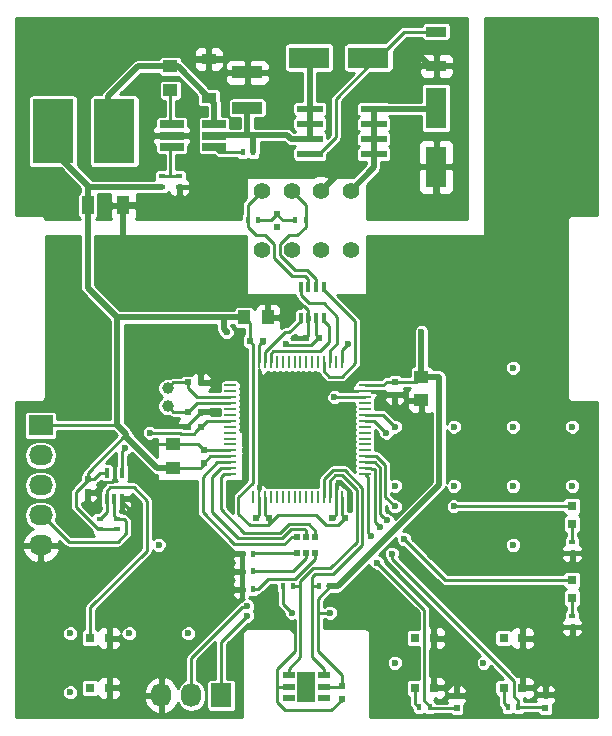
<source format=gbr>
G04 #@! TF.FileFunction,Copper,L1,Top,Signal*
%FSLAX46Y46*%
G04 Gerber Fmt 4.6, Leading zero omitted, Abs format (unit mm)*
G04 Created by KiCad (PCBNEW 4.0.4+dfsg1-stable) date Thu Nov  3 14:07:57 2016*
%MOMM*%
%LPD*%
G01*
G04 APERTURE LIST*
%ADD10C,0.100000*%
%ADD11R,0.450000X0.900000*%
%ADD12C,1.400000*%
%ADD13R,0.600000X0.500000*%
%ADD14R,2.500000X1.000000*%
%ADD15R,2.200000X0.600000*%
%ADD16R,1.250000X1.000000*%
%ADD17R,1.000000X1.600000*%
%ADD18R,0.500000X0.600000*%
%ADD19R,1.000000X1.250000*%
%ADD20R,1.800860X3.500120*%
%ADD21R,3.500120X1.800860*%
%ADD22R,1.220000X0.910000*%
%ADD23R,0.797560X0.797560*%
%ADD24R,3.500000X5.500000*%
%ADD25R,2.032000X1.727200*%
%ADD26O,2.032000X1.727200*%
%ADD27R,1.727200X2.032000*%
%ADD28O,1.727200X2.032000*%
%ADD29R,1.700000X0.900000*%
%ADD30R,0.400000X0.600000*%
%ADD31R,0.600000X0.400000*%
%ADD32R,0.800000X0.800000*%
%ADD33R,1.998980X0.690880*%
%ADD34R,0.400000X0.900000*%
%ADD35R,1.000000X0.250000*%
%ADD36R,0.250000X1.000000*%
%ADD37C,1.000760*%
%ADD38R,0.500000X0.500000*%
%ADD39R,1.000000X0.500000*%
%ADD40R,1.600000X2.500000*%
%ADD41C,0.600000*%
%ADD42C,0.500000*%
%ADD43C,0.250000*%
G04 APERTURE END LIST*
D10*
D11*
X144525000Y-88200000D03*
X144525000Y-90800000D03*
X145175000Y-88200000D03*
X145175000Y-90800000D03*
X145825000Y-88200000D03*
X145825000Y-90800000D03*
X146475000Y-88200000D03*
X146475000Y-90800000D03*
D12*
X148750000Y-80000000D03*
X146250000Y-80000000D03*
X143750000Y-80000000D03*
X141250000Y-80000000D03*
X148750000Y-85000000D03*
X146250000Y-85000000D03*
X143750000Y-85000000D03*
X141250000Y-85000000D03*
D13*
X136050000Y-100000000D03*
X134950000Y-100000000D03*
D14*
X140000000Y-73000000D03*
X140000000Y-70000000D03*
D15*
X150700000Y-73095000D03*
X145300000Y-73095000D03*
X150700000Y-74365000D03*
X145300000Y-74365000D03*
X150700000Y-75635000D03*
X145300000Y-75635000D03*
X150700000Y-76905000D03*
X145300000Y-76905000D03*
D16*
X133500000Y-69500000D03*
X133500000Y-71500000D03*
D17*
X126500000Y-81250000D03*
X129500000Y-81250000D03*
D13*
X134950000Y-96250000D03*
X136050000Y-96250000D03*
X134950000Y-98750000D03*
X136050000Y-98750000D03*
D16*
X133750000Y-103500000D03*
X133750000Y-101500000D03*
D18*
X126500000Y-104450000D03*
X126500000Y-105550000D03*
X136300000Y-103050000D03*
X136300000Y-101950000D03*
D16*
X154750000Y-95750000D03*
X154750000Y-97750000D03*
D18*
X152500000Y-96200000D03*
X152500000Y-97300000D03*
D13*
X140200000Y-92750000D03*
X141300000Y-92750000D03*
X148300000Y-107750000D03*
X147200000Y-107750000D03*
X141800000Y-107750000D03*
X140700000Y-107750000D03*
D18*
X157750000Y-123850000D03*
X157750000Y-122750000D03*
D19*
X139750000Y-90750000D03*
X141750000Y-90750000D03*
D18*
X165250000Y-123800000D03*
X165250000Y-122700000D03*
X148000000Y-121950000D03*
X148000000Y-123050000D03*
D13*
X146050000Y-92500000D03*
X144950000Y-92500000D03*
D18*
X142545376Y-81969710D03*
X142545376Y-83069710D03*
D20*
X156000000Y-73000640D03*
X156000000Y-77999360D03*
D21*
X145250640Y-68750000D03*
X150249360Y-68750000D03*
D22*
X136750000Y-72135000D03*
X136750000Y-68865000D03*
D23*
X167500000Y-113000700D03*
X167500000Y-114499300D03*
X167500000Y-106743000D03*
X167500000Y-108241600D03*
D24*
X128750000Y-75000000D03*
X123550000Y-75000000D03*
D25*
X122500000Y-99880000D03*
D26*
X122500000Y-102420000D03*
X122500000Y-104960000D03*
X122500000Y-107500000D03*
X122500000Y-110040000D03*
D27*
X137790000Y-122750000D03*
D28*
X135250000Y-122750000D03*
X132710000Y-122750000D03*
D29*
X156000000Y-66550000D03*
X156000000Y-69450000D03*
D30*
X140500000Y-76750000D03*
X139600000Y-76750000D03*
D31*
X132750000Y-79700000D03*
X132750000Y-78800000D03*
X134250000Y-78800000D03*
X134250000Y-79700000D03*
X127500000Y-108700000D03*
X127500000Y-107800000D03*
X129000000Y-108700000D03*
X129000000Y-107800000D03*
X167500000Y-116950000D03*
X167500000Y-116050000D03*
X167500000Y-110692300D03*
X167500000Y-109792300D03*
D30*
X154550000Y-123750000D03*
X155450000Y-123750000D03*
X143000000Y-113500000D03*
X143900000Y-113500000D03*
X146950000Y-113500000D03*
X146050000Y-113500000D03*
X162050000Y-123750000D03*
X162950000Y-123750000D03*
X140050000Y-82500000D03*
X140950000Y-82500000D03*
X144050000Y-82500000D03*
X144950000Y-82500000D03*
D32*
X126700000Y-117900000D03*
X128300000Y-122100000D03*
X128300000Y-117900000D03*
X126700000Y-122100000D03*
X155800000Y-122100000D03*
X154200000Y-117900000D03*
X154200000Y-122100000D03*
X155800000Y-117900000D03*
X163300000Y-122100000D03*
X161700000Y-117900000D03*
X161700000Y-122100000D03*
X163300000Y-117900000D03*
D33*
X133594602Y-74406084D03*
X133594602Y-75356044D03*
X133594602Y-76306004D03*
X137196322Y-76306004D03*
X137196322Y-75356044D03*
X137196322Y-74406084D03*
D34*
X128100000Y-103900000D03*
X128100000Y-106100000D03*
X128750000Y-106100000D03*
X129400000Y-103900000D03*
X129400000Y-106100000D03*
D35*
X138550000Y-96500000D03*
X138550000Y-97000000D03*
X138550000Y-97500000D03*
X138550000Y-98000000D03*
X138550000Y-98500000D03*
X138550000Y-99000000D03*
X138550000Y-99500000D03*
X138550000Y-100000000D03*
X138550000Y-100500000D03*
X138550000Y-101000000D03*
X138550000Y-101500000D03*
X138550000Y-102000000D03*
X138550000Y-102500000D03*
X138550000Y-103000000D03*
X138550000Y-103500000D03*
X138550000Y-104000000D03*
D36*
X140500000Y-105950000D03*
X141000000Y-105950000D03*
X141500000Y-105950000D03*
X142000000Y-105950000D03*
X142500000Y-105950000D03*
X143000000Y-105950000D03*
X143500000Y-105950000D03*
X144000000Y-105950000D03*
X144500000Y-105950000D03*
X145000000Y-105950000D03*
X145500000Y-105950000D03*
X146000000Y-105950000D03*
X146500000Y-105950000D03*
X147000000Y-105950000D03*
X147500000Y-105950000D03*
X148000000Y-105950000D03*
D35*
X149950000Y-104000000D03*
X149950000Y-103500000D03*
X149950000Y-103000000D03*
X149950000Y-102500000D03*
X149950000Y-102000000D03*
X149950000Y-101500000D03*
X149950000Y-101000000D03*
X149950000Y-100500000D03*
X149950000Y-100000000D03*
X149950000Y-99500000D03*
X149950000Y-99000000D03*
X149950000Y-98500000D03*
X149950000Y-98000000D03*
X149950000Y-97500000D03*
X149950000Y-97000000D03*
X149950000Y-96500000D03*
D36*
X148000000Y-94550000D03*
X147500000Y-94550000D03*
X147000000Y-94550000D03*
X146500000Y-94550000D03*
X146000000Y-94550000D03*
X145500000Y-94550000D03*
X145000000Y-94550000D03*
X144500000Y-94550000D03*
X144000000Y-94550000D03*
X143500000Y-94550000D03*
X143000000Y-94550000D03*
X142500000Y-94550000D03*
X142000000Y-94550000D03*
X141500000Y-94550000D03*
X141000000Y-94550000D03*
X140500000Y-94550000D03*
D37*
X133250000Y-98249300D03*
X133250000Y-96750700D03*
D30*
X140450000Y-110750000D03*
X139550000Y-110750000D03*
X140450000Y-112250000D03*
X139550000Y-112250000D03*
X140450000Y-113750000D03*
X139550000Y-113750000D03*
D38*
X144250000Y-110700000D03*
X145000000Y-110700000D03*
X145750000Y-110700000D03*
X144250000Y-109300000D03*
X145000000Y-109300000D03*
X145750000Y-109300000D03*
D39*
X143500000Y-121000000D03*
X143500000Y-122000000D03*
X143500000Y-123000000D03*
X146500000Y-121000000D03*
X146500000Y-122000000D03*
X146500000Y-123000000D03*
D40*
X145000000Y-122000000D03*
D41*
X145400000Y-121150000D03*
X145400000Y-122850000D03*
X145400000Y-122000000D03*
X144600000Y-121150000D03*
X144600000Y-122850000D03*
X144600000Y-122000000D03*
X125000000Y-122500000D03*
X125000000Y-117500000D03*
X130000000Y-117500000D03*
X132500000Y-110000000D03*
X135000000Y-117500000D03*
X160000000Y-120000000D03*
X152500000Y-120000000D03*
X157500000Y-105000000D03*
X152500000Y-105000000D03*
X157500000Y-100000000D03*
X167500000Y-105000000D03*
X167500000Y-100000000D03*
X162500000Y-110000000D03*
X162500000Y-105000000D03*
X162500000Y-100000000D03*
X162500000Y-95000000D03*
X127500000Y-95000000D03*
X167500000Y-80000000D03*
X167500000Y-75000000D03*
X167500000Y-70000000D03*
X162500000Y-70000000D03*
X162500000Y-75000000D03*
X162500000Y-80000000D03*
X162500000Y-85000000D03*
X152500000Y-85000000D03*
X157500000Y-90000000D03*
X157500000Y-85000000D03*
X152500000Y-90000000D03*
X137500000Y-85000000D03*
X132500000Y-85000000D03*
X127500000Y-85000000D03*
X154000000Y-68000000D03*
X132000000Y-73000000D03*
X148500000Y-76000000D03*
X142500000Y-77500000D03*
X137500000Y-80000000D03*
X122500000Y-80000000D03*
X125000000Y-67500000D03*
X130000000Y-67500000D03*
X135000000Y-67500000D03*
X140000000Y-67500000D03*
X156000000Y-81250000D03*
X147750000Y-104750000D03*
X147000000Y-115750000D03*
X143750000Y-115750000D03*
X143250000Y-93000000D03*
X154750000Y-92000000D03*
X138250000Y-92000000D03*
X131749942Y-100500000D03*
X129646805Y-101817483D03*
X150500000Y-109250000D03*
X151000000Y-111500000D03*
X152250000Y-110750000D03*
X151250000Y-108500000D03*
X151815694Y-107934306D03*
X153250000Y-109500000D03*
X152500000Y-106750000D03*
X157500000Y-106750000D03*
X147374990Y-97500000D03*
X148500000Y-93000000D03*
X140000000Y-115999990D03*
X152500000Y-100000000D03*
X140000000Y-115199977D03*
X151750000Y-100500000D03*
D42*
X140300000Y-75300000D02*
X140000000Y-75300000D01*
X140000000Y-75300000D02*
X139500000Y-75300000D01*
X140000000Y-73000000D02*
X140000000Y-74000000D01*
X140000000Y-74000000D02*
X140000000Y-75300000D01*
X143365000Y-75300000D02*
X140500000Y-75300000D01*
X140500000Y-75300000D02*
X140300000Y-75300000D01*
X140500000Y-76750000D02*
X140500000Y-75950000D01*
X140500000Y-75950000D02*
X140500000Y-75300000D01*
X139500000Y-75300000D02*
X137252366Y-75300000D01*
X137252366Y-75300000D02*
X137196322Y-75356044D01*
X145300000Y-75635000D02*
X143700000Y-75635000D01*
X143700000Y-75635000D02*
X143365000Y-75300000D01*
X145300000Y-73095000D02*
X145300000Y-68799360D01*
X145300000Y-68799360D02*
X145250640Y-68750000D01*
X145300000Y-74365000D02*
X145300000Y-73095000D01*
X145300000Y-75635000D02*
X145300000Y-74365000D01*
X129500000Y-84500000D02*
X129000000Y-85000000D01*
X129000000Y-85000000D02*
X127500000Y-85000000D01*
X156000000Y-69450000D02*
X155450000Y-69450000D01*
X155450000Y-69450000D02*
X154000000Y-68000000D01*
X135000000Y-67500000D02*
X130000000Y-67500000D01*
X156000000Y-77999360D02*
X156000000Y-81250000D01*
D43*
X147500000Y-105950000D02*
X147500000Y-105000000D01*
X147500000Y-105000000D02*
X147750000Y-104750000D01*
X128750000Y-104485002D02*
X128750000Y-102750000D01*
X127874999Y-104675001D02*
X128560001Y-104675001D01*
X126500000Y-105550000D02*
X127000000Y-105550000D01*
X127000000Y-105550000D02*
X127874999Y-104675001D01*
X128560001Y-104675001D02*
X128750000Y-104485002D01*
X130500000Y-107450000D02*
X130500000Y-110250000D01*
X129400000Y-106100000D02*
X129400000Y-106350000D01*
X129400000Y-106350000D02*
X130500000Y-107450000D01*
D42*
X148750000Y-77500000D02*
X146250000Y-80000000D01*
D43*
X133750000Y-101500000D02*
X132000000Y-101500000D01*
X138550000Y-102000000D02*
X136350000Y-102000000D01*
X136350000Y-102000000D02*
X136300000Y-101950000D01*
X133750000Y-101500000D02*
X135850000Y-101500000D01*
X135850000Y-101500000D02*
X136300000Y-101950000D01*
X144825000Y-89750000D02*
X143500000Y-89750000D01*
X145175000Y-90800000D02*
X145175000Y-90100000D01*
X145175000Y-90100000D02*
X144825000Y-89750000D01*
X145175000Y-90800000D02*
X145175000Y-92275000D01*
X145175000Y-92275000D02*
X144950000Y-92500000D01*
D42*
X153350000Y-70750000D02*
X154650000Y-69450000D01*
X148750000Y-77500000D02*
X148750000Y-72834998D01*
X148750000Y-72834998D02*
X150834998Y-70750000D01*
X150834998Y-70750000D02*
X153350000Y-70750000D01*
X154650000Y-69450000D02*
X156000000Y-69450000D01*
D43*
X144000000Y-117000000D02*
X143500000Y-116500000D01*
X134950000Y-100000000D02*
X134950000Y-99850000D01*
X134950000Y-99850000D02*
X136050000Y-98750000D01*
X141000000Y-94550000D02*
X141000000Y-93050000D01*
X141000000Y-93050000D02*
X141300000Y-92750000D01*
X141000000Y-105950000D02*
X141000000Y-107450000D01*
X141000000Y-107450000D02*
X140700000Y-107750000D01*
X147500000Y-105950000D02*
X147500000Y-107450000D01*
X147500000Y-107450000D02*
X147200000Y-107750000D01*
D42*
X133594602Y-75356044D02*
X132095112Y-75356044D01*
X133594602Y-75356044D02*
X135094092Y-75356044D01*
X132095112Y-75356044D02*
X132000000Y-75451156D01*
X134250000Y-80750000D02*
X133750000Y-81250000D01*
X133750000Y-81250000D02*
X129500000Y-81250000D01*
X135500000Y-79500000D02*
X135300000Y-79700000D01*
X135500000Y-75761952D02*
X135500000Y-79500000D01*
X135094092Y-75356044D02*
X135500000Y-75761952D01*
X129500000Y-81250000D02*
X129500000Y-84500000D01*
D43*
X142500000Y-122000000D02*
X142500000Y-120500000D01*
X142500000Y-120500000D02*
X144000000Y-119000000D01*
X144000000Y-119000000D02*
X144000000Y-117000000D01*
X142500000Y-123335002D02*
X142500000Y-122000000D01*
X143500000Y-122000000D02*
X142500000Y-122000000D01*
X147100000Y-124000000D02*
X143164998Y-124000000D01*
X143164998Y-124000000D02*
X142500000Y-123335002D01*
X148000000Y-123050000D02*
X148000000Y-123100000D01*
X148000000Y-123100000D02*
X147100000Y-124000000D01*
D42*
X128250000Y-72000000D02*
X130750000Y-69500000D01*
X130750000Y-69500000D02*
X133500000Y-69500000D01*
X128250000Y-74101506D02*
X128250000Y-72000000D01*
X128245462Y-75106044D02*
X128245462Y-74106044D01*
X128245462Y-74106044D02*
X128250000Y-74101506D01*
X133500000Y-69500000D02*
X134115000Y-69500000D01*
X134115000Y-69500000D02*
X136750000Y-72135000D01*
X137196322Y-74406084D02*
X137196322Y-72581322D01*
X137196322Y-72581322D02*
X136750000Y-72135000D01*
D43*
X133500000Y-71500000D02*
X133500000Y-74311482D01*
X133500000Y-74311482D02*
X133594602Y-74406084D01*
D42*
X129750000Y-100860002D02*
X129750000Y-100625000D01*
X133750000Y-103500000D02*
X132389998Y-103500000D01*
X132389998Y-103500000D02*
X129750000Y-100860002D01*
D43*
X140500000Y-104739998D02*
X140500000Y-95300000D01*
X140500000Y-95300000D02*
X140500000Y-94550000D01*
X139250000Y-105989998D02*
X140500000Y-104739998D01*
X140211411Y-108325001D02*
X139250000Y-107363590D01*
X141750000Y-108325001D02*
X140211411Y-108325001D01*
X139250000Y-107363590D02*
X139250000Y-105989998D01*
X146639999Y-108325001D02*
X145814998Y-107500000D01*
X147674999Y-108325001D02*
X146639999Y-108325001D01*
X148250000Y-107750000D02*
X147674999Y-108325001D01*
X148300000Y-107750000D02*
X148250000Y-107750000D01*
X142575001Y-107500000D02*
X141750000Y-108325001D01*
X145814998Y-107500000D02*
X142575001Y-107500000D01*
X136850000Y-102500000D02*
X136300000Y-103050000D01*
X138550000Y-102500000D02*
X136850000Y-102500000D01*
X146000000Y-114550000D02*
X146000000Y-115750000D01*
X146000000Y-115750000D02*
X146000000Y-119000000D01*
X147000000Y-115750000D02*
X146000000Y-115750000D01*
X143000000Y-113500000D02*
X143000000Y-115000000D01*
X143000000Y-115000000D02*
X143750000Y-115750000D01*
X127650000Y-103900000D02*
X128100000Y-103900000D01*
X127550000Y-103900000D02*
X127650000Y-103900000D01*
X127000000Y-104450000D02*
X127550000Y-103900000D01*
X126500000Y-104450000D02*
X127000000Y-104450000D01*
X127500000Y-108700000D02*
X127400000Y-108700000D01*
X127400000Y-108700000D02*
X125500000Y-106800000D01*
X125500000Y-106800000D02*
X125500000Y-105500000D01*
X125500000Y-105500000D02*
X126500000Y-104500000D01*
X126500000Y-104500000D02*
X126500000Y-104450000D01*
X122500000Y-99880000D02*
X123766000Y-99880000D01*
X123766000Y-99880000D02*
X123771000Y-99875000D01*
X123771000Y-99875000D02*
X129000000Y-99875000D01*
D42*
X129750000Y-100625000D02*
X129000000Y-99875000D01*
D43*
X126500000Y-104450000D02*
X126500000Y-103900000D01*
X126500000Y-103900000D02*
X129750000Y-100650000D01*
X129750000Y-100650000D02*
X129750000Y-100625000D01*
X129000000Y-108700000D02*
X127500000Y-108700000D01*
X136300000Y-103200000D02*
X136000000Y-103500000D01*
X136000000Y-103500000D02*
X133750000Y-103500000D01*
X136300000Y-103050000D02*
X136300000Y-103200000D01*
X145424999Y-93075001D02*
X143325001Y-93075001D01*
X146000000Y-92500000D02*
X145424999Y-93075001D01*
X146050000Y-92500000D02*
X146000000Y-92500000D01*
X143325001Y-93075001D02*
X143250000Y-93000000D01*
X145825000Y-90800000D02*
X145825000Y-92275000D01*
X145825000Y-92275000D02*
X146050000Y-92500000D01*
X145800000Y-90825000D02*
X145825000Y-90800000D01*
D42*
X129000000Y-99875000D02*
X129000000Y-98375000D01*
X154750000Y-95750000D02*
X156250000Y-95750000D01*
X146950000Y-113500000D02*
X147650000Y-113500000D01*
X147650000Y-113500000D02*
X156250000Y-104900000D01*
X156250000Y-104900000D02*
X156250000Y-95750000D01*
X154750000Y-92000000D02*
X154750000Y-95750000D01*
X138000000Y-90750000D02*
X139750000Y-90750000D01*
X129000000Y-90750000D02*
X138000000Y-90750000D01*
X138000000Y-90750000D02*
X138000000Y-91750000D01*
X138000000Y-91750000D02*
X138250000Y-92000000D01*
D43*
X152500000Y-96200000D02*
X154300000Y-96200000D01*
X154300000Y-96200000D02*
X154750000Y-95750000D01*
X151500000Y-96500000D02*
X151800000Y-96200000D01*
X151800000Y-96200000D02*
X152500000Y-96200000D01*
X149950000Y-96500000D02*
X151500000Y-96500000D01*
X146950000Y-113500000D02*
X146950000Y-113600000D01*
X146950000Y-113600000D02*
X146000000Y-114550000D01*
X146000000Y-119000000D02*
X148000000Y-121000000D01*
X148000000Y-121000000D02*
X148000000Y-121950000D01*
X143000000Y-113500000D02*
X143000000Y-113400000D01*
D42*
X129000000Y-90750000D02*
X129000000Y-98375000D01*
X126500000Y-81250000D02*
X126500000Y-88250000D01*
X126500000Y-88250000D02*
X129000000Y-90750000D01*
D43*
X140200000Y-92750000D02*
X140200000Y-91200000D01*
X140200000Y-91200000D02*
X139750000Y-90750000D01*
X140500000Y-94550000D02*
X140500000Y-93050000D01*
X140500000Y-93050000D02*
X140200000Y-92750000D01*
X141800000Y-107750000D02*
X141800000Y-108250000D01*
X141800000Y-108250000D02*
X141750000Y-108300000D01*
X141750000Y-108300000D02*
X141750000Y-108325001D01*
X141500000Y-105950000D02*
X141500000Y-107450000D01*
X141500000Y-107450000D02*
X141800000Y-107750000D01*
X148000000Y-105950000D02*
X148000000Y-107450000D01*
X148000000Y-107450000D02*
X148300000Y-107750000D01*
D42*
X132750000Y-79700000D02*
X126639418Y-79700000D01*
X126639418Y-79700000D02*
X126545462Y-79606044D01*
X126500000Y-81250000D02*
X126500000Y-79651506D01*
X126500000Y-79651506D02*
X126545462Y-79606044D01*
X126545462Y-79606044D02*
X123045462Y-76106044D01*
X123045462Y-76106044D02*
X123045462Y-75106044D01*
X124395462Y-73756044D02*
X123045462Y-75106044D01*
D43*
X146500000Y-122000000D02*
X147950000Y-122000000D01*
X147950000Y-122000000D02*
X148000000Y-121950000D01*
X138550000Y-97500000D02*
X135750000Y-97500000D01*
X135750000Y-97500000D02*
X134950000Y-96700000D01*
X134950000Y-96700000D02*
X134950000Y-96250000D01*
X134950000Y-96250000D02*
X133750700Y-96250000D01*
X133750700Y-96250000D02*
X133250000Y-96750700D01*
X134950000Y-98750000D02*
X133750700Y-98750000D01*
X133750700Y-98750000D02*
X133250000Y-98249300D01*
X138550000Y-98000000D02*
X135750000Y-98000000D01*
X135750000Y-98000000D02*
X135000000Y-98750000D01*
X135000000Y-98750000D02*
X134950000Y-98750000D01*
X136050000Y-100000000D02*
X136000000Y-100000000D01*
X135575001Y-100510001D02*
X135510001Y-100575001D01*
X136000000Y-100000000D02*
X135575001Y-100424999D01*
X135575001Y-100424999D02*
X135575001Y-100510001D01*
X134389999Y-100575001D02*
X134324999Y-100510001D01*
X135510001Y-100575001D02*
X134389999Y-100575001D01*
X134324999Y-100510001D02*
X134324999Y-100500000D01*
X132174206Y-100500000D02*
X131749942Y-100500000D01*
X134324999Y-100500000D02*
X132174206Y-100500000D01*
X129400000Y-103900000D02*
X129400000Y-102064288D01*
X129400000Y-102064288D02*
X129646805Y-101817483D01*
X138550000Y-99500000D02*
X136550000Y-99500000D01*
X136550000Y-99500000D02*
X136050000Y-100000000D01*
X150500000Y-109250000D02*
X150200001Y-108950001D01*
X150200001Y-108950001D02*
X150200001Y-104250001D01*
X150200001Y-104250001D02*
X149950000Y-104000000D01*
X155000000Y-123200000D02*
X155000000Y-115500000D01*
X155000000Y-115500000D02*
X151000000Y-111500000D01*
X155450000Y-123750000D02*
X155450000Y-123650000D01*
X155450000Y-123650000D02*
X155000000Y-123200000D01*
X157750000Y-123850000D02*
X155550000Y-123850000D01*
X155550000Y-123850000D02*
X155450000Y-123750000D01*
X162950000Y-123750000D02*
X165200000Y-123750000D01*
X165200000Y-123750000D02*
X165250000Y-123800000D01*
X152250000Y-110750000D02*
X152250000Y-111174264D01*
X152250000Y-111174264D02*
X162574999Y-121499263D01*
X162574999Y-121499263D02*
X162574999Y-122824999D01*
X162574999Y-122824999D02*
X162950000Y-123200000D01*
X162950000Y-123200000D02*
X162950000Y-123750000D01*
X150500000Y-103500000D02*
X150500000Y-103549999D01*
X150775001Y-108025001D02*
X151250000Y-108500000D01*
X150500000Y-103549999D02*
X150710001Y-103549999D01*
X150710001Y-103549999D02*
X150775001Y-103614999D01*
X150775001Y-103614999D02*
X150775001Y-108025001D01*
X149950000Y-103500000D02*
X150500000Y-103500000D01*
X142545376Y-82045376D02*
X143000000Y-82500000D01*
X143000000Y-82500000D02*
X144050000Y-82500000D01*
X142545376Y-81969710D02*
X142545376Y-82045376D01*
X140950000Y-82500000D02*
X142015086Y-82500000D01*
X142015086Y-82500000D02*
X142545376Y-81969710D01*
D42*
X150700000Y-76905000D02*
X150700000Y-78050000D01*
X150700000Y-78050000D02*
X148750000Y-80000000D01*
X150700000Y-74365000D02*
X150700000Y-73095000D01*
X150700000Y-75635000D02*
X150700000Y-74365000D01*
X150700000Y-76905000D02*
X150700000Y-75635000D01*
X150700000Y-73095000D02*
X155905640Y-73095000D01*
X155905640Y-73095000D02*
X156000000Y-73000640D01*
D43*
X150249360Y-68750000D02*
X150249360Y-69500640D01*
X150249360Y-69500640D02*
X147500000Y-72250000D01*
X147500000Y-72250000D02*
X147500000Y-75505000D01*
X147500000Y-75505000D02*
X146100000Y-76905000D01*
X146100000Y-76905000D02*
X145300000Y-76905000D01*
X150249360Y-68750000D02*
X151098990Y-68750000D01*
X153298990Y-66550000D02*
X156000000Y-66550000D01*
X151098990Y-68750000D02*
X153298990Y-66550000D01*
X151515695Y-107634307D02*
X151815694Y-107934306D01*
X151250000Y-103453587D02*
X151250000Y-107368612D01*
X151250000Y-107368612D02*
X151515695Y-107634307D01*
X150796413Y-103000000D02*
X151250000Y-103453587D01*
X149950000Y-103000000D02*
X150796413Y-103000000D01*
X153250000Y-109500000D02*
X156750700Y-113000700D01*
X156750700Y-113000700D02*
X167500000Y-113000700D01*
X167500000Y-114499300D02*
X167500000Y-116050000D01*
X150932824Y-102500000D02*
X150700000Y-102500000D01*
X152500000Y-106750000D02*
X151700011Y-105950011D01*
X151700011Y-105950011D02*
X151700011Y-103267187D01*
X151700011Y-103267187D02*
X150932824Y-102500000D01*
X150700000Y-102500000D02*
X149950000Y-102500000D01*
X167500000Y-106743000D02*
X157507000Y-106743000D01*
X157507000Y-106743000D02*
X157500000Y-106750000D01*
X167500000Y-108241600D02*
X167500000Y-109792300D01*
X140050000Y-82500000D02*
X140050000Y-83050000D01*
X140050000Y-83050000D02*
X140750000Y-83750000D01*
X140750000Y-83750000D02*
X141500000Y-83750000D01*
X142250000Y-85750000D02*
X143750000Y-87250000D01*
X141500000Y-83750000D02*
X142250000Y-84500000D01*
X142250000Y-84500000D02*
X142250000Y-85750000D01*
X143750000Y-87250000D02*
X144925000Y-87250000D01*
X145175000Y-87500000D02*
X145175000Y-88200000D01*
X144925000Y-87250000D02*
X145175000Y-87500000D01*
X141250000Y-80000000D02*
X140050000Y-81200000D01*
X140050000Y-81200000D02*
X140050000Y-82500000D01*
X149950000Y-97500000D02*
X147374990Y-97500000D01*
X148000000Y-93500000D02*
X148000000Y-94550000D01*
X148500000Y-93000000D02*
X148000000Y-93500000D01*
X129000000Y-107800000D02*
X129550000Y-107800000D01*
X129550000Y-107800000D02*
X129750000Y-108000000D01*
X129750000Y-108000000D02*
X129750000Y-109035002D01*
X122652400Y-107500000D02*
X122500000Y-107500000D01*
X129750000Y-109035002D02*
X129035002Y-109750000D01*
X129035002Y-109750000D02*
X124902400Y-109750000D01*
X124902400Y-109750000D02*
X122652400Y-107500000D01*
X128750000Y-106100000D02*
X128750000Y-107550000D01*
X128750000Y-107550000D02*
X129000000Y-107800000D01*
X144950000Y-82500000D02*
X144950000Y-83050000D01*
X143500000Y-83750000D02*
X142750000Y-84500000D01*
X144950000Y-83050000D02*
X144250000Y-83750000D01*
X144250000Y-83750000D02*
X143500000Y-83750000D01*
X145075000Y-86750000D02*
X145825000Y-87500000D01*
X142750000Y-84500000D02*
X142750000Y-85500000D01*
X142750000Y-85500000D02*
X144000000Y-86750000D01*
X144000000Y-86750000D02*
X145075000Y-86750000D01*
X145825000Y-87500000D02*
X145825000Y-88200000D01*
X143750000Y-80000000D02*
X144950000Y-81200000D01*
X144950000Y-81200000D02*
X144950000Y-82500000D01*
X139600000Y-76750000D02*
X137640318Y-76750000D01*
X137640318Y-76750000D02*
X137196322Y-76306004D01*
X133500000Y-78800000D02*
X133500000Y-76400606D01*
X133500000Y-76400606D02*
X133594602Y-76306004D01*
X133500000Y-78800000D02*
X134250000Y-78800000D01*
X132750000Y-78800000D02*
X133500000Y-78800000D01*
X126700000Y-117250000D02*
X126700000Y-117900000D01*
X131500000Y-110500000D02*
X126700000Y-115300000D01*
X131500000Y-106250000D02*
X131500000Y-110500000D01*
X126700000Y-115300000D02*
X126700000Y-117250000D01*
X130375012Y-105125012D02*
X131500000Y-106250000D01*
X128100000Y-105400000D02*
X128374988Y-105125012D01*
X128100000Y-106100000D02*
X128100000Y-105400000D01*
X128374988Y-105125012D02*
X130375012Y-105125012D01*
X128100000Y-106100000D02*
X128100000Y-107200000D01*
X128100000Y-107200000D02*
X127500000Y-107800000D01*
X154500000Y-123750000D02*
X154200000Y-123450000D01*
X154200000Y-123450000D02*
X154200000Y-122100000D01*
X154550000Y-123750000D02*
X154500000Y-123750000D01*
X161700000Y-122100000D02*
X161700000Y-123400000D01*
X161700000Y-123400000D02*
X162050000Y-123750000D01*
X149125001Y-94635001D02*
X148010002Y-95750000D01*
X146950000Y-95750000D02*
X146500000Y-95300000D01*
X149125001Y-91075001D02*
X149125001Y-94635001D01*
X148010002Y-95750000D02*
X146950000Y-95750000D01*
X146475000Y-88425000D02*
X149125001Y-91075001D01*
X146500000Y-95300000D02*
X146500000Y-94550000D01*
X146475000Y-88200000D02*
X146475000Y-88425000D01*
X147000000Y-93574998D02*
X147000000Y-93800000D01*
X145261400Y-89549989D02*
X146484991Y-89549989D01*
X146484991Y-89549989D02*
X147624999Y-90689997D01*
X147624999Y-92949999D02*
X147000000Y-93574998D01*
X144525000Y-88200000D02*
X144525000Y-88813589D01*
X144525000Y-88813589D02*
X145261400Y-89549989D01*
X147624999Y-90689997D02*
X147624999Y-92949999D01*
X147000000Y-93800000D02*
X147000000Y-94550000D01*
X146950000Y-92800000D02*
X146950000Y-91500000D01*
X146124998Y-93625002D02*
X146950000Y-92800000D01*
X142196411Y-93625002D02*
X146124998Y-93625002D01*
X142000000Y-94550000D02*
X142000000Y-93821413D01*
X142000000Y-93821413D02*
X142196411Y-93625002D01*
X146950000Y-91500000D02*
X146475000Y-91025000D01*
X146475000Y-91025000D02*
X146475000Y-90800000D01*
X144525000Y-90800000D02*
X144525000Y-91025000D01*
X143550000Y-92000000D02*
X143185002Y-92000000D01*
X144525000Y-91025000D02*
X143550000Y-92000000D01*
X143185002Y-92000000D02*
X141500000Y-93685002D01*
X141500000Y-93685002D02*
X141500000Y-93800000D01*
X141500000Y-93800000D02*
X141500000Y-94550000D01*
X149250000Y-109750000D02*
X149250000Y-105324996D01*
X147000000Y-104574996D02*
X147000000Y-105200000D01*
X148050002Y-104124998D02*
X147449998Y-104124998D01*
X144500000Y-113500000D02*
X144500000Y-113086411D01*
X147000000Y-105200000D02*
X147000000Y-105950000D01*
X149250000Y-105324996D02*
X148050002Y-104124998D01*
X147449998Y-104124998D02*
X147000000Y-104574996D01*
X147000000Y-112000000D02*
X149250000Y-109750000D01*
X145586410Y-112000000D02*
X147000000Y-112000000D01*
X144500000Y-113086411D02*
X145586410Y-112000000D01*
X144500000Y-119500000D02*
X144500000Y-113500000D01*
X143900000Y-113500000D02*
X144500000Y-113500000D01*
X143500000Y-121000000D02*
X143500000Y-120500000D01*
X143500000Y-120500000D02*
X144500000Y-119500000D01*
X145500000Y-113500000D02*
X145500000Y-112750000D01*
X146500000Y-105200000D02*
X146500000Y-105950000D01*
X146500000Y-104438585D02*
X146500000Y-105200000D01*
X147263598Y-103674987D02*
X146500000Y-104438585D01*
X148236402Y-103674987D02*
X147263598Y-103674987D01*
X147250000Y-112500000D02*
X149750000Y-110000000D01*
X149750000Y-110000000D02*
X149750000Y-105188585D01*
X145750000Y-112500000D02*
X147250000Y-112500000D01*
X145500000Y-112750000D02*
X145750000Y-112500000D01*
X149750000Y-105188585D02*
X148236402Y-103674987D01*
X145500000Y-119500000D02*
X145500000Y-113500000D01*
X146050000Y-113500000D02*
X145500000Y-113500000D01*
X146500000Y-120500000D02*
X145500000Y-119500000D01*
X146500000Y-121000000D02*
X146500000Y-120500000D01*
X144250000Y-110700000D02*
X140500000Y-110700000D01*
X140500000Y-110700000D02*
X140450000Y-110750000D01*
X145000000Y-111113589D02*
X143863589Y-112250000D01*
X145000000Y-110700000D02*
X145000000Y-111113589D01*
X143863589Y-112250000D02*
X140900000Y-112250000D01*
X140900000Y-112250000D02*
X140450000Y-112250000D01*
X144075001Y-112874999D02*
X141775001Y-112874999D01*
X141775001Y-112874999D02*
X140900000Y-113750000D01*
X145750000Y-110700000D02*
X145750000Y-111200000D01*
X145750000Y-111200000D02*
X144075001Y-112874999D01*
X140900000Y-113750000D02*
X140450000Y-113750000D01*
X144250000Y-109300000D02*
X143750000Y-109300000D01*
X137477178Y-103000000D02*
X138550000Y-103000000D01*
X143750000Y-109300000D02*
X143149978Y-109900022D01*
X143149978Y-109900022D02*
X138900022Y-109900022D01*
X136250000Y-104227178D02*
X137477178Y-103000000D01*
X138900022Y-109900022D02*
X136250000Y-107250000D01*
X136250000Y-107250000D02*
X136250000Y-104227178D01*
X145000000Y-109300000D02*
X145000000Y-108800000D01*
X145000000Y-108800000D02*
X144900011Y-108700011D01*
X144900011Y-108700011D02*
X143686399Y-108700011D01*
X143686399Y-108700011D02*
X142936400Y-109450011D01*
X137000000Y-104250000D02*
X137750000Y-103500000D01*
X142936400Y-109450011D02*
X139200011Y-109450011D01*
X139200011Y-109450011D02*
X137000000Y-107250000D01*
X137800000Y-103500000D02*
X138550000Y-103500000D01*
X137000000Y-107250000D02*
X137000000Y-104250000D01*
X137750000Y-103500000D02*
X137800000Y-103500000D01*
X145750000Y-109300000D02*
X145750000Y-108800000D01*
X138000000Y-104000000D02*
X138550000Y-104000000D01*
X145750000Y-108800000D02*
X145200000Y-108250000D01*
X145200000Y-108250000D02*
X143500000Y-108250000D01*
X143500000Y-108250000D02*
X142750000Y-109000000D01*
X142750000Y-109000000D02*
X139750000Y-109000000D01*
X139750000Y-109000000D02*
X137750000Y-107000000D01*
X137750000Y-107000000D02*
X137750000Y-104250000D01*
X137750000Y-104250000D02*
X138000000Y-104000000D01*
X139700001Y-116299989D02*
X140000000Y-115999990D01*
X137790000Y-122750000D02*
X137790000Y-118209990D01*
X137790000Y-118209990D02*
X139700001Y-116299989D01*
X152500000Y-100000000D02*
X151500000Y-99000000D01*
X151500000Y-99000000D02*
X149950000Y-99000000D01*
X139575736Y-115250000D02*
X140000000Y-115250000D01*
X135250000Y-122750000D02*
X135250000Y-119575736D01*
X135250000Y-119575736D02*
X139575736Y-115250000D01*
X140000000Y-115250000D02*
X140000000Y-115199977D01*
X149950000Y-99500000D02*
X150750000Y-99500000D01*
X150750000Y-99500000D02*
X151750000Y-100500000D01*
G36*
X169575000Y-82075000D02*
X167500000Y-82075000D01*
X167337360Y-82107351D01*
X167199480Y-82199480D01*
X167107351Y-82337360D01*
X167075000Y-82500000D01*
X167075000Y-97500000D01*
X167107351Y-97662640D01*
X167199480Y-97800520D01*
X167337360Y-97892649D01*
X167500000Y-97925000D01*
X169575000Y-97925000D01*
X169575000Y-124575000D01*
X150425000Y-124575000D01*
X150425000Y-120133677D01*
X151824883Y-120133677D01*
X151927429Y-120381857D01*
X152117144Y-120571903D01*
X152365145Y-120674883D01*
X152633677Y-120675117D01*
X152881857Y-120572571D01*
X153071903Y-120382856D01*
X153174883Y-120134855D01*
X153175117Y-119866323D01*
X153072571Y-119618143D01*
X152882856Y-119428097D01*
X152634855Y-119325117D01*
X152366323Y-119324883D01*
X152118143Y-119427429D01*
X151928097Y-119617144D01*
X151825117Y-119865145D01*
X151824883Y-120133677D01*
X150425000Y-120133677D01*
X150425000Y-117500000D01*
X150392649Y-117337360D01*
X150300520Y-117199480D01*
X150162640Y-117107351D01*
X150000000Y-117075000D01*
X146500000Y-117075000D01*
X146500000Y-116250000D01*
X146545366Y-116250000D01*
X146617144Y-116321903D01*
X146865145Y-116424883D01*
X147133677Y-116425117D01*
X147381857Y-116322571D01*
X147571903Y-116132856D01*
X147674883Y-115884855D01*
X147675117Y-115616323D01*
X147572571Y-115368143D01*
X147382856Y-115178097D01*
X147134855Y-115075117D01*
X146866323Y-115074883D01*
X146618143Y-115177429D01*
X146545445Y-115250000D01*
X146500000Y-115250000D01*
X146500000Y-114757106D01*
X147074760Y-114182346D01*
X147150000Y-114182346D01*
X147288966Y-114156198D01*
X147337449Y-114125000D01*
X147650000Y-114125000D01*
X147889177Y-114077425D01*
X148091942Y-113941942D01*
X150346906Y-111686977D01*
X150427429Y-111881857D01*
X150617144Y-112071903D01*
X150865145Y-112174883D01*
X150967866Y-112174973D01*
X154500000Y-115707107D01*
X154500000Y-117117654D01*
X153800000Y-117117654D01*
X153661034Y-117143802D01*
X153533401Y-117225931D01*
X153447777Y-117351246D01*
X153417654Y-117500000D01*
X153417654Y-118300000D01*
X153443802Y-118438966D01*
X153525931Y-118566599D01*
X153651246Y-118652223D01*
X153800000Y-118682346D01*
X154500000Y-118682346D01*
X154500000Y-121317654D01*
X153800000Y-121317654D01*
X153661034Y-121343802D01*
X153533401Y-121425931D01*
X153447777Y-121551246D01*
X153417654Y-121700000D01*
X153417654Y-122500000D01*
X153443802Y-122638966D01*
X153525931Y-122766599D01*
X153651246Y-122852223D01*
X153700000Y-122862096D01*
X153700000Y-123450000D01*
X153731559Y-123608659D01*
X153738060Y-123641342D01*
X153846447Y-123803553D01*
X153967654Y-123924760D01*
X153967654Y-124050000D01*
X153993802Y-124188966D01*
X154075931Y-124316599D01*
X154201246Y-124402223D01*
X154350000Y-124432346D01*
X154750000Y-124432346D01*
X154888966Y-124406198D01*
X155001285Y-124333923D01*
X155101246Y-124402223D01*
X155250000Y-124432346D01*
X155650000Y-124432346D01*
X155788966Y-124406198D01*
X155876301Y-124350000D01*
X157183076Y-124350000D01*
X157225931Y-124416599D01*
X157351246Y-124502223D01*
X157500000Y-124532346D01*
X158000000Y-124532346D01*
X158138966Y-124506198D01*
X158266599Y-124424069D01*
X158352223Y-124298754D01*
X158382346Y-124150000D01*
X158382346Y-123562851D01*
X158536632Y-123408565D01*
X158633000Y-123175911D01*
X158633000Y-123037250D01*
X158474750Y-122879000D01*
X157875000Y-122879000D01*
X157875000Y-122899000D01*
X157625000Y-122899000D01*
X157625000Y-122879000D01*
X157025250Y-122879000D01*
X156867000Y-123037250D01*
X156867000Y-123175911D01*
X156939110Y-123350000D01*
X156013530Y-123350000D01*
X156006198Y-123311034D01*
X155924069Y-123183401D01*
X155850305Y-123133000D01*
X155929002Y-123133000D01*
X155929002Y-122974752D01*
X156087250Y-123133000D01*
X156325912Y-123133000D01*
X156558566Y-123036631D01*
X156736632Y-122858565D01*
X156833000Y-122625911D01*
X156833000Y-122387250D01*
X156769839Y-122324089D01*
X156867000Y-122324089D01*
X156867000Y-122462750D01*
X157025250Y-122621000D01*
X157625000Y-122621000D01*
X157625000Y-121975250D01*
X157875000Y-121975250D01*
X157875000Y-122621000D01*
X158474750Y-122621000D01*
X158633000Y-122462750D01*
X158633000Y-122324089D01*
X158536632Y-122091435D01*
X158358566Y-121913369D01*
X158125912Y-121817000D01*
X158033250Y-121817000D01*
X157875000Y-121975250D01*
X157625000Y-121975250D01*
X157466750Y-121817000D01*
X157374088Y-121817000D01*
X157141434Y-121913369D01*
X156963368Y-122091435D01*
X156867000Y-122324089D01*
X156769839Y-122324089D01*
X156674750Y-122229000D01*
X155929000Y-122229000D01*
X155929000Y-122249000D01*
X155671000Y-122249000D01*
X155671000Y-122229000D01*
X155651000Y-122229000D01*
X155651000Y-121971000D01*
X155671000Y-121971000D01*
X155671000Y-121225250D01*
X155929000Y-121225250D01*
X155929000Y-121971000D01*
X156674750Y-121971000D01*
X156833000Y-121812750D01*
X156833000Y-121574089D01*
X156736632Y-121341435D01*
X156558566Y-121163369D01*
X156325912Y-121067000D01*
X156087250Y-121067000D01*
X155929000Y-121225250D01*
X155671000Y-121225250D01*
X155512750Y-121067000D01*
X155500000Y-121067000D01*
X155500000Y-118933000D01*
X155512750Y-118933000D01*
X155671000Y-118774750D01*
X155671000Y-118029000D01*
X155929000Y-118029000D01*
X155929000Y-118774750D01*
X156087250Y-118933000D01*
X156325912Y-118933000D01*
X156558566Y-118836631D01*
X156736632Y-118658565D01*
X156833000Y-118425911D01*
X156833000Y-118187250D01*
X156674750Y-118029000D01*
X155929000Y-118029000D01*
X155671000Y-118029000D01*
X155651000Y-118029000D01*
X155651000Y-117771000D01*
X155671000Y-117771000D01*
X155671000Y-117025250D01*
X155929000Y-117025250D01*
X155929000Y-117771000D01*
X156674750Y-117771000D01*
X156833000Y-117612750D01*
X156833000Y-117374089D01*
X156736632Y-117141435D01*
X156558566Y-116963369D01*
X156325912Y-116867000D01*
X156087250Y-116867000D01*
X155929000Y-117025250D01*
X155671000Y-117025250D01*
X155512750Y-116867000D01*
X155500000Y-116867000D01*
X155500000Y-115500000D01*
X155461940Y-115308658D01*
X155389321Y-115199977D01*
X155353553Y-115146446D01*
X151675028Y-111467922D01*
X151675117Y-111366323D01*
X151572571Y-111118143D01*
X151382856Y-110928097D01*
X151275883Y-110883677D01*
X151574883Y-110883677D01*
X151677429Y-111131857D01*
X151757524Y-111212092D01*
X151778312Y-111316599D01*
X151788060Y-111365606D01*
X151896447Y-111527817D01*
X159744039Y-119375410D01*
X159618143Y-119427429D01*
X159428097Y-119617144D01*
X159325117Y-119865145D01*
X159324883Y-120133677D01*
X159427429Y-120381857D01*
X159617144Y-120571903D01*
X159865145Y-120674883D01*
X160133677Y-120675117D01*
X160381857Y-120572571D01*
X160571903Y-120382856D01*
X160624594Y-120255964D01*
X161686283Y-121317654D01*
X161300000Y-121317654D01*
X161161034Y-121343802D01*
X161033401Y-121425931D01*
X160947777Y-121551246D01*
X160917654Y-121700000D01*
X160917654Y-122500000D01*
X160943802Y-122638966D01*
X161025931Y-122766599D01*
X161151246Y-122852223D01*
X161200000Y-122862096D01*
X161200000Y-123400000D01*
X161230544Y-123553554D01*
X161238060Y-123591342D01*
X161346447Y-123753553D01*
X161467654Y-123874760D01*
X161467654Y-124050000D01*
X161493802Y-124188966D01*
X161575931Y-124316599D01*
X161701246Y-124402223D01*
X161850000Y-124432346D01*
X162250000Y-124432346D01*
X162388966Y-124406198D01*
X162501285Y-124333923D01*
X162601246Y-124402223D01*
X162750000Y-124432346D01*
X163150000Y-124432346D01*
X163288966Y-124406198D01*
X163416599Y-124324069D01*
X163467208Y-124250000D01*
X164650902Y-124250000D01*
X164725931Y-124366599D01*
X164851246Y-124452223D01*
X165000000Y-124482346D01*
X165500000Y-124482346D01*
X165638966Y-124456198D01*
X165766599Y-124374069D01*
X165852223Y-124248754D01*
X165882346Y-124100000D01*
X165882346Y-123512851D01*
X166036632Y-123358565D01*
X166133000Y-123125911D01*
X166133000Y-122987250D01*
X165974750Y-122829000D01*
X165375000Y-122829000D01*
X165375000Y-122849000D01*
X165125000Y-122849000D01*
X165125000Y-122829000D01*
X164525250Y-122829000D01*
X164367000Y-122987250D01*
X164367000Y-123125911D01*
X164418399Y-123250000D01*
X163466924Y-123250000D01*
X163450000Y-123223699D01*
X163450000Y-123200000D01*
X163429002Y-123094435D01*
X163429002Y-122974752D01*
X163587250Y-123133000D01*
X163825912Y-123133000D01*
X164058566Y-123036631D01*
X164236632Y-122858565D01*
X164333000Y-122625911D01*
X164333000Y-122387250D01*
X164219839Y-122274089D01*
X164367000Y-122274089D01*
X164367000Y-122412750D01*
X164525250Y-122571000D01*
X165125000Y-122571000D01*
X165125000Y-121925250D01*
X165375000Y-121925250D01*
X165375000Y-122571000D01*
X165974750Y-122571000D01*
X166133000Y-122412750D01*
X166133000Y-122274089D01*
X166036632Y-122041435D01*
X165858566Y-121863369D01*
X165625912Y-121767000D01*
X165533250Y-121767000D01*
X165375000Y-121925250D01*
X165125000Y-121925250D01*
X164966750Y-121767000D01*
X164874088Y-121767000D01*
X164641434Y-121863369D01*
X164463368Y-122041435D01*
X164367000Y-122274089D01*
X164219839Y-122274089D01*
X164174750Y-122229000D01*
X163429000Y-122229000D01*
X163429000Y-122249000D01*
X163171000Y-122249000D01*
X163171000Y-122229000D01*
X163151000Y-122229000D01*
X163151000Y-121971000D01*
X163171000Y-121971000D01*
X163171000Y-121225250D01*
X163429000Y-121225250D01*
X163429000Y-121971000D01*
X164174750Y-121971000D01*
X164333000Y-121812750D01*
X164333000Y-121574089D01*
X164236632Y-121341435D01*
X164058566Y-121163369D01*
X163825912Y-121067000D01*
X163587250Y-121067000D01*
X163429000Y-121225250D01*
X163171000Y-121225250D01*
X163012750Y-121067000D01*
X162849843Y-121067000D01*
X159282843Y-117500000D01*
X160917654Y-117500000D01*
X160917654Y-118300000D01*
X160943802Y-118438966D01*
X161025931Y-118566599D01*
X161151246Y-118652223D01*
X161300000Y-118682346D01*
X162100000Y-118682346D01*
X162238966Y-118656198D01*
X162336414Y-118593492D01*
X162363368Y-118658565D01*
X162541434Y-118836631D01*
X162774088Y-118933000D01*
X163012750Y-118933000D01*
X163171000Y-118774750D01*
X163171000Y-118029000D01*
X163429000Y-118029000D01*
X163429000Y-118774750D01*
X163587250Y-118933000D01*
X163825912Y-118933000D01*
X164058566Y-118836631D01*
X164236632Y-118658565D01*
X164333000Y-118425911D01*
X164333000Y-118187250D01*
X164174750Y-118029000D01*
X163429000Y-118029000D01*
X163171000Y-118029000D01*
X163151000Y-118029000D01*
X163151000Y-117771000D01*
X163171000Y-117771000D01*
X163171000Y-117025250D01*
X163429000Y-117025250D01*
X163429000Y-117771000D01*
X164174750Y-117771000D01*
X164333000Y-117612750D01*
X164333000Y-117374089D01*
X164264308Y-117208250D01*
X166567000Y-117208250D01*
X166567000Y-117275911D01*
X166663368Y-117508565D01*
X166841434Y-117686631D01*
X167074088Y-117783000D01*
X167212750Y-117783000D01*
X167371000Y-117624750D01*
X167371000Y-117050000D01*
X167629000Y-117050000D01*
X167629000Y-117624750D01*
X167787250Y-117783000D01*
X167925912Y-117783000D01*
X168158566Y-117686631D01*
X168336632Y-117508565D01*
X168433000Y-117275911D01*
X168433000Y-117208250D01*
X168274750Y-117050000D01*
X167629000Y-117050000D01*
X167371000Y-117050000D01*
X166725250Y-117050000D01*
X166567000Y-117208250D01*
X164264308Y-117208250D01*
X164236632Y-117141435D01*
X164058566Y-116963369D01*
X163825912Y-116867000D01*
X163587250Y-116867000D01*
X163429000Y-117025250D01*
X163171000Y-117025250D01*
X163012750Y-116867000D01*
X162774088Y-116867000D01*
X162541434Y-116963369D01*
X162363368Y-117141435D01*
X162336038Y-117207416D01*
X162248754Y-117147777D01*
X162100000Y-117117654D01*
X161300000Y-117117654D01*
X161161034Y-117143802D01*
X161033401Y-117225931D01*
X160947777Y-117351246D01*
X160917654Y-117500000D01*
X159282843Y-117500000D01*
X152849423Y-111066581D01*
X152924883Y-110884855D01*
X152925117Y-110616323D01*
X152822571Y-110368143D01*
X152632856Y-110178097D01*
X152384855Y-110075117D01*
X152116323Y-110074883D01*
X151868143Y-110177429D01*
X151678097Y-110367144D01*
X151575117Y-110615145D01*
X151574883Y-110883677D01*
X151275883Y-110883677D01*
X151187081Y-110846803D01*
X152575035Y-109458848D01*
X152574883Y-109633677D01*
X152677429Y-109881857D01*
X152867144Y-110071903D01*
X153115145Y-110174883D01*
X153217866Y-110174973D01*
X156397146Y-113354253D01*
X156478569Y-113408658D01*
X156559358Y-113462640D01*
X156750700Y-113500700D01*
X166737920Y-113500700D01*
X166745022Y-113538446D01*
X166827151Y-113666079D01*
X166951650Y-113751145D01*
X166834621Y-113826451D01*
X166748997Y-113951766D01*
X166718874Y-114100520D01*
X166718874Y-114898080D01*
X166745022Y-115037046D01*
X166827151Y-115164679D01*
X166952466Y-115250303D01*
X167000000Y-115259929D01*
X167000000Y-115533076D01*
X166933401Y-115575931D01*
X166847777Y-115701246D01*
X166817654Y-115850000D01*
X166817654Y-116237149D01*
X166663368Y-116391435D01*
X166567000Y-116624089D01*
X166567000Y-116691750D01*
X166725250Y-116850000D01*
X167371000Y-116850000D01*
X167371000Y-116801000D01*
X167629000Y-116801000D01*
X167629000Y-116850000D01*
X168274750Y-116850000D01*
X168433000Y-116691750D01*
X168433000Y-116624089D01*
X168336632Y-116391435D01*
X168182346Y-116237149D01*
X168182346Y-115850000D01*
X168156198Y-115711034D01*
X168074069Y-115583401D01*
X168000000Y-115532792D01*
X168000000Y-115261380D01*
X168037746Y-115254278D01*
X168165379Y-115172149D01*
X168251003Y-115046834D01*
X168281126Y-114898080D01*
X168281126Y-114100520D01*
X168254978Y-113961554D01*
X168172849Y-113833921D01*
X168048350Y-113748855D01*
X168165379Y-113673549D01*
X168251003Y-113548234D01*
X168281126Y-113399480D01*
X168281126Y-112601920D01*
X168254978Y-112462954D01*
X168172849Y-112335321D01*
X168047534Y-112249697D01*
X167898780Y-112219574D01*
X167101220Y-112219574D01*
X166962254Y-112245722D01*
X166834621Y-112327851D01*
X166748997Y-112453166D01*
X166739371Y-112500700D01*
X156957807Y-112500700D01*
X155407657Y-110950550D01*
X166567000Y-110950550D01*
X166567000Y-111018211D01*
X166663368Y-111250865D01*
X166841434Y-111428931D01*
X167074088Y-111525300D01*
X167212750Y-111525300D01*
X167371000Y-111367050D01*
X167371000Y-110792300D01*
X167629000Y-110792300D01*
X167629000Y-111367050D01*
X167787250Y-111525300D01*
X167925912Y-111525300D01*
X168158566Y-111428931D01*
X168336632Y-111250865D01*
X168433000Y-111018211D01*
X168433000Y-110950550D01*
X168274750Y-110792300D01*
X167629000Y-110792300D01*
X167371000Y-110792300D01*
X166725250Y-110792300D01*
X166567000Y-110950550D01*
X155407657Y-110950550D01*
X154590784Y-110133677D01*
X161824883Y-110133677D01*
X161927429Y-110381857D01*
X162117144Y-110571903D01*
X162365145Y-110674883D01*
X162633677Y-110675117D01*
X162881857Y-110572571D01*
X163071903Y-110382856D01*
X163174883Y-110134855D01*
X163175117Y-109866323D01*
X163072571Y-109618143D01*
X162882856Y-109428097D01*
X162634855Y-109325117D01*
X162366323Y-109324883D01*
X162118143Y-109427429D01*
X161928097Y-109617144D01*
X161825117Y-109865145D01*
X161824883Y-110133677D01*
X154590784Y-110133677D01*
X153925028Y-109467922D01*
X153925117Y-109366323D01*
X153822571Y-109118143D01*
X153632856Y-108928097D01*
X153384855Y-108825117D01*
X153208920Y-108824964D01*
X155150206Y-106883677D01*
X156824883Y-106883677D01*
X156927429Y-107131857D01*
X157117144Y-107321903D01*
X157365145Y-107424883D01*
X157633677Y-107425117D01*
X157881857Y-107322571D01*
X157961567Y-107243000D01*
X166737920Y-107243000D01*
X166745022Y-107280746D01*
X166827151Y-107408379D01*
X166951650Y-107493445D01*
X166834621Y-107568751D01*
X166748997Y-107694066D01*
X166718874Y-107842820D01*
X166718874Y-108640380D01*
X166745022Y-108779346D01*
X166827151Y-108906979D01*
X166952466Y-108992603D01*
X167000000Y-109002229D01*
X167000000Y-109275376D01*
X166933401Y-109318231D01*
X166847777Y-109443546D01*
X166817654Y-109592300D01*
X166817654Y-109979449D01*
X166663368Y-110133735D01*
X166567000Y-110366389D01*
X166567000Y-110434050D01*
X166725250Y-110592300D01*
X167371000Y-110592300D01*
X167371000Y-110543300D01*
X167629000Y-110543300D01*
X167629000Y-110592300D01*
X168274750Y-110592300D01*
X168433000Y-110434050D01*
X168433000Y-110366389D01*
X168336632Y-110133735D01*
X168182346Y-109979449D01*
X168182346Y-109592300D01*
X168156198Y-109453334D01*
X168074069Y-109325701D01*
X168000000Y-109275092D01*
X168000000Y-109003680D01*
X168037746Y-108996578D01*
X168165379Y-108914449D01*
X168251003Y-108789134D01*
X168281126Y-108640380D01*
X168281126Y-107842820D01*
X168254978Y-107703854D01*
X168172849Y-107576221D01*
X168048350Y-107491155D01*
X168165379Y-107415849D01*
X168251003Y-107290534D01*
X168281126Y-107141780D01*
X168281126Y-106344220D01*
X168254978Y-106205254D01*
X168172849Y-106077621D01*
X168047534Y-105991997D01*
X167898780Y-105961874D01*
X167101220Y-105961874D01*
X166962254Y-105988022D01*
X166834621Y-106070151D01*
X166748997Y-106195466D01*
X166739371Y-106243000D01*
X157947646Y-106243000D01*
X157882856Y-106178097D01*
X157634855Y-106075117D01*
X157366323Y-106074883D01*
X157118143Y-106177429D01*
X156928097Y-106367144D01*
X156825117Y-106615145D01*
X156824883Y-106883677D01*
X155150206Y-106883677D01*
X156691939Y-105341944D01*
X156691942Y-105341942D01*
X156827259Y-105139426D01*
X156927429Y-105381857D01*
X157117144Y-105571903D01*
X157365145Y-105674883D01*
X157633677Y-105675117D01*
X157881857Y-105572571D01*
X158071903Y-105382856D01*
X158174883Y-105134855D01*
X158174884Y-105133677D01*
X161824883Y-105133677D01*
X161927429Y-105381857D01*
X162117144Y-105571903D01*
X162365145Y-105674883D01*
X162633677Y-105675117D01*
X162881857Y-105572571D01*
X163071903Y-105382856D01*
X163174883Y-105134855D01*
X163174884Y-105133677D01*
X166824883Y-105133677D01*
X166927429Y-105381857D01*
X167117144Y-105571903D01*
X167365145Y-105674883D01*
X167633677Y-105675117D01*
X167881857Y-105572571D01*
X168071903Y-105382856D01*
X168174883Y-105134855D01*
X168175117Y-104866323D01*
X168072571Y-104618143D01*
X167882856Y-104428097D01*
X167634855Y-104325117D01*
X167366323Y-104324883D01*
X167118143Y-104427429D01*
X166928097Y-104617144D01*
X166825117Y-104865145D01*
X166824883Y-105133677D01*
X163174884Y-105133677D01*
X163175117Y-104866323D01*
X163072571Y-104618143D01*
X162882856Y-104428097D01*
X162634855Y-104325117D01*
X162366323Y-104324883D01*
X162118143Y-104427429D01*
X161928097Y-104617144D01*
X161825117Y-104865145D01*
X161824883Y-105133677D01*
X158174884Y-105133677D01*
X158175117Y-104866323D01*
X158072571Y-104618143D01*
X157882856Y-104428097D01*
X157634855Y-104325117D01*
X157366323Y-104324883D01*
X157118143Y-104427429D01*
X156928097Y-104617144D01*
X156875000Y-104745015D01*
X156875000Y-100254969D01*
X156927429Y-100381857D01*
X157117144Y-100571903D01*
X157365145Y-100674883D01*
X157633677Y-100675117D01*
X157881857Y-100572571D01*
X158071903Y-100382856D01*
X158174883Y-100134855D01*
X158174884Y-100133677D01*
X161824883Y-100133677D01*
X161927429Y-100381857D01*
X162117144Y-100571903D01*
X162365145Y-100674883D01*
X162633677Y-100675117D01*
X162881857Y-100572571D01*
X163071903Y-100382856D01*
X163174883Y-100134855D01*
X163174884Y-100133677D01*
X166824883Y-100133677D01*
X166927429Y-100381857D01*
X167117144Y-100571903D01*
X167365145Y-100674883D01*
X167633677Y-100675117D01*
X167881857Y-100572571D01*
X168071903Y-100382856D01*
X168174883Y-100134855D01*
X168175117Y-99866323D01*
X168072571Y-99618143D01*
X167882856Y-99428097D01*
X167634855Y-99325117D01*
X167366323Y-99324883D01*
X167118143Y-99427429D01*
X166928097Y-99617144D01*
X166825117Y-99865145D01*
X166824883Y-100133677D01*
X163174884Y-100133677D01*
X163175117Y-99866323D01*
X163072571Y-99618143D01*
X162882856Y-99428097D01*
X162634855Y-99325117D01*
X162366323Y-99324883D01*
X162118143Y-99427429D01*
X161928097Y-99617144D01*
X161825117Y-99865145D01*
X161824883Y-100133677D01*
X158174884Y-100133677D01*
X158175117Y-99866323D01*
X158072571Y-99618143D01*
X157882856Y-99428097D01*
X157634855Y-99325117D01*
X157366323Y-99324883D01*
X157118143Y-99427429D01*
X156928097Y-99617144D01*
X156875000Y-99745015D01*
X156875000Y-95750000D01*
X156827425Y-95510823D01*
X156691942Y-95308058D01*
X156489177Y-95172575D01*
X156293623Y-95133677D01*
X161824883Y-95133677D01*
X161927429Y-95381857D01*
X162117144Y-95571903D01*
X162365145Y-95674883D01*
X162633677Y-95675117D01*
X162881857Y-95572571D01*
X163071903Y-95382856D01*
X163174883Y-95134855D01*
X163175117Y-94866323D01*
X163072571Y-94618143D01*
X162882856Y-94428097D01*
X162634855Y-94325117D01*
X162366323Y-94324883D01*
X162118143Y-94427429D01*
X161928097Y-94617144D01*
X161825117Y-94865145D01*
X161824883Y-95133677D01*
X156293623Y-95133677D01*
X156250000Y-95125000D01*
X155733826Y-95125000D01*
X155731198Y-95111034D01*
X155649069Y-94983401D01*
X155523754Y-94897777D01*
X155375000Y-94867654D01*
X155375000Y-92254985D01*
X155424883Y-92134855D01*
X155425117Y-91866323D01*
X155322571Y-91618143D01*
X155132856Y-91428097D01*
X154884855Y-91325117D01*
X154616323Y-91324883D01*
X154368143Y-91427429D01*
X154178097Y-91617144D01*
X154075117Y-91865145D01*
X154074883Y-92133677D01*
X154125000Y-92254969D01*
X154125000Y-94867654D01*
X153986034Y-94893802D01*
X153858401Y-94975931D01*
X153772777Y-95101246D01*
X153742654Y-95250000D01*
X153742654Y-95700000D01*
X153066924Y-95700000D01*
X153024069Y-95633401D01*
X152898754Y-95547777D01*
X152750000Y-95517654D01*
X152250000Y-95517654D01*
X152111034Y-95543802D01*
X151983401Y-95625931D01*
X151932792Y-95700000D01*
X151800000Y-95700000D01*
X151632081Y-95733401D01*
X151608658Y-95738060D01*
X151446447Y-95846447D01*
X151292894Y-96000000D01*
X150486276Y-96000000D01*
X150450000Y-95992654D01*
X149450000Y-95992654D01*
X149311034Y-96018802D01*
X149183401Y-96100931D01*
X149097777Y-96226246D01*
X149070917Y-96358886D01*
X148913369Y-96516434D01*
X148817000Y-96749088D01*
X148817000Y-96779250D01*
X148975250Y-96937500D01*
X149243109Y-96937500D01*
X149301246Y-96977223D01*
X149412392Y-96999730D01*
X149410959Y-97000000D01*
X147829624Y-97000000D01*
X147757846Y-96928097D01*
X147509845Y-96825117D01*
X147241313Y-96824883D01*
X146993133Y-96927429D01*
X146803087Y-97117144D01*
X146700107Y-97365145D01*
X146699873Y-97633677D01*
X146802419Y-97881857D01*
X146992134Y-98071903D01*
X147240135Y-98174883D01*
X147508667Y-98175117D01*
X147756847Y-98072571D01*
X147829545Y-98000000D01*
X149067654Y-98000000D01*
X149067654Y-98125000D01*
X149092038Y-98254589D01*
X149067654Y-98375000D01*
X149067654Y-98625000D01*
X149092038Y-98754589D01*
X149067654Y-98875000D01*
X149067654Y-99125000D01*
X149092038Y-99254589D01*
X149067654Y-99375000D01*
X149067654Y-99625000D01*
X149092038Y-99754589D01*
X149067654Y-99875000D01*
X149067654Y-100125000D01*
X149092038Y-100254589D01*
X149067654Y-100375000D01*
X149067654Y-100625000D01*
X149092038Y-100754589D01*
X149067654Y-100875000D01*
X149067654Y-101125000D01*
X149092038Y-101254589D01*
X149067654Y-101375000D01*
X149067654Y-101625000D01*
X149092038Y-101754589D01*
X149067654Y-101875000D01*
X149067654Y-102125000D01*
X149092038Y-102254589D01*
X149067654Y-102375000D01*
X149067654Y-102625000D01*
X149092038Y-102754589D01*
X149067654Y-102875000D01*
X149067654Y-103125000D01*
X149092038Y-103254589D01*
X149067654Y-103375000D01*
X149067654Y-103625000D01*
X149092038Y-103754589D01*
X149080430Y-103811909D01*
X148589955Y-103321434D01*
X148427744Y-103213047D01*
X148236402Y-103174987D01*
X147263598Y-103174987D01*
X147072256Y-103213047D01*
X147037854Y-103236034D01*
X146910045Y-103321433D01*
X146146447Y-104085032D01*
X146038060Y-104247243D01*
X146000000Y-104438585D01*
X146000000Y-105067654D01*
X145875000Y-105067654D01*
X145745411Y-105092038D01*
X145625000Y-105067654D01*
X145375000Y-105067654D01*
X145245411Y-105092038D01*
X145125000Y-105067654D01*
X144875000Y-105067654D01*
X144745411Y-105092038D01*
X144625000Y-105067654D01*
X144375000Y-105067654D01*
X144245411Y-105092038D01*
X144125000Y-105067654D01*
X143875000Y-105067654D01*
X143745411Y-105092038D01*
X143625000Y-105067654D01*
X143375000Y-105067654D01*
X143245411Y-105092038D01*
X143125000Y-105067654D01*
X142875000Y-105067654D01*
X142745411Y-105092038D01*
X142625000Y-105067654D01*
X142375000Y-105067654D01*
X142245411Y-105092038D01*
X142125000Y-105067654D01*
X141875000Y-105067654D01*
X141745411Y-105092038D01*
X141641114Y-105070917D01*
X141483566Y-104913369D01*
X141250912Y-104817000D01*
X141220750Y-104817000D01*
X141062500Y-104975250D01*
X141062500Y-105243109D01*
X141022777Y-105301246D01*
X141000270Y-105412392D01*
X140981198Y-105311034D01*
X140937500Y-105243125D01*
X140937500Y-104975250D01*
X140934563Y-104972313D01*
X140961940Y-104931340D01*
X140968422Y-104898754D01*
X141000000Y-104739998D01*
X141000000Y-95089041D01*
X141018802Y-95188966D01*
X141062500Y-95256875D01*
X141062500Y-95524750D01*
X141220750Y-95683000D01*
X141250912Y-95683000D01*
X141483566Y-95586631D01*
X141640829Y-95429368D01*
X141754589Y-95407962D01*
X141875000Y-95432346D01*
X142125000Y-95432346D01*
X142254589Y-95407962D01*
X142375000Y-95432346D01*
X142625000Y-95432346D01*
X142754589Y-95407962D01*
X142875000Y-95432346D01*
X143125000Y-95432346D01*
X143254589Y-95407962D01*
X143375000Y-95432346D01*
X143625000Y-95432346D01*
X143754589Y-95407962D01*
X143875000Y-95432346D01*
X144125000Y-95432346D01*
X144254589Y-95407962D01*
X144375000Y-95432346D01*
X144625000Y-95432346D01*
X144754589Y-95407962D01*
X144875000Y-95432346D01*
X145125000Y-95432346D01*
X145254589Y-95407962D01*
X145375000Y-95432346D01*
X145625000Y-95432346D01*
X145754589Y-95407962D01*
X145875000Y-95432346D01*
X146026325Y-95432346D01*
X146038060Y-95491342D01*
X146146447Y-95653553D01*
X146596447Y-96103553D01*
X146758658Y-96211940D01*
X146950000Y-96250000D01*
X148010002Y-96250000D01*
X148201344Y-96211940D01*
X148363555Y-96103553D01*
X149478555Y-94988554D01*
X149543527Y-94891315D01*
X149586941Y-94826343D01*
X149625001Y-94635001D01*
X149625001Y-91075001D01*
X149586941Y-90883659D01*
X149583828Y-90879000D01*
X149478554Y-90721447D01*
X147632106Y-88875000D01*
X150000000Y-88875000D01*
X150048632Y-88865152D01*
X150089601Y-88837159D01*
X150116451Y-88795432D01*
X150125000Y-88750000D01*
X150125000Y-83875000D01*
X160000000Y-83875000D01*
X160048632Y-83865152D01*
X160089601Y-83837159D01*
X160116451Y-83795432D01*
X160125000Y-83750000D01*
X160125000Y-65425000D01*
X169575000Y-65425000D01*
X169575000Y-82075000D01*
X169575000Y-82075000D01*
G37*
X169575000Y-82075000D02*
X167500000Y-82075000D01*
X167337360Y-82107351D01*
X167199480Y-82199480D01*
X167107351Y-82337360D01*
X167075000Y-82500000D01*
X167075000Y-97500000D01*
X167107351Y-97662640D01*
X167199480Y-97800520D01*
X167337360Y-97892649D01*
X167500000Y-97925000D01*
X169575000Y-97925000D01*
X169575000Y-124575000D01*
X150425000Y-124575000D01*
X150425000Y-120133677D01*
X151824883Y-120133677D01*
X151927429Y-120381857D01*
X152117144Y-120571903D01*
X152365145Y-120674883D01*
X152633677Y-120675117D01*
X152881857Y-120572571D01*
X153071903Y-120382856D01*
X153174883Y-120134855D01*
X153175117Y-119866323D01*
X153072571Y-119618143D01*
X152882856Y-119428097D01*
X152634855Y-119325117D01*
X152366323Y-119324883D01*
X152118143Y-119427429D01*
X151928097Y-119617144D01*
X151825117Y-119865145D01*
X151824883Y-120133677D01*
X150425000Y-120133677D01*
X150425000Y-117500000D01*
X150392649Y-117337360D01*
X150300520Y-117199480D01*
X150162640Y-117107351D01*
X150000000Y-117075000D01*
X146500000Y-117075000D01*
X146500000Y-116250000D01*
X146545366Y-116250000D01*
X146617144Y-116321903D01*
X146865145Y-116424883D01*
X147133677Y-116425117D01*
X147381857Y-116322571D01*
X147571903Y-116132856D01*
X147674883Y-115884855D01*
X147675117Y-115616323D01*
X147572571Y-115368143D01*
X147382856Y-115178097D01*
X147134855Y-115075117D01*
X146866323Y-115074883D01*
X146618143Y-115177429D01*
X146545445Y-115250000D01*
X146500000Y-115250000D01*
X146500000Y-114757106D01*
X147074760Y-114182346D01*
X147150000Y-114182346D01*
X147288966Y-114156198D01*
X147337449Y-114125000D01*
X147650000Y-114125000D01*
X147889177Y-114077425D01*
X148091942Y-113941942D01*
X150346906Y-111686977D01*
X150427429Y-111881857D01*
X150617144Y-112071903D01*
X150865145Y-112174883D01*
X150967866Y-112174973D01*
X154500000Y-115707107D01*
X154500000Y-117117654D01*
X153800000Y-117117654D01*
X153661034Y-117143802D01*
X153533401Y-117225931D01*
X153447777Y-117351246D01*
X153417654Y-117500000D01*
X153417654Y-118300000D01*
X153443802Y-118438966D01*
X153525931Y-118566599D01*
X153651246Y-118652223D01*
X153800000Y-118682346D01*
X154500000Y-118682346D01*
X154500000Y-121317654D01*
X153800000Y-121317654D01*
X153661034Y-121343802D01*
X153533401Y-121425931D01*
X153447777Y-121551246D01*
X153417654Y-121700000D01*
X153417654Y-122500000D01*
X153443802Y-122638966D01*
X153525931Y-122766599D01*
X153651246Y-122852223D01*
X153700000Y-122862096D01*
X153700000Y-123450000D01*
X153731559Y-123608659D01*
X153738060Y-123641342D01*
X153846447Y-123803553D01*
X153967654Y-123924760D01*
X153967654Y-124050000D01*
X153993802Y-124188966D01*
X154075931Y-124316599D01*
X154201246Y-124402223D01*
X154350000Y-124432346D01*
X154750000Y-124432346D01*
X154888966Y-124406198D01*
X155001285Y-124333923D01*
X155101246Y-124402223D01*
X155250000Y-124432346D01*
X155650000Y-124432346D01*
X155788966Y-124406198D01*
X155876301Y-124350000D01*
X157183076Y-124350000D01*
X157225931Y-124416599D01*
X157351246Y-124502223D01*
X157500000Y-124532346D01*
X158000000Y-124532346D01*
X158138966Y-124506198D01*
X158266599Y-124424069D01*
X158352223Y-124298754D01*
X158382346Y-124150000D01*
X158382346Y-123562851D01*
X158536632Y-123408565D01*
X158633000Y-123175911D01*
X158633000Y-123037250D01*
X158474750Y-122879000D01*
X157875000Y-122879000D01*
X157875000Y-122899000D01*
X157625000Y-122899000D01*
X157625000Y-122879000D01*
X157025250Y-122879000D01*
X156867000Y-123037250D01*
X156867000Y-123175911D01*
X156939110Y-123350000D01*
X156013530Y-123350000D01*
X156006198Y-123311034D01*
X155924069Y-123183401D01*
X155850305Y-123133000D01*
X155929002Y-123133000D01*
X155929002Y-122974752D01*
X156087250Y-123133000D01*
X156325912Y-123133000D01*
X156558566Y-123036631D01*
X156736632Y-122858565D01*
X156833000Y-122625911D01*
X156833000Y-122387250D01*
X156769839Y-122324089D01*
X156867000Y-122324089D01*
X156867000Y-122462750D01*
X157025250Y-122621000D01*
X157625000Y-122621000D01*
X157625000Y-121975250D01*
X157875000Y-121975250D01*
X157875000Y-122621000D01*
X158474750Y-122621000D01*
X158633000Y-122462750D01*
X158633000Y-122324089D01*
X158536632Y-122091435D01*
X158358566Y-121913369D01*
X158125912Y-121817000D01*
X158033250Y-121817000D01*
X157875000Y-121975250D01*
X157625000Y-121975250D01*
X157466750Y-121817000D01*
X157374088Y-121817000D01*
X157141434Y-121913369D01*
X156963368Y-122091435D01*
X156867000Y-122324089D01*
X156769839Y-122324089D01*
X156674750Y-122229000D01*
X155929000Y-122229000D01*
X155929000Y-122249000D01*
X155671000Y-122249000D01*
X155671000Y-122229000D01*
X155651000Y-122229000D01*
X155651000Y-121971000D01*
X155671000Y-121971000D01*
X155671000Y-121225250D01*
X155929000Y-121225250D01*
X155929000Y-121971000D01*
X156674750Y-121971000D01*
X156833000Y-121812750D01*
X156833000Y-121574089D01*
X156736632Y-121341435D01*
X156558566Y-121163369D01*
X156325912Y-121067000D01*
X156087250Y-121067000D01*
X155929000Y-121225250D01*
X155671000Y-121225250D01*
X155512750Y-121067000D01*
X155500000Y-121067000D01*
X155500000Y-118933000D01*
X155512750Y-118933000D01*
X155671000Y-118774750D01*
X155671000Y-118029000D01*
X155929000Y-118029000D01*
X155929000Y-118774750D01*
X156087250Y-118933000D01*
X156325912Y-118933000D01*
X156558566Y-118836631D01*
X156736632Y-118658565D01*
X156833000Y-118425911D01*
X156833000Y-118187250D01*
X156674750Y-118029000D01*
X155929000Y-118029000D01*
X155671000Y-118029000D01*
X155651000Y-118029000D01*
X155651000Y-117771000D01*
X155671000Y-117771000D01*
X155671000Y-117025250D01*
X155929000Y-117025250D01*
X155929000Y-117771000D01*
X156674750Y-117771000D01*
X156833000Y-117612750D01*
X156833000Y-117374089D01*
X156736632Y-117141435D01*
X156558566Y-116963369D01*
X156325912Y-116867000D01*
X156087250Y-116867000D01*
X155929000Y-117025250D01*
X155671000Y-117025250D01*
X155512750Y-116867000D01*
X155500000Y-116867000D01*
X155500000Y-115500000D01*
X155461940Y-115308658D01*
X155389321Y-115199977D01*
X155353553Y-115146446D01*
X151675028Y-111467922D01*
X151675117Y-111366323D01*
X151572571Y-111118143D01*
X151382856Y-110928097D01*
X151275883Y-110883677D01*
X151574883Y-110883677D01*
X151677429Y-111131857D01*
X151757524Y-111212092D01*
X151778312Y-111316599D01*
X151788060Y-111365606D01*
X151896447Y-111527817D01*
X159744039Y-119375410D01*
X159618143Y-119427429D01*
X159428097Y-119617144D01*
X159325117Y-119865145D01*
X159324883Y-120133677D01*
X159427429Y-120381857D01*
X159617144Y-120571903D01*
X159865145Y-120674883D01*
X160133677Y-120675117D01*
X160381857Y-120572571D01*
X160571903Y-120382856D01*
X160624594Y-120255964D01*
X161686283Y-121317654D01*
X161300000Y-121317654D01*
X161161034Y-121343802D01*
X161033401Y-121425931D01*
X160947777Y-121551246D01*
X160917654Y-121700000D01*
X160917654Y-122500000D01*
X160943802Y-122638966D01*
X161025931Y-122766599D01*
X161151246Y-122852223D01*
X161200000Y-122862096D01*
X161200000Y-123400000D01*
X161230544Y-123553554D01*
X161238060Y-123591342D01*
X161346447Y-123753553D01*
X161467654Y-123874760D01*
X161467654Y-124050000D01*
X161493802Y-124188966D01*
X161575931Y-124316599D01*
X161701246Y-124402223D01*
X161850000Y-124432346D01*
X162250000Y-124432346D01*
X162388966Y-124406198D01*
X162501285Y-124333923D01*
X162601246Y-124402223D01*
X162750000Y-124432346D01*
X163150000Y-124432346D01*
X163288966Y-124406198D01*
X163416599Y-124324069D01*
X163467208Y-124250000D01*
X164650902Y-124250000D01*
X164725931Y-124366599D01*
X164851246Y-124452223D01*
X165000000Y-124482346D01*
X165500000Y-124482346D01*
X165638966Y-124456198D01*
X165766599Y-124374069D01*
X165852223Y-124248754D01*
X165882346Y-124100000D01*
X165882346Y-123512851D01*
X166036632Y-123358565D01*
X166133000Y-123125911D01*
X166133000Y-122987250D01*
X165974750Y-122829000D01*
X165375000Y-122829000D01*
X165375000Y-122849000D01*
X165125000Y-122849000D01*
X165125000Y-122829000D01*
X164525250Y-122829000D01*
X164367000Y-122987250D01*
X164367000Y-123125911D01*
X164418399Y-123250000D01*
X163466924Y-123250000D01*
X163450000Y-123223699D01*
X163450000Y-123200000D01*
X163429002Y-123094435D01*
X163429002Y-122974752D01*
X163587250Y-123133000D01*
X163825912Y-123133000D01*
X164058566Y-123036631D01*
X164236632Y-122858565D01*
X164333000Y-122625911D01*
X164333000Y-122387250D01*
X164219839Y-122274089D01*
X164367000Y-122274089D01*
X164367000Y-122412750D01*
X164525250Y-122571000D01*
X165125000Y-122571000D01*
X165125000Y-121925250D01*
X165375000Y-121925250D01*
X165375000Y-122571000D01*
X165974750Y-122571000D01*
X166133000Y-122412750D01*
X166133000Y-122274089D01*
X166036632Y-122041435D01*
X165858566Y-121863369D01*
X165625912Y-121767000D01*
X165533250Y-121767000D01*
X165375000Y-121925250D01*
X165125000Y-121925250D01*
X164966750Y-121767000D01*
X164874088Y-121767000D01*
X164641434Y-121863369D01*
X164463368Y-122041435D01*
X164367000Y-122274089D01*
X164219839Y-122274089D01*
X164174750Y-122229000D01*
X163429000Y-122229000D01*
X163429000Y-122249000D01*
X163171000Y-122249000D01*
X163171000Y-122229000D01*
X163151000Y-122229000D01*
X163151000Y-121971000D01*
X163171000Y-121971000D01*
X163171000Y-121225250D01*
X163429000Y-121225250D01*
X163429000Y-121971000D01*
X164174750Y-121971000D01*
X164333000Y-121812750D01*
X164333000Y-121574089D01*
X164236632Y-121341435D01*
X164058566Y-121163369D01*
X163825912Y-121067000D01*
X163587250Y-121067000D01*
X163429000Y-121225250D01*
X163171000Y-121225250D01*
X163012750Y-121067000D01*
X162849843Y-121067000D01*
X159282843Y-117500000D01*
X160917654Y-117500000D01*
X160917654Y-118300000D01*
X160943802Y-118438966D01*
X161025931Y-118566599D01*
X161151246Y-118652223D01*
X161300000Y-118682346D01*
X162100000Y-118682346D01*
X162238966Y-118656198D01*
X162336414Y-118593492D01*
X162363368Y-118658565D01*
X162541434Y-118836631D01*
X162774088Y-118933000D01*
X163012750Y-118933000D01*
X163171000Y-118774750D01*
X163171000Y-118029000D01*
X163429000Y-118029000D01*
X163429000Y-118774750D01*
X163587250Y-118933000D01*
X163825912Y-118933000D01*
X164058566Y-118836631D01*
X164236632Y-118658565D01*
X164333000Y-118425911D01*
X164333000Y-118187250D01*
X164174750Y-118029000D01*
X163429000Y-118029000D01*
X163171000Y-118029000D01*
X163151000Y-118029000D01*
X163151000Y-117771000D01*
X163171000Y-117771000D01*
X163171000Y-117025250D01*
X163429000Y-117025250D01*
X163429000Y-117771000D01*
X164174750Y-117771000D01*
X164333000Y-117612750D01*
X164333000Y-117374089D01*
X164264308Y-117208250D01*
X166567000Y-117208250D01*
X166567000Y-117275911D01*
X166663368Y-117508565D01*
X166841434Y-117686631D01*
X167074088Y-117783000D01*
X167212750Y-117783000D01*
X167371000Y-117624750D01*
X167371000Y-117050000D01*
X167629000Y-117050000D01*
X167629000Y-117624750D01*
X167787250Y-117783000D01*
X167925912Y-117783000D01*
X168158566Y-117686631D01*
X168336632Y-117508565D01*
X168433000Y-117275911D01*
X168433000Y-117208250D01*
X168274750Y-117050000D01*
X167629000Y-117050000D01*
X167371000Y-117050000D01*
X166725250Y-117050000D01*
X166567000Y-117208250D01*
X164264308Y-117208250D01*
X164236632Y-117141435D01*
X164058566Y-116963369D01*
X163825912Y-116867000D01*
X163587250Y-116867000D01*
X163429000Y-117025250D01*
X163171000Y-117025250D01*
X163012750Y-116867000D01*
X162774088Y-116867000D01*
X162541434Y-116963369D01*
X162363368Y-117141435D01*
X162336038Y-117207416D01*
X162248754Y-117147777D01*
X162100000Y-117117654D01*
X161300000Y-117117654D01*
X161161034Y-117143802D01*
X161033401Y-117225931D01*
X160947777Y-117351246D01*
X160917654Y-117500000D01*
X159282843Y-117500000D01*
X152849423Y-111066581D01*
X152924883Y-110884855D01*
X152925117Y-110616323D01*
X152822571Y-110368143D01*
X152632856Y-110178097D01*
X152384855Y-110075117D01*
X152116323Y-110074883D01*
X151868143Y-110177429D01*
X151678097Y-110367144D01*
X151575117Y-110615145D01*
X151574883Y-110883677D01*
X151275883Y-110883677D01*
X151187081Y-110846803D01*
X152575035Y-109458848D01*
X152574883Y-109633677D01*
X152677429Y-109881857D01*
X152867144Y-110071903D01*
X153115145Y-110174883D01*
X153217866Y-110174973D01*
X156397146Y-113354253D01*
X156478569Y-113408658D01*
X156559358Y-113462640D01*
X156750700Y-113500700D01*
X166737920Y-113500700D01*
X166745022Y-113538446D01*
X166827151Y-113666079D01*
X166951650Y-113751145D01*
X166834621Y-113826451D01*
X166748997Y-113951766D01*
X166718874Y-114100520D01*
X166718874Y-114898080D01*
X166745022Y-115037046D01*
X166827151Y-115164679D01*
X166952466Y-115250303D01*
X167000000Y-115259929D01*
X167000000Y-115533076D01*
X166933401Y-115575931D01*
X166847777Y-115701246D01*
X166817654Y-115850000D01*
X166817654Y-116237149D01*
X166663368Y-116391435D01*
X166567000Y-116624089D01*
X166567000Y-116691750D01*
X166725250Y-116850000D01*
X167371000Y-116850000D01*
X167371000Y-116801000D01*
X167629000Y-116801000D01*
X167629000Y-116850000D01*
X168274750Y-116850000D01*
X168433000Y-116691750D01*
X168433000Y-116624089D01*
X168336632Y-116391435D01*
X168182346Y-116237149D01*
X168182346Y-115850000D01*
X168156198Y-115711034D01*
X168074069Y-115583401D01*
X168000000Y-115532792D01*
X168000000Y-115261380D01*
X168037746Y-115254278D01*
X168165379Y-115172149D01*
X168251003Y-115046834D01*
X168281126Y-114898080D01*
X168281126Y-114100520D01*
X168254978Y-113961554D01*
X168172849Y-113833921D01*
X168048350Y-113748855D01*
X168165379Y-113673549D01*
X168251003Y-113548234D01*
X168281126Y-113399480D01*
X168281126Y-112601920D01*
X168254978Y-112462954D01*
X168172849Y-112335321D01*
X168047534Y-112249697D01*
X167898780Y-112219574D01*
X167101220Y-112219574D01*
X166962254Y-112245722D01*
X166834621Y-112327851D01*
X166748997Y-112453166D01*
X166739371Y-112500700D01*
X156957807Y-112500700D01*
X155407657Y-110950550D01*
X166567000Y-110950550D01*
X166567000Y-111018211D01*
X166663368Y-111250865D01*
X166841434Y-111428931D01*
X167074088Y-111525300D01*
X167212750Y-111525300D01*
X167371000Y-111367050D01*
X167371000Y-110792300D01*
X167629000Y-110792300D01*
X167629000Y-111367050D01*
X167787250Y-111525300D01*
X167925912Y-111525300D01*
X168158566Y-111428931D01*
X168336632Y-111250865D01*
X168433000Y-111018211D01*
X168433000Y-110950550D01*
X168274750Y-110792300D01*
X167629000Y-110792300D01*
X167371000Y-110792300D01*
X166725250Y-110792300D01*
X166567000Y-110950550D01*
X155407657Y-110950550D01*
X154590784Y-110133677D01*
X161824883Y-110133677D01*
X161927429Y-110381857D01*
X162117144Y-110571903D01*
X162365145Y-110674883D01*
X162633677Y-110675117D01*
X162881857Y-110572571D01*
X163071903Y-110382856D01*
X163174883Y-110134855D01*
X163175117Y-109866323D01*
X163072571Y-109618143D01*
X162882856Y-109428097D01*
X162634855Y-109325117D01*
X162366323Y-109324883D01*
X162118143Y-109427429D01*
X161928097Y-109617144D01*
X161825117Y-109865145D01*
X161824883Y-110133677D01*
X154590784Y-110133677D01*
X153925028Y-109467922D01*
X153925117Y-109366323D01*
X153822571Y-109118143D01*
X153632856Y-108928097D01*
X153384855Y-108825117D01*
X153208920Y-108824964D01*
X155150206Y-106883677D01*
X156824883Y-106883677D01*
X156927429Y-107131857D01*
X157117144Y-107321903D01*
X157365145Y-107424883D01*
X157633677Y-107425117D01*
X157881857Y-107322571D01*
X157961567Y-107243000D01*
X166737920Y-107243000D01*
X166745022Y-107280746D01*
X166827151Y-107408379D01*
X166951650Y-107493445D01*
X166834621Y-107568751D01*
X166748997Y-107694066D01*
X166718874Y-107842820D01*
X166718874Y-108640380D01*
X166745022Y-108779346D01*
X166827151Y-108906979D01*
X166952466Y-108992603D01*
X167000000Y-109002229D01*
X167000000Y-109275376D01*
X166933401Y-109318231D01*
X166847777Y-109443546D01*
X166817654Y-109592300D01*
X166817654Y-109979449D01*
X166663368Y-110133735D01*
X166567000Y-110366389D01*
X166567000Y-110434050D01*
X166725250Y-110592300D01*
X167371000Y-110592300D01*
X167371000Y-110543300D01*
X167629000Y-110543300D01*
X167629000Y-110592300D01*
X168274750Y-110592300D01*
X168433000Y-110434050D01*
X168433000Y-110366389D01*
X168336632Y-110133735D01*
X168182346Y-109979449D01*
X168182346Y-109592300D01*
X168156198Y-109453334D01*
X168074069Y-109325701D01*
X168000000Y-109275092D01*
X168000000Y-109003680D01*
X168037746Y-108996578D01*
X168165379Y-108914449D01*
X168251003Y-108789134D01*
X168281126Y-108640380D01*
X168281126Y-107842820D01*
X168254978Y-107703854D01*
X168172849Y-107576221D01*
X168048350Y-107491155D01*
X168165379Y-107415849D01*
X168251003Y-107290534D01*
X168281126Y-107141780D01*
X168281126Y-106344220D01*
X168254978Y-106205254D01*
X168172849Y-106077621D01*
X168047534Y-105991997D01*
X167898780Y-105961874D01*
X167101220Y-105961874D01*
X166962254Y-105988022D01*
X166834621Y-106070151D01*
X166748997Y-106195466D01*
X166739371Y-106243000D01*
X157947646Y-106243000D01*
X157882856Y-106178097D01*
X157634855Y-106075117D01*
X157366323Y-106074883D01*
X157118143Y-106177429D01*
X156928097Y-106367144D01*
X156825117Y-106615145D01*
X156824883Y-106883677D01*
X155150206Y-106883677D01*
X156691939Y-105341944D01*
X156691942Y-105341942D01*
X156827259Y-105139426D01*
X156927429Y-105381857D01*
X157117144Y-105571903D01*
X157365145Y-105674883D01*
X157633677Y-105675117D01*
X157881857Y-105572571D01*
X158071903Y-105382856D01*
X158174883Y-105134855D01*
X158174884Y-105133677D01*
X161824883Y-105133677D01*
X161927429Y-105381857D01*
X162117144Y-105571903D01*
X162365145Y-105674883D01*
X162633677Y-105675117D01*
X162881857Y-105572571D01*
X163071903Y-105382856D01*
X163174883Y-105134855D01*
X163174884Y-105133677D01*
X166824883Y-105133677D01*
X166927429Y-105381857D01*
X167117144Y-105571903D01*
X167365145Y-105674883D01*
X167633677Y-105675117D01*
X167881857Y-105572571D01*
X168071903Y-105382856D01*
X168174883Y-105134855D01*
X168175117Y-104866323D01*
X168072571Y-104618143D01*
X167882856Y-104428097D01*
X167634855Y-104325117D01*
X167366323Y-104324883D01*
X167118143Y-104427429D01*
X166928097Y-104617144D01*
X166825117Y-104865145D01*
X166824883Y-105133677D01*
X163174884Y-105133677D01*
X163175117Y-104866323D01*
X163072571Y-104618143D01*
X162882856Y-104428097D01*
X162634855Y-104325117D01*
X162366323Y-104324883D01*
X162118143Y-104427429D01*
X161928097Y-104617144D01*
X161825117Y-104865145D01*
X161824883Y-105133677D01*
X158174884Y-105133677D01*
X158175117Y-104866323D01*
X158072571Y-104618143D01*
X157882856Y-104428097D01*
X157634855Y-104325117D01*
X157366323Y-104324883D01*
X157118143Y-104427429D01*
X156928097Y-104617144D01*
X156875000Y-104745015D01*
X156875000Y-100254969D01*
X156927429Y-100381857D01*
X157117144Y-100571903D01*
X157365145Y-100674883D01*
X157633677Y-100675117D01*
X157881857Y-100572571D01*
X158071903Y-100382856D01*
X158174883Y-100134855D01*
X158174884Y-100133677D01*
X161824883Y-100133677D01*
X161927429Y-100381857D01*
X162117144Y-100571903D01*
X162365145Y-100674883D01*
X162633677Y-100675117D01*
X162881857Y-100572571D01*
X163071903Y-100382856D01*
X163174883Y-100134855D01*
X163174884Y-100133677D01*
X166824883Y-100133677D01*
X166927429Y-100381857D01*
X167117144Y-100571903D01*
X167365145Y-100674883D01*
X167633677Y-100675117D01*
X167881857Y-100572571D01*
X168071903Y-100382856D01*
X168174883Y-100134855D01*
X168175117Y-99866323D01*
X168072571Y-99618143D01*
X167882856Y-99428097D01*
X167634855Y-99325117D01*
X167366323Y-99324883D01*
X167118143Y-99427429D01*
X166928097Y-99617144D01*
X166825117Y-99865145D01*
X166824883Y-100133677D01*
X163174884Y-100133677D01*
X163175117Y-99866323D01*
X163072571Y-99618143D01*
X162882856Y-99428097D01*
X162634855Y-99325117D01*
X162366323Y-99324883D01*
X162118143Y-99427429D01*
X161928097Y-99617144D01*
X161825117Y-99865145D01*
X161824883Y-100133677D01*
X158174884Y-100133677D01*
X158175117Y-99866323D01*
X158072571Y-99618143D01*
X157882856Y-99428097D01*
X157634855Y-99325117D01*
X157366323Y-99324883D01*
X157118143Y-99427429D01*
X156928097Y-99617144D01*
X156875000Y-99745015D01*
X156875000Y-95750000D01*
X156827425Y-95510823D01*
X156691942Y-95308058D01*
X156489177Y-95172575D01*
X156293623Y-95133677D01*
X161824883Y-95133677D01*
X161927429Y-95381857D01*
X162117144Y-95571903D01*
X162365145Y-95674883D01*
X162633677Y-95675117D01*
X162881857Y-95572571D01*
X163071903Y-95382856D01*
X163174883Y-95134855D01*
X163175117Y-94866323D01*
X163072571Y-94618143D01*
X162882856Y-94428097D01*
X162634855Y-94325117D01*
X162366323Y-94324883D01*
X162118143Y-94427429D01*
X161928097Y-94617144D01*
X161825117Y-94865145D01*
X161824883Y-95133677D01*
X156293623Y-95133677D01*
X156250000Y-95125000D01*
X155733826Y-95125000D01*
X155731198Y-95111034D01*
X155649069Y-94983401D01*
X155523754Y-94897777D01*
X155375000Y-94867654D01*
X155375000Y-92254985D01*
X155424883Y-92134855D01*
X155425117Y-91866323D01*
X155322571Y-91618143D01*
X155132856Y-91428097D01*
X154884855Y-91325117D01*
X154616323Y-91324883D01*
X154368143Y-91427429D01*
X154178097Y-91617144D01*
X154075117Y-91865145D01*
X154074883Y-92133677D01*
X154125000Y-92254969D01*
X154125000Y-94867654D01*
X153986034Y-94893802D01*
X153858401Y-94975931D01*
X153772777Y-95101246D01*
X153742654Y-95250000D01*
X153742654Y-95700000D01*
X153066924Y-95700000D01*
X153024069Y-95633401D01*
X152898754Y-95547777D01*
X152750000Y-95517654D01*
X152250000Y-95517654D01*
X152111034Y-95543802D01*
X151983401Y-95625931D01*
X151932792Y-95700000D01*
X151800000Y-95700000D01*
X151632081Y-95733401D01*
X151608658Y-95738060D01*
X151446447Y-95846447D01*
X151292894Y-96000000D01*
X150486276Y-96000000D01*
X150450000Y-95992654D01*
X149450000Y-95992654D01*
X149311034Y-96018802D01*
X149183401Y-96100931D01*
X149097777Y-96226246D01*
X149070917Y-96358886D01*
X148913369Y-96516434D01*
X148817000Y-96749088D01*
X148817000Y-96779250D01*
X148975250Y-96937500D01*
X149243109Y-96937500D01*
X149301246Y-96977223D01*
X149412392Y-96999730D01*
X149410959Y-97000000D01*
X147829624Y-97000000D01*
X147757846Y-96928097D01*
X147509845Y-96825117D01*
X147241313Y-96824883D01*
X146993133Y-96927429D01*
X146803087Y-97117144D01*
X146700107Y-97365145D01*
X146699873Y-97633677D01*
X146802419Y-97881857D01*
X146992134Y-98071903D01*
X147240135Y-98174883D01*
X147508667Y-98175117D01*
X147756847Y-98072571D01*
X147829545Y-98000000D01*
X149067654Y-98000000D01*
X149067654Y-98125000D01*
X149092038Y-98254589D01*
X149067654Y-98375000D01*
X149067654Y-98625000D01*
X149092038Y-98754589D01*
X149067654Y-98875000D01*
X149067654Y-99125000D01*
X149092038Y-99254589D01*
X149067654Y-99375000D01*
X149067654Y-99625000D01*
X149092038Y-99754589D01*
X149067654Y-99875000D01*
X149067654Y-100125000D01*
X149092038Y-100254589D01*
X149067654Y-100375000D01*
X149067654Y-100625000D01*
X149092038Y-100754589D01*
X149067654Y-100875000D01*
X149067654Y-101125000D01*
X149092038Y-101254589D01*
X149067654Y-101375000D01*
X149067654Y-101625000D01*
X149092038Y-101754589D01*
X149067654Y-101875000D01*
X149067654Y-102125000D01*
X149092038Y-102254589D01*
X149067654Y-102375000D01*
X149067654Y-102625000D01*
X149092038Y-102754589D01*
X149067654Y-102875000D01*
X149067654Y-103125000D01*
X149092038Y-103254589D01*
X149067654Y-103375000D01*
X149067654Y-103625000D01*
X149092038Y-103754589D01*
X149080430Y-103811909D01*
X148589955Y-103321434D01*
X148427744Y-103213047D01*
X148236402Y-103174987D01*
X147263598Y-103174987D01*
X147072256Y-103213047D01*
X147037854Y-103236034D01*
X146910045Y-103321433D01*
X146146447Y-104085032D01*
X146038060Y-104247243D01*
X146000000Y-104438585D01*
X146000000Y-105067654D01*
X145875000Y-105067654D01*
X145745411Y-105092038D01*
X145625000Y-105067654D01*
X145375000Y-105067654D01*
X145245411Y-105092038D01*
X145125000Y-105067654D01*
X144875000Y-105067654D01*
X144745411Y-105092038D01*
X144625000Y-105067654D01*
X144375000Y-105067654D01*
X144245411Y-105092038D01*
X144125000Y-105067654D01*
X143875000Y-105067654D01*
X143745411Y-105092038D01*
X143625000Y-105067654D01*
X143375000Y-105067654D01*
X143245411Y-105092038D01*
X143125000Y-105067654D01*
X142875000Y-105067654D01*
X142745411Y-105092038D01*
X142625000Y-105067654D01*
X142375000Y-105067654D01*
X142245411Y-105092038D01*
X142125000Y-105067654D01*
X141875000Y-105067654D01*
X141745411Y-105092038D01*
X141641114Y-105070917D01*
X141483566Y-104913369D01*
X141250912Y-104817000D01*
X141220750Y-104817000D01*
X141062500Y-104975250D01*
X141062500Y-105243109D01*
X141022777Y-105301246D01*
X141000270Y-105412392D01*
X140981198Y-105311034D01*
X140937500Y-105243125D01*
X140937500Y-104975250D01*
X140934563Y-104972313D01*
X140961940Y-104931340D01*
X140968422Y-104898754D01*
X141000000Y-104739998D01*
X141000000Y-95089041D01*
X141018802Y-95188966D01*
X141062500Y-95256875D01*
X141062500Y-95524750D01*
X141220750Y-95683000D01*
X141250912Y-95683000D01*
X141483566Y-95586631D01*
X141640829Y-95429368D01*
X141754589Y-95407962D01*
X141875000Y-95432346D01*
X142125000Y-95432346D01*
X142254589Y-95407962D01*
X142375000Y-95432346D01*
X142625000Y-95432346D01*
X142754589Y-95407962D01*
X142875000Y-95432346D01*
X143125000Y-95432346D01*
X143254589Y-95407962D01*
X143375000Y-95432346D01*
X143625000Y-95432346D01*
X143754589Y-95407962D01*
X143875000Y-95432346D01*
X144125000Y-95432346D01*
X144254589Y-95407962D01*
X144375000Y-95432346D01*
X144625000Y-95432346D01*
X144754589Y-95407962D01*
X144875000Y-95432346D01*
X145125000Y-95432346D01*
X145254589Y-95407962D01*
X145375000Y-95432346D01*
X145625000Y-95432346D01*
X145754589Y-95407962D01*
X145875000Y-95432346D01*
X146026325Y-95432346D01*
X146038060Y-95491342D01*
X146146447Y-95653553D01*
X146596447Y-96103553D01*
X146758658Y-96211940D01*
X146950000Y-96250000D01*
X148010002Y-96250000D01*
X148201344Y-96211940D01*
X148363555Y-96103553D01*
X149478555Y-94988554D01*
X149543527Y-94891315D01*
X149586941Y-94826343D01*
X149625001Y-94635001D01*
X149625001Y-91075001D01*
X149586941Y-90883659D01*
X149583828Y-90879000D01*
X149478554Y-90721447D01*
X147632106Y-88875000D01*
X150000000Y-88875000D01*
X150048632Y-88865152D01*
X150089601Y-88837159D01*
X150116451Y-88795432D01*
X150125000Y-88750000D01*
X150125000Y-83875000D01*
X160000000Y-83875000D01*
X160048632Y-83865152D01*
X160089601Y-83837159D01*
X160116451Y-83795432D01*
X160125000Y-83750000D01*
X160125000Y-65425000D01*
X169575000Y-65425000D01*
X169575000Y-82075000D01*
G36*
X125875000Y-88250000D02*
X125922575Y-88489177D01*
X126058058Y-88691942D01*
X128375000Y-91008884D01*
X128375000Y-99375000D01*
X123898346Y-99375000D01*
X123898346Y-99016400D01*
X123872198Y-98877434D01*
X123790069Y-98749801D01*
X123664754Y-98664177D01*
X123516000Y-98634054D01*
X121484000Y-98634054D01*
X121345034Y-98660202D01*
X121217401Y-98742331D01*
X121131777Y-98867646D01*
X121101654Y-99016400D01*
X121101654Y-100743600D01*
X121127802Y-100882566D01*
X121209931Y-101010199D01*
X121335246Y-101095823D01*
X121484000Y-101125946D01*
X123516000Y-101125946D01*
X123654966Y-101099798D01*
X123782599Y-101017669D01*
X123868223Y-100892354D01*
X123898346Y-100743600D01*
X123898346Y-100375000D01*
X128616116Y-100375000D01*
X128967005Y-100725889D01*
X126146447Y-103546447D01*
X126038060Y-103708658D01*
X126007927Y-103860149D01*
X125983401Y-103875931D01*
X125897777Y-104001246D01*
X125867654Y-104150000D01*
X125867654Y-104425239D01*
X125146447Y-105146447D01*
X125038060Y-105308658D01*
X125000000Y-105500000D01*
X125000000Y-106800000D01*
X125029837Y-106950001D01*
X125038060Y-106991342D01*
X125146447Y-107153553D01*
X126817654Y-108824761D01*
X126817654Y-108900000D01*
X126843802Y-109038966D01*
X126925931Y-109166599D01*
X127047993Y-109250000D01*
X125109507Y-109250000D01*
X123825549Y-107966043D01*
X123918251Y-107500000D01*
X123823968Y-107026008D01*
X123555473Y-106624178D01*
X123153643Y-106355683D01*
X122679651Y-106261400D01*
X122320349Y-106261400D01*
X121846357Y-106355683D01*
X121444527Y-106624178D01*
X121176032Y-107026008D01*
X121081749Y-107500000D01*
X121176032Y-107973992D01*
X121444527Y-108375822D01*
X121846357Y-108644317D01*
X121873166Y-108649650D01*
X121585055Y-108750854D01*
X121149765Y-109140798D01*
X120896835Y-109667637D01*
X120895107Y-109679340D01*
X121015481Y-109911000D01*
X122371000Y-109911000D01*
X122371000Y-109891000D01*
X122629000Y-109891000D01*
X122629000Y-109911000D01*
X123984519Y-109911000D01*
X124104893Y-109679340D01*
X124103165Y-109667637D01*
X124094148Y-109648855D01*
X124548847Y-110103554D01*
X124646086Y-110168526D01*
X124711058Y-110211940D01*
X124902400Y-110250000D01*
X129035002Y-110250000D01*
X129226344Y-110211940D01*
X129388555Y-110103553D01*
X130103553Y-109388555D01*
X130211940Y-109226344D01*
X130250000Y-109035002D01*
X130250000Y-108000000D01*
X130211940Y-107808658D01*
X130150791Y-107717143D01*
X130103554Y-107646447D01*
X129903553Y-107446447D01*
X129741342Y-107338060D01*
X129717919Y-107333401D01*
X129550000Y-107300000D01*
X129525185Y-107300000D01*
X129448754Y-107247777D01*
X129300000Y-107217654D01*
X129250000Y-107217654D01*
X129250000Y-107074750D01*
X129300000Y-107024750D01*
X129300000Y-106702007D01*
X129302223Y-106698754D01*
X129332346Y-106550000D01*
X129332346Y-106229000D01*
X129500000Y-106229000D01*
X129500000Y-107024750D01*
X129658250Y-107183000D01*
X129725911Y-107183000D01*
X129958565Y-107086632D01*
X130136631Y-106908566D01*
X130233000Y-106675912D01*
X130233000Y-106387250D01*
X130074750Y-106229000D01*
X129500000Y-106229000D01*
X129332346Y-106229000D01*
X129332346Y-105951000D01*
X129500000Y-105951000D01*
X129500000Y-105971000D01*
X130074750Y-105971000D01*
X130233000Y-105812750D01*
X130233000Y-105690106D01*
X131000000Y-106457107D01*
X131000000Y-110292894D01*
X126346447Y-114946447D01*
X126238060Y-115108658D01*
X126200000Y-115300000D01*
X126200000Y-117136470D01*
X126161034Y-117143802D01*
X126033401Y-117225931D01*
X125947777Y-117351246D01*
X125917654Y-117500000D01*
X125917654Y-118300000D01*
X125943802Y-118438966D01*
X126025931Y-118566599D01*
X126151246Y-118652223D01*
X126300000Y-118682346D01*
X127100000Y-118682346D01*
X127238966Y-118656198D01*
X127336414Y-118593492D01*
X127363368Y-118658565D01*
X127541434Y-118836631D01*
X127774088Y-118933000D01*
X128012750Y-118933000D01*
X128171000Y-118774750D01*
X128171000Y-118029000D01*
X128429000Y-118029000D01*
X128429000Y-118774750D01*
X128587250Y-118933000D01*
X128825912Y-118933000D01*
X129058566Y-118836631D01*
X129236632Y-118658565D01*
X129333000Y-118425911D01*
X129333000Y-118187250D01*
X129174750Y-118029000D01*
X128429000Y-118029000D01*
X128171000Y-118029000D01*
X128151000Y-118029000D01*
X128151000Y-117771000D01*
X128171000Y-117771000D01*
X128171000Y-117025250D01*
X128429000Y-117025250D01*
X128429000Y-117771000D01*
X129174750Y-117771000D01*
X129324894Y-117620856D01*
X129324883Y-117633677D01*
X129427429Y-117881857D01*
X129617144Y-118071903D01*
X129865145Y-118174883D01*
X130133677Y-118175117D01*
X130381857Y-118072571D01*
X130571903Y-117882856D01*
X130674883Y-117634855D01*
X130674884Y-117633677D01*
X134324883Y-117633677D01*
X134427429Y-117881857D01*
X134617144Y-118071903D01*
X134865145Y-118174883D01*
X135133677Y-118175117D01*
X135381857Y-118072571D01*
X135571903Y-117882856D01*
X135674883Y-117634855D01*
X135675117Y-117366323D01*
X135572571Y-117118143D01*
X135382856Y-116928097D01*
X135134855Y-116825117D01*
X134866323Y-116824883D01*
X134618143Y-116927429D01*
X134428097Y-117117144D01*
X134325117Y-117365145D01*
X134324883Y-117633677D01*
X130674884Y-117633677D01*
X130675117Y-117366323D01*
X130572571Y-117118143D01*
X130382856Y-116928097D01*
X130134855Y-116825117D01*
X129866323Y-116824883D01*
X129618143Y-116927429D01*
X129428097Y-117117144D01*
X129327209Y-117360108D01*
X129236632Y-117141435D01*
X129058566Y-116963369D01*
X128825912Y-116867000D01*
X128587250Y-116867000D01*
X128429000Y-117025250D01*
X128171000Y-117025250D01*
X128012750Y-116867000D01*
X127774088Y-116867000D01*
X127541434Y-116963369D01*
X127363368Y-117141435D01*
X127336038Y-117207416D01*
X127248754Y-117147777D01*
X127200000Y-117137904D01*
X127200000Y-115507106D01*
X128669856Y-114037250D01*
X138717000Y-114037250D01*
X138717000Y-114175912D01*
X138813369Y-114408566D01*
X138991435Y-114586632D01*
X139224089Y-114683000D01*
X139291750Y-114683000D01*
X139450000Y-114524750D01*
X139450000Y-113879000D01*
X138875250Y-113879000D01*
X138717000Y-114037250D01*
X128669856Y-114037250D01*
X130169856Y-112537250D01*
X138717000Y-112537250D01*
X138717000Y-112675912D01*
X138813369Y-112908566D01*
X138904803Y-113000000D01*
X138813369Y-113091434D01*
X138717000Y-113324088D01*
X138717000Y-113462750D01*
X138875250Y-113621000D01*
X139450000Y-113621000D01*
X139450000Y-112379000D01*
X138875250Y-112379000D01*
X138717000Y-112537250D01*
X130169856Y-112537250D01*
X131669856Y-111037250D01*
X138717000Y-111037250D01*
X138717000Y-111175912D01*
X138813369Y-111408566D01*
X138904803Y-111500000D01*
X138813369Y-111591434D01*
X138717000Y-111824088D01*
X138717000Y-111962750D01*
X138875250Y-112121000D01*
X139450000Y-112121000D01*
X139450000Y-110879000D01*
X138875250Y-110879000D01*
X138717000Y-111037250D01*
X131669856Y-111037250D01*
X131853553Y-110853553D01*
X131961940Y-110691342D01*
X131969835Y-110651649D01*
X132000000Y-110500000D01*
X132000000Y-110454555D01*
X132117144Y-110571903D01*
X132365145Y-110674883D01*
X132633677Y-110675117D01*
X132881857Y-110572571D01*
X133071903Y-110382856D01*
X133174883Y-110134855D01*
X133175117Y-109866323D01*
X133072571Y-109618143D01*
X132882856Y-109428097D01*
X132634855Y-109325117D01*
X132366323Y-109324883D01*
X132118143Y-109427429D01*
X132000000Y-109545366D01*
X132000000Y-106250000D01*
X131961940Y-106058658D01*
X131917398Y-105991997D01*
X131853553Y-105896446D01*
X130728565Y-104771459D01*
X130566354Y-104663072D01*
X130555042Y-104660822D01*
X130375012Y-104625012D01*
X129865134Y-104625012D01*
X129866599Y-104624069D01*
X129952223Y-104498754D01*
X129982346Y-104350000D01*
X129982346Y-103450000D01*
X129956198Y-103311034D01*
X129900000Y-103223699D01*
X129900000Y-102443216D01*
X130028662Y-102390054D01*
X130212575Y-102206461D01*
X131948056Y-103941942D01*
X132150821Y-104077425D01*
X132375000Y-104122017D01*
X132375000Y-104500000D01*
X132383549Y-104545432D01*
X132410399Y-104587159D01*
X132451368Y-104615152D01*
X132500000Y-104625000D01*
X135750000Y-104625000D01*
X135750000Y-107250000D01*
X135779130Y-107396447D01*
X135788060Y-107441342D01*
X135896447Y-107603553D01*
X138546469Y-110253575D01*
X138708680Y-110361962D01*
X138717000Y-110363617D01*
X138717000Y-110462750D01*
X138875250Y-110621000D01*
X139450000Y-110621000D01*
X139450000Y-110601000D01*
X139650000Y-110601000D01*
X139650000Y-110621000D01*
X139699000Y-110621000D01*
X139699000Y-110879000D01*
X139650000Y-110879000D01*
X139650000Y-112121000D01*
X139699000Y-112121000D01*
X139699000Y-112379000D01*
X139650000Y-112379000D01*
X139650000Y-113621000D01*
X139699000Y-113621000D01*
X139699000Y-113879000D01*
X139650000Y-113879000D01*
X139650000Y-114524750D01*
X139713327Y-114588077D01*
X139618143Y-114627406D01*
X139475328Y-114769972D01*
X139384394Y-114788060D01*
X139319422Y-114831474D01*
X139222183Y-114896446D01*
X134896447Y-119222183D01*
X134788060Y-119384394D01*
X134750000Y-119575736D01*
X134750000Y-121443410D01*
X134374178Y-121694527D01*
X134105683Y-122096357D01*
X134100350Y-122123166D01*
X133999146Y-121835055D01*
X133609202Y-121399765D01*
X133082363Y-121146835D01*
X133070660Y-121145107D01*
X132839000Y-121265481D01*
X132839000Y-122621000D01*
X132859000Y-122621000D01*
X132859000Y-122879000D01*
X132839000Y-122879000D01*
X132839000Y-124234519D01*
X133070660Y-124354893D01*
X133082363Y-124353165D01*
X133609202Y-124100235D01*
X133999146Y-123664945D01*
X134100350Y-123376834D01*
X134105683Y-123403643D01*
X134374178Y-123805473D01*
X134776008Y-124073968D01*
X135250000Y-124168251D01*
X135723992Y-124073968D01*
X136125822Y-123805473D01*
X136394317Y-123403643D01*
X136488600Y-122929651D01*
X136488600Y-122570349D01*
X136394317Y-122096357D01*
X136125822Y-121694527D01*
X135750000Y-121443410D01*
X135750000Y-119782842D01*
X137290000Y-118242842D01*
X137290000Y-121351654D01*
X136926400Y-121351654D01*
X136787434Y-121377802D01*
X136659801Y-121459931D01*
X136574177Y-121585246D01*
X136544054Y-121734000D01*
X136544054Y-123766000D01*
X136570202Y-123904966D01*
X136652331Y-124032599D01*
X136777646Y-124118223D01*
X136926400Y-124148346D01*
X138653600Y-124148346D01*
X138792566Y-124122198D01*
X138920199Y-124040069D01*
X139005823Y-123914754D01*
X139035946Y-123766000D01*
X139035946Y-121734000D01*
X139009798Y-121595034D01*
X138927669Y-121467401D01*
X138802354Y-121381777D01*
X138653600Y-121351654D01*
X138290000Y-121351654D01*
X138290000Y-118417096D01*
X140032079Y-116675018D01*
X140133677Y-116675107D01*
X140381857Y-116572561D01*
X140571903Y-116382846D01*
X140674883Y-116134845D01*
X140675117Y-115866313D01*
X140572571Y-115618133D01*
X140554588Y-115600118D01*
X140571903Y-115582833D01*
X140674883Y-115334832D01*
X140675117Y-115066300D01*
X140572571Y-114818120D01*
X140382856Y-114628074D01*
X140159761Y-114535436D01*
X140262851Y-114432346D01*
X140650000Y-114432346D01*
X140788966Y-114406198D01*
X140916599Y-114324069D01*
X140977779Y-114234529D01*
X141091342Y-114211940D01*
X141253553Y-114103553D01*
X141982108Y-113374999D01*
X142417654Y-113374999D01*
X142417654Y-113800000D01*
X142443802Y-113938966D01*
X142500000Y-114026301D01*
X142500000Y-115000000D01*
X142534242Y-115172149D01*
X142538060Y-115191342D01*
X142646447Y-115353553D01*
X143074972Y-115782078D01*
X143074883Y-115883677D01*
X143177429Y-116131857D01*
X143367144Y-116321903D01*
X143615145Y-116424883D01*
X143883677Y-116425117D01*
X144000000Y-116377053D01*
X144000000Y-117375000D01*
X143900136Y-117375000D01*
X143892649Y-117337360D01*
X143800520Y-117199480D01*
X143662640Y-117107351D01*
X143500000Y-117075000D01*
X140000000Y-117075000D01*
X139837360Y-117107351D01*
X139699480Y-117199480D01*
X139607351Y-117337360D01*
X139575000Y-117500000D01*
X139575000Y-124575000D01*
X120425000Y-124575000D01*
X120425000Y-122633677D01*
X124324883Y-122633677D01*
X124427429Y-122881857D01*
X124617144Y-123071903D01*
X124865145Y-123174883D01*
X125133677Y-123175117D01*
X125381857Y-123072571D01*
X125571903Y-122882856D01*
X125674883Y-122634855D01*
X125675117Y-122366323D01*
X125572571Y-122118143D01*
X125382856Y-121928097D01*
X125134855Y-121825117D01*
X124866323Y-121824883D01*
X124618143Y-121927429D01*
X124428097Y-122117144D01*
X124325117Y-122365145D01*
X124324883Y-122633677D01*
X120425000Y-122633677D01*
X120425000Y-121700000D01*
X125917654Y-121700000D01*
X125917654Y-122500000D01*
X125943802Y-122638966D01*
X126025931Y-122766599D01*
X126151246Y-122852223D01*
X126300000Y-122882346D01*
X127100000Y-122882346D01*
X127238966Y-122856198D01*
X127336414Y-122793492D01*
X127363368Y-122858565D01*
X127541434Y-123036631D01*
X127774088Y-123133000D01*
X128012750Y-123133000D01*
X128171000Y-122974750D01*
X128171000Y-122229000D01*
X128429000Y-122229000D01*
X128429000Y-122974750D01*
X128587250Y-123133000D01*
X128825912Y-123133000D01*
X128872831Y-123113565D01*
X131227171Y-123113565D01*
X131420854Y-123664945D01*
X131810798Y-124100235D01*
X132337637Y-124353165D01*
X132349340Y-124354893D01*
X132581000Y-124234519D01*
X132581000Y-122879000D01*
X131370644Y-122879000D01*
X131227171Y-123113565D01*
X128872831Y-123113565D01*
X129058566Y-123036631D01*
X129236632Y-122858565D01*
X129333000Y-122625911D01*
X129333000Y-122387250D01*
X129332185Y-122386435D01*
X131227171Y-122386435D01*
X131370644Y-122621000D01*
X132581000Y-122621000D01*
X132581000Y-121265481D01*
X132349340Y-121145107D01*
X132337637Y-121146835D01*
X131810798Y-121399765D01*
X131420854Y-121835055D01*
X131227171Y-122386435D01*
X129332185Y-122386435D01*
X129174750Y-122229000D01*
X128429000Y-122229000D01*
X128171000Y-122229000D01*
X128151000Y-122229000D01*
X128151000Y-121971000D01*
X128171000Y-121971000D01*
X128171000Y-121225250D01*
X128429000Y-121225250D01*
X128429000Y-121971000D01*
X129174750Y-121971000D01*
X129333000Y-121812750D01*
X129333000Y-121574089D01*
X129236632Y-121341435D01*
X129058566Y-121163369D01*
X128825912Y-121067000D01*
X128587250Y-121067000D01*
X128429000Y-121225250D01*
X128171000Y-121225250D01*
X128012750Y-121067000D01*
X127774088Y-121067000D01*
X127541434Y-121163369D01*
X127363368Y-121341435D01*
X127336038Y-121407416D01*
X127248754Y-121347777D01*
X127100000Y-121317654D01*
X126300000Y-121317654D01*
X126161034Y-121343802D01*
X126033401Y-121425931D01*
X125947777Y-121551246D01*
X125917654Y-121700000D01*
X120425000Y-121700000D01*
X120425000Y-117633677D01*
X124324883Y-117633677D01*
X124427429Y-117881857D01*
X124617144Y-118071903D01*
X124865145Y-118174883D01*
X125133677Y-118175117D01*
X125381857Y-118072571D01*
X125571903Y-117882856D01*
X125674883Y-117634855D01*
X125675117Y-117366323D01*
X125572571Y-117118143D01*
X125382856Y-116928097D01*
X125134855Y-116825117D01*
X124866323Y-116824883D01*
X124618143Y-116927429D01*
X124428097Y-117117144D01*
X124325117Y-117365145D01*
X124324883Y-117633677D01*
X120425000Y-117633677D01*
X120425000Y-110400660D01*
X120895107Y-110400660D01*
X120896835Y-110412363D01*
X121149765Y-110939202D01*
X121585055Y-111329146D01*
X122136435Y-111522829D01*
X122371000Y-111379356D01*
X122371000Y-110169000D01*
X122629000Y-110169000D01*
X122629000Y-111379356D01*
X122863565Y-111522829D01*
X123414945Y-111329146D01*
X123850235Y-110939202D01*
X124103165Y-110412363D01*
X124104893Y-110400660D01*
X123984519Y-110169000D01*
X122629000Y-110169000D01*
X122371000Y-110169000D01*
X121015481Y-110169000D01*
X120895107Y-110400660D01*
X120425000Y-110400660D01*
X120425000Y-104960000D01*
X121081749Y-104960000D01*
X121176032Y-105433992D01*
X121444527Y-105835822D01*
X121846357Y-106104317D01*
X122320349Y-106198600D01*
X122679651Y-106198600D01*
X123153643Y-106104317D01*
X123555473Y-105835822D01*
X123823968Y-105433992D01*
X123918251Y-104960000D01*
X123823968Y-104486008D01*
X123555473Y-104084178D01*
X123153643Y-103815683D01*
X122679651Y-103721400D01*
X122320349Y-103721400D01*
X121846357Y-103815683D01*
X121444527Y-104084178D01*
X121176032Y-104486008D01*
X121081749Y-104960000D01*
X120425000Y-104960000D01*
X120425000Y-102420000D01*
X121081749Y-102420000D01*
X121176032Y-102893992D01*
X121444527Y-103295822D01*
X121846357Y-103564317D01*
X122320349Y-103658600D01*
X122679651Y-103658600D01*
X123153643Y-103564317D01*
X123555473Y-103295822D01*
X123823968Y-102893992D01*
X123918251Y-102420000D01*
X123823968Y-101946008D01*
X123555473Y-101544178D01*
X123153643Y-101275683D01*
X122679651Y-101181400D01*
X122320349Y-101181400D01*
X121846357Y-101275683D01*
X121444527Y-101544178D01*
X121176032Y-101946008D01*
X121081749Y-102420000D01*
X120425000Y-102420000D01*
X120425000Y-97925000D01*
X122500000Y-97925000D01*
X122662640Y-97892649D01*
X122800520Y-97800520D01*
X122892649Y-97662640D01*
X122925000Y-97500000D01*
X122925000Y-83875000D01*
X125875000Y-83875000D01*
X125875000Y-88250000D01*
X125875000Y-88250000D01*
G37*
X125875000Y-88250000D02*
X125922575Y-88489177D01*
X126058058Y-88691942D01*
X128375000Y-91008884D01*
X128375000Y-99375000D01*
X123898346Y-99375000D01*
X123898346Y-99016400D01*
X123872198Y-98877434D01*
X123790069Y-98749801D01*
X123664754Y-98664177D01*
X123516000Y-98634054D01*
X121484000Y-98634054D01*
X121345034Y-98660202D01*
X121217401Y-98742331D01*
X121131777Y-98867646D01*
X121101654Y-99016400D01*
X121101654Y-100743600D01*
X121127802Y-100882566D01*
X121209931Y-101010199D01*
X121335246Y-101095823D01*
X121484000Y-101125946D01*
X123516000Y-101125946D01*
X123654966Y-101099798D01*
X123782599Y-101017669D01*
X123868223Y-100892354D01*
X123898346Y-100743600D01*
X123898346Y-100375000D01*
X128616116Y-100375000D01*
X128967005Y-100725889D01*
X126146447Y-103546447D01*
X126038060Y-103708658D01*
X126007927Y-103860149D01*
X125983401Y-103875931D01*
X125897777Y-104001246D01*
X125867654Y-104150000D01*
X125867654Y-104425239D01*
X125146447Y-105146447D01*
X125038060Y-105308658D01*
X125000000Y-105500000D01*
X125000000Y-106800000D01*
X125029837Y-106950001D01*
X125038060Y-106991342D01*
X125146447Y-107153553D01*
X126817654Y-108824761D01*
X126817654Y-108900000D01*
X126843802Y-109038966D01*
X126925931Y-109166599D01*
X127047993Y-109250000D01*
X125109507Y-109250000D01*
X123825549Y-107966043D01*
X123918251Y-107500000D01*
X123823968Y-107026008D01*
X123555473Y-106624178D01*
X123153643Y-106355683D01*
X122679651Y-106261400D01*
X122320349Y-106261400D01*
X121846357Y-106355683D01*
X121444527Y-106624178D01*
X121176032Y-107026008D01*
X121081749Y-107500000D01*
X121176032Y-107973992D01*
X121444527Y-108375822D01*
X121846357Y-108644317D01*
X121873166Y-108649650D01*
X121585055Y-108750854D01*
X121149765Y-109140798D01*
X120896835Y-109667637D01*
X120895107Y-109679340D01*
X121015481Y-109911000D01*
X122371000Y-109911000D01*
X122371000Y-109891000D01*
X122629000Y-109891000D01*
X122629000Y-109911000D01*
X123984519Y-109911000D01*
X124104893Y-109679340D01*
X124103165Y-109667637D01*
X124094148Y-109648855D01*
X124548847Y-110103554D01*
X124646086Y-110168526D01*
X124711058Y-110211940D01*
X124902400Y-110250000D01*
X129035002Y-110250000D01*
X129226344Y-110211940D01*
X129388555Y-110103553D01*
X130103553Y-109388555D01*
X130211940Y-109226344D01*
X130250000Y-109035002D01*
X130250000Y-108000000D01*
X130211940Y-107808658D01*
X130150791Y-107717143D01*
X130103554Y-107646447D01*
X129903553Y-107446447D01*
X129741342Y-107338060D01*
X129717919Y-107333401D01*
X129550000Y-107300000D01*
X129525185Y-107300000D01*
X129448754Y-107247777D01*
X129300000Y-107217654D01*
X129250000Y-107217654D01*
X129250000Y-107074750D01*
X129300000Y-107024750D01*
X129300000Y-106702007D01*
X129302223Y-106698754D01*
X129332346Y-106550000D01*
X129332346Y-106229000D01*
X129500000Y-106229000D01*
X129500000Y-107024750D01*
X129658250Y-107183000D01*
X129725911Y-107183000D01*
X129958565Y-107086632D01*
X130136631Y-106908566D01*
X130233000Y-106675912D01*
X130233000Y-106387250D01*
X130074750Y-106229000D01*
X129500000Y-106229000D01*
X129332346Y-106229000D01*
X129332346Y-105951000D01*
X129500000Y-105951000D01*
X129500000Y-105971000D01*
X130074750Y-105971000D01*
X130233000Y-105812750D01*
X130233000Y-105690106D01*
X131000000Y-106457107D01*
X131000000Y-110292894D01*
X126346447Y-114946447D01*
X126238060Y-115108658D01*
X126200000Y-115300000D01*
X126200000Y-117136470D01*
X126161034Y-117143802D01*
X126033401Y-117225931D01*
X125947777Y-117351246D01*
X125917654Y-117500000D01*
X125917654Y-118300000D01*
X125943802Y-118438966D01*
X126025931Y-118566599D01*
X126151246Y-118652223D01*
X126300000Y-118682346D01*
X127100000Y-118682346D01*
X127238966Y-118656198D01*
X127336414Y-118593492D01*
X127363368Y-118658565D01*
X127541434Y-118836631D01*
X127774088Y-118933000D01*
X128012750Y-118933000D01*
X128171000Y-118774750D01*
X128171000Y-118029000D01*
X128429000Y-118029000D01*
X128429000Y-118774750D01*
X128587250Y-118933000D01*
X128825912Y-118933000D01*
X129058566Y-118836631D01*
X129236632Y-118658565D01*
X129333000Y-118425911D01*
X129333000Y-118187250D01*
X129174750Y-118029000D01*
X128429000Y-118029000D01*
X128171000Y-118029000D01*
X128151000Y-118029000D01*
X128151000Y-117771000D01*
X128171000Y-117771000D01*
X128171000Y-117025250D01*
X128429000Y-117025250D01*
X128429000Y-117771000D01*
X129174750Y-117771000D01*
X129324894Y-117620856D01*
X129324883Y-117633677D01*
X129427429Y-117881857D01*
X129617144Y-118071903D01*
X129865145Y-118174883D01*
X130133677Y-118175117D01*
X130381857Y-118072571D01*
X130571903Y-117882856D01*
X130674883Y-117634855D01*
X130674884Y-117633677D01*
X134324883Y-117633677D01*
X134427429Y-117881857D01*
X134617144Y-118071903D01*
X134865145Y-118174883D01*
X135133677Y-118175117D01*
X135381857Y-118072571D01*
X135571903Y-117882856D01*
X135674883Y-117634855D01*
X135675117Y-117366323D01*
X135572571Y-117118143D01*
X135382856Y-116928097D01*
X135134855Y-116825117D01*
X134866323Y-116824883D01*
X134618143Y-116927429D01*
X134428097Y-117117144D01*
X134325117Y-117365145D01*
X134324883Y-117633677D01*
X130674884Y-117633677D01*
X130675117Y-117366323D01*
X130572571Y-117118143D01*
X130382856Y-116928097D01*
X130134855Y-116825117D01*
X129866323Y-116824883D01*
X129618143Y-116927429D01*
X129428097Y-117117144D01*
X129327209Y-117360108D01*
X129236632Y-117141435D01*
X129058566Y-116963369D01*
X128825912Y-116867000D01*
X128587250Y-116867000D01*
X128429000Y-117025250D01*
X128171000Y-117025250D01*
X128012750Y-116867000D01*
X127774088Y-116867000D01*
X127541434Y-116963369D01*
X127363368Y-117141435D01*
X127336038Y-117207416D01*
X127248754Y-117147777D01*
X127200000Y-117137904D01*
X127200000Y-115507106D01*
X128669856Y-114037250D01*
X138717000Y-114037250D01*
X138717000Y-114175912D01*
X138813369Y-114408566D01*
X138991435Y-114586632D01*
X139224089Y-114683000D01*
X139291750Y-114683000D01*
X139450000Y-114524750D01*
X139450000Y-113879000D01*
X138875250Y-113879000D01*
X138717000Y-114037250D01*
X128669856Y-114037250D01*
X130169856Y-112537250D01*
X138717000Y-112537250D01*
X138717000Y-112675912D01*
X138813369Y-112908566D01*
X138904803Y-113000000D01*
X138813369Y-113091434D01*
X138717000Y-113324088D01*
X138717000Y-113462750D01*
X138875250Y-113621000D01*
X139450000Y-113621000D01*
X139450000Y-112379000D01*
X138875250Y-112379000D01*
X138717000Y-112537250D01*
X130169856Y-112537250D01*
X131669856Y-111037250D01*
X138717000Y-111037250D01*
X138717000Y-111175912D01*
X138813369Y-111408566D01*
X138904803Y-111500000D01*
X138813369Y-111591434D01*
X138717000Y-111824088D01*
X138717000Y-111962750D01*
X138875250Y-112121000D01*
X139450000Y-112121000D01*
X139450000Y-110879000D01*
X138875250Y-110879000D01*
X138717000Y-111037250D01*
X131669856Y-111037250D01*
X131853553Y-110853553D01*
X131961940Y-110691342D01*
X131969835Y-110651649D01*
X132000000Y-110500000D01*
X132000000Y-110454555D01*
X132117144Y-110571903D01*
X132365145Y-110674883D01*
X132633677Y-110675117D01*
X132881857Y-110572571D01*
X133071903Y-110382856D01*
X133174883Y-110134855D01*
X133175117Y-109866323D01*
X133072571Y-109618143D01*
X132882856Y-109428097D01*
X132634855Y-109325117D01*
X132366323Y-109324883D01*
X132118143Y-109427429D01*
X132000000Y-109545366D01*
X132000000Y-106250000D01*
X131961940Y-106058658D01*
X131917398Y-105991997D01*
X131853553Y-105896446D01*
X130728565Y-104771459D01*
X130566354Y-104663072D01*
X130555042Y-104660822D01*
X130375012Y-104625012D01*
X129865134Y-104625012D01*
X129866599Y-104624069D01*
X129952223Y-104498754D01*
X129982346Y-104350000D01*
X129982346Y-103450000D01*
X129956198Y-103311034D01*
X129900000Y-103223699D01*
X129900000Y-102443216D01*
X130028662Y-102390054D01*
X130212575Y-102206461D01*
X131948056Y-103941942D01*
X132150821Y-104077425D01*
X132375000Y-104122017D01*
X132375000Y-104500000D01*
X132383549Y-104545432D01*
X132410399Y-104587159D01*
X132451368Y-104615152D01*
X132500000Y-104625000D01*
X135750000Y-104625000D01*
X135750000Y-107250000D01*
X135779130Y-107396447D01*
X135788060Y-107441342D01*
X135896447Y-107603553D01*
X138546469Y-110253575D01*
X138708680Y-110361962D01*
X138717000Y-110363617D01*
X138717000Y-110462750D01*
X138875250Y-110621000D01*
X139450000Y-110621000D01*
X139450000Y-110601000D01*
X139650000Y-110601000D01*
X139650000Y-110621000D01*
X139699000Y-110621000D01*
X139699000Y-110879000D01*
X139650000Y-110879000D01*
X139650000Y-112121000D01*
X139699000Y-112121000D01*
X139699000Y-112379000D01*
X139650000Y-112379000D01*
X139650000Y-113621000D01*
X139699000Y-113621000D01*
X139699000Y-113879000D01*
X139650000Y-113879000D01*
X139650000Y-114524750D01*
X139713327Y-114588077D01*
X139618143Y-114627406D01*
X139475328Y-114769972D01*
X139384394Y-114788060D01*
X139319422Y-114831474D01*
X139222183Y-114896446D01*
X134896447Y-119222183D01*
X134788060Y-119384394D01*
X134750000Y-119575736D01*
X134750000Y-121443410D01*
X134374178Y-121694527D01*
X134105683Y-122096357D01*
X134100350Y-122123166D01*
X133999146Y-121835055D01*
X133609202Y-121399765D01*
X133082363Y-121146835D01*
X133070660Y-121145107D01*
X132839000Y-121265481D01*
X132839000Y-122621000D01*
X132859000Y-122621000D01*
X132859000Y-122879000D01*
X132839000Y-122879000D01*
X132839000Y-124234519D01*
X133070660Y-124354893D01*
X133082363Y-124353165D01*
X133609202Y-124100235D01*
X133999146Y-123664945D01*
X134100350Y-123376834D01*
X134105683Y-123403643D01*
X134374178Y-123805473D01*
X134776008Y-124073968D01*
X135250000Y-124168251D01*
X135723992Y-124073968D01*
X136125822Y-123805473D01*
X136394317Y-123403643D01*
X136488600Y-122929651D01*
X136488600Y-122570349D01*
X136394317Y-122096357D01*
X136125822Y-121694527D01*
X135750000Y-121443410D01*
X135750000Y-119782842D01*
X137290000Y-118242842D01*
X137290000Y-121351654D01*
X136926400Y-121351654D01*
X136787434Y-121377802D01*
X136659801Y-121459931D01*
X136574177Y-121585246D01*
X136544054Y-121734000D01*
X136544054Y-123766000D01*
X136570202Y-123904966D01*
X136652331Y-124032599D01*
X136777646Y-124118223D01*
X136926400Y-124148346D01*
X138653600Y-124148346D01*
X138792566Y-124122198D01*
X138920199Y-124040069D01*
X139005823Y-123914754D01*
X139035946Y-123766000D01*
X139035946Y-121734000D01*
X139009798Y-121595034D01*
X138927669Y-121467401D01*
X138802354Y-121381777D01*
X138653600Y-121351654D01*
X138290000Y-121351654D01*
X138290000Y-118417096D01*
X140032079Y-116675018D01*
X140133677Y-116675107D01*
X140381857Y-116572561D01*
X140571903Y-116382846D01*
X140674883Y-116134845D01*
X140675117Y-115866313D01*
X140572571Y-115618133D01*
X140554588Y-115600118D01*
X140571903Y-115582833D01*
X140674883Y-115334832D01*
X140675117Y-115066300D01*
X140572571Y-114818120D01*
X140382856Y-114628074D01*
X140159761Y-114535436D01*
X140262851Y-114432346D01*
X140650000Y-114432346D01*
X140788966Y-114406198D01*
X140916599Y-114324069D01*
X140977779Y-114234529D01*
X141091342Y-114211940D01*
X141253553Y-114103553D01*
X141982108Y-113374999D01*
X142417654Y-113374999D01*
X142417654Y-113800000D01*
X142443802Y-113938966D01*
X142500000Y-114026301D01*
X142500000Y-115000000D01*
X142534242Y-115172149D01*
X142538060Y-115191342D01*
X142646447Y-115353553D01*
X143074972Y-115782078D01*
X143074883Y-115883677D01*
X143177429Y-116131857D01*
X143367144Y-116321903D01*
X143615145Y-116424883D01*
X143883677Y-116425117D01*
X144000000Y-116377053D01*
X144000000Y-117375000D01*
X143900136Y-117375000D01*
X143892649Y-117337360D01*
X143800520Y-117199480D01*
X143662640Y-117107351D01*
X143500000Y-117075000D01*
X140000000Y-117075000D01*
X139837360Y-117107351D01*
X139699480Y-117199480D01*
X139607351Y-117337360D01*
X139575000Y-117500000D01*
X139575000Y-124575000D01*
X120425000Y-124575000D01*
X120425000Y-122633677D01*
X124324883Y-122633677D01*
X124427429Y-122881857D01*
X124617144Y-123071903D01*
X124865145Y-123174883D01*
X125133677Y-123175117D01*
X125381857Y-123072571D01*
X125571903Y-122882856D01*
X125674883Y-122634855D01*
X125675117Y-122366323D01*
X125572571Y-122118143D01*
X125382856Y-121928097D01*
X125134855Y-121825117D01*
X124866323Y-121824883D01*
X124618143Y-121927429D01*
X124428097Y-122117144D01*
X124325117Y-122365145D01*
X124324883Y-122633677D01*
X120425000Y-122633677D01*
X120425000Y-121700000D01*
X125917654Y-121700000D01*
X125917654Y-122500000D01*
X125943802Y-122638966D01*
X126025931Y-122766599D01*
X126151246Y-122852223D01*
X126300000Y-122882346D01*
X127100000Y-122882346D01*
X127238966Y-122856198D01*
X127336414Y-122793492D01*
X127363368Y-122858565D01*
X127541434Y-123036631D01*
X127774088Y-123133000D01*
X128012750Y-123133000D01*
X128171000Y-122974750D01*
X128171000Y-122229000D01*
X128429000Y-122229000D01*
X128429000Y-122974750D01*
X128587250Y-123133000D01*
X128825912Y-123133000D01*
X128872831Y-123113565D01*
X131227171Y-123113565D01*
X131420854Y-123664945D01*
X131810798Y-124100235D01*
X132337637Y-124353165D01*
X132349340Y-124354893D01*
X132581000Y-124234519D01*
X132581000Y-122879000D01*
X131370644Y-122879000D01*
X131227171Y-123113565D01*
X128872831Y-123113565D01*
X129058566Y-123036631D01*
X129236632Y-122858565D01*
X129333000Y-122625911D01*
X129333000Y-122387250D01*
X129332185Y-122386435D01*
X131227171Y-122386435D01*
X131370644Y-122621000D01*
X132581000Y-122621000D01*
X132581000Y-121265481D01*
X132349340Y-121145107D01*
X132337637Y-121146835D01*
X131810798Y-121399765D01*
X131420854Y-121835055D01*
X131227171Y-122386435D01*
X129332185Y-122386435D01*
X129174750Y-122229000D01*
X128429000Y-122229000D01*
X128171000Y-122229000D01*
X128151000Y-122229000D01*
X128151000Y-121971000D01*
X128171000Y-121971000D01*
X128171000Y-121225250D01*
X128429000Y-121225250D01*
X128429000Y-121971000D01*
X129174750Y-121971000D01*
X129333000Y-121812750D01*
X129333000Y-121574089D01*
X129236632Y-121341435D01*
X129058566Y-121163369D01*
X128825912Y-121067000D01*
X128587250Y-121067000D01*
X128429000Y-121225250D01*
X128171000Y-121225250D01*
X128012750Y-121067000D01*
X127774088Y-121067000D01*
X127541434Y-121163369D01*
X127363368Y-121341435D01*
X127336038Y-121407416D01*
X127248754Y-121347777D01*
X127100000Y-121317654D01*
X126300000Y-121317654D01*
X126161034Y-121343802D01*
X126033401Y-121425931D01*
X125947777Y-121551246D01*
X125917654Y-121700000D01*
X120425000Y-121700000D01*
X120425000Y-117633677D01*
X124324883Y-117633677D01*
X124427429Y-117881857D01*
X124617144Y-118071903D01*
X124865145Y-118174883D01*
X125133677Y-118175117D01*
X125381857Y-118072571D01*
X125571903Y-117882856D01*
X125674883Y-117634855D01*
X125675117Y-117366323D01*
X125572571Y-117118143D01*
X125382856Y-116928097D01*
X125134855Y-116825117D01*
X124866323Y-116824883D01*
X124618143Y-116927429D01*
X124428097Y-117117144D01*
X124325117Y-117365145D01*
X124324883Y-117633677D01*
X120425000Y-117633677D01*
X120425000Y-110400660D01*
X120895107Y-110400660D01*
X120896835Y-110412363D01*
X121149765Y-110939202D01*
X121585055Y-111329146D01*
X122136435Y-111522829D01*
X122371000Y-111379356D01*
X122371000Y-110169000D01*
X122629000Y-110169000D01*
X122629000Y-111379356D01*
X122863565Y-111522829D01*
X123414945Y-111329146D01*
X123850235Y-110939202D01*
X124103165Y-110412363D01*
X124104893Y-110400660D01*
X123984519Y-110169000D01*
X122629000Y-110169000D01*
X122371000Y-110169000D01*
X121015481Y-110169000D01*
X120895107Y-110400660D01*
X120425000Y-110400660D01*
X120425000Y-104960000D01*
X121081749Y-104960000D01*
X121176032Y-105433992D01*
X121444527Y-105835822D01*
X121846357Y-106104317D01*
X122320349Y-106198600D01*
X122679651Y-106198600D01*
X123153643Y-106104317D01*
X123555473Y-105835822D01*
X123823968Y-105433992D01*
X123918251Y-104960000D01*
X123823968Y-104486008D01*
X123555473Y-104084178D01*
X123153643Y-103815683D01*
X122679651Y-103721400D01*
X122320349Y-103721400D01*
X121846357Y-103815683D01*
X121444527Y-104084178D01*
X121176032Y-104486008D01*
X121081749Y-104960000D01*
X120425000Y-104960000D01*
X120425000Y-102420000D01*
X121081749Y-102420000D01*
X121176032Y-102893992D01*
X121444527Y-103295822D01*
X121846357Y-103564317D01*
X122320349Y-103658600D01*
X122679651Y-103658600D01*
X123153643Y-103564317D01*
X123555473Y-103295822D01*
X123823968Y-102893992D01*
X123918251Y-102420000D01*
X123823968Y-101946008D01*
X123555473Y-101544178D01*
X123153643Y-101275683D01*
X122679651Y-101181400D01*
X122320349Y-101181400D01*
X121846357Y-101275683D01*
X121444527Y-101544178D01*
X121176032Y-101946008D01*
X121081749Y-102420000D01*
X120425000Y-102420000D01*
X120425000Y-97925000D01*
X122500000Y-97925000D01*
X122662640Y-97892649D01*
X122800520Y-97800520D01*
X122892649Y-97662640D01*
X122925000Y-97500000D01*
X122925000Y-83875000D01*
X125875000Y-83875000D01*
X125875000Y-88250000D01*
G36*
X140829000Y-107625000D02*
X140849000Y-107625000D01*
X140849000Y-107825001D01*
X140551000Y-107825001D01*
X140551000Y-107625000D01*
X140571000Y-107625000D01*
X140571000Y-107601000D01*
X140829000Y-107601000D01*
X140829000Y-107625000D01*
X140829000Y-107625000D01*
G37*
X140829000Y-107625000D02*
X140849000Y-107625000D01*
X140849000Y-107825001D01*
X140551000Y-107825001D01*
X140551000Y-107625000D01*
X140571000Y-107625000D01*
X140571000Y-107601000D01*
X140829000Y-107601000D01*
X140829000Y-107625000D01*
G36*
X147329000Y-107625000D02*
X147349000Y-107625000D01*
X147349000Y-107825001D01*
X147051000Y-107825001D01*
X147051000Y-107625000D01*
X147071000Y-107625000D01*
X147071000Y-107601000D01*
X147329000Y-107601000D01*
X147329000Y-107625000D01*
X147329000Y-107625000D01*
G37*
X147329000Y-107625000D02*
X147349000Y-107625000D01*
X147349000Y-107825001D01*
X147051000Y-107825001D01*
X147051000Y-107625000D01*
X147071000Y-107625000D01*
X147071000Y-107601000D01*
X147329000Y-107601000D01*
X147329000Y-107625000D01*
G36*
X153766434Y-96713369D02*
X153588368Y-96891435D01*
X153492000Y-97124089D01*
X153492000Y-97462750D01*
X153650250Y-97621000D01*
X154621000Y-97621000D01*
X154621000Y-97601000D01*
X154879000Y-97601000D01*
X154879000Y-97621000D01*
X154899000Y-97621000D01*
X154899000Y-97879000D01*
X154879000Y-97879000D01*
X154879000Y-98724750D01*
X155037250Y-98883000D01*
X155500912Y-98883000D01*
X155625000Y-98831601D01*
X155625000Y-104641117D01*
X152483407Y-107782710D01*
X152388265Y-107552449D01*
X152198550Y-107362403D01*
X151950549Y-107259423D01*
X151847828Y-107259333D01*
X151750000Y-107161505D01*
X151750000Y-106707107D01*
X151824972Y-106782078D01*
X151824883Y-106883677D01*
X151927429Y-107131857D01*
X152117144Y-107321903D01*
X152365145Y-107424883D01*
X152633677Y-107425117D01*
X152881857Y-107322571D01*
X153071903Y-107132856D01*
X153174883Y-106884855D01*
X153175117Y-106616323D01*
X153072571Y-106368143D01*
X152882856Y-106178097D01*
X152634855Y-106075117D01*
X152532134Y-106075027D01*
X152200011Y-105742905D01*
X152200011Y-105606313D01*
X152365145Y-105674883D01*
X152633677Y-105675117D01*
X152881857Y-105572571D01*
X153071903Y-105382856D01*
X153174883Y-105134855D01*
X153175117Y-104866323D01*
X153072571Y-104618143D01*
X152882856Y-104428097D01*
X152634855Y-104325117D01*
X152366323Y-104324883D01*
X152200011Y-104393602D01*
X152200011Y-103267187D01*
X152161951Y-103075845D01*
X152111273Y-103000001D01*
X152053564Y-102913633D01*
X151286377Y-102146447D01*
X151124166Y-102038060D01*
X150932824Y-102000000D01*
X150832346Y-102000000D01*
X150832346Y-101875000D01*
X150807962Y-101745411D01*
X150832346Y-101625000D01*
X150832346Y-101375000D01*
X150807962Y-101245411D01*
X150832346Y-101125000D01*
X150832346Y-100875000D01*
X150807962Y-100745411D01*
X150832346Y-100625000D01*
X150832346Y-100375000D01*
X150812519Y-100269625D01*
X151074972Y-100532078D01*
X151074883Y-100633677D01*
X151177429Y-100881857D01*
X151367144Y-101071903D01*
X151615145Y-101174883D01*
X151883677Y-101175117D01*
X152131857Y-101072571D01*
X152321903Y-100882856D01*
X152408246Y-100674921D01*
X152633677Y-100675117D01*
X152881857Y-100572571D01*
X153071903Y-100382856D01*
X153174883Y-100134855D01*
X153175117Y-99866323D01*
X153072571Y-99618143D01*
X152882856Y-99428097D01*
X152634855Y-99325117D01*
X152532134Y-99325027D01*
X151853553Y-98646447D01*
X151691342Y-98538060D01*
X151500000Y-98500000D01*
X150832346Y-98500000D01*
X150832346Y-98375000D01*
X150807962Y-98245411D01*
X150832346Y-98125000D01*
X150832346Y-97875000D01*
X150807962Y-97745411D01*
X150829083Y-97641114D01*
X150882947Y-97587250D01*
X151617000Y-97587250D01*
X151617000Y-97725911D01*
X151713368Y-97958565D01*
X151891434Y-98136631D01*
X152124088Y-98233000D01*
X152216750Y-98233000D01*
X152375000Y-98074750D01*
X152375000Y-97429000D01*
X152625000Y-97429000D01*
X152625000Y-98074750D01*
X152783250Y-98233000D01*
X152875912Y-98233000D01*
X153108566Y-98136631D01*
X153207947Y-98037250D01*
X153492000Y-98037250D01*
X153492000Y-98375911D01*
X153588368Y-98608565D01*
X153766434Y-98786631D01*
X153999088Y-98883000D01*
X154462750Y-98883000D01*
X154621000Y-98724750D01*
X154621000Y-97879000D01*
X153650250Y-97879000D01*
X153492000Y-98037250D01*
X153207947Y-98037250D01*
X153286632Y-97958565D01*
X153383000Y-97725911D01*
X153383000Y-97587250D01*
X153224750Y-97429000D01*
X152625000Y-97429000D01*
X152375000Y-97429000D01*
X151775250Y-97429000D01*
X151617000Y-97587250D01*
X150882947Y-97587250D01*
X150986631Y-97483566D01*
X151083000Y-97250912D01*
X151083000Y-97220750D01*
X150924750Y-97062500D01*
X150656891Y-97062500D01*
X150598754Y-97022777D01*
X150487608Y-97000270D01*
X150489041Y-97000000D01*
X151500000Y-97000000D01*
X151617000Y-96976727D01*
X151617000Y-97012750D01*
X151775250Y-97171000D01*
X152375000Y-97171000D01*
X152375000Y-97151000D01*
X152625000Y-97151000D01*
X152625000Y-97171000D01*
X153224750Y-97171000D01*
X153383000Y-97012750D01*
X153383000Y-96874089D01*
X153310890Y-96700000D01*
X153798709Y-96700000D01*
X153766434Y-96713369D01*
X153766434Y-96713369D01*
G37*
X153766434Y-96713369D02*
X153588368Y-96891435D01*
X153492000Y-97124089D01*
X153492000Y-97462750D01*
X153650250Y-97621000D01*
X154621000Y-97621000D01*
X154621000Y-97601000D01*
X154879000Y-97601000D01*
X154879000Y-97621000D01*
X154899000Y-97621000D01*
X154899000Y-97879000D01*
X154879000Y-97879000D01*
X154879000Y-98724750D01*
X155037250Y-98883000D01*
X155500912Y-98883000D01*
X155625000Y-98831601D01*
X155625000Y-104641117D01*
X152483407Y-107782710D01*
X152388265Y-107552449D01*
X152198550Y-107362403D01*
X151950549Y-107259423D01*
X151847828Y-107259333D01*
X151750000Y-107161505D01*
X151750000Y-106707107D01*
X151824972Y-106782078D01*
X151824883Y-106883677D01*
X151927429Y-107131857D01*
X152117144Y-107321903D01*
X152365145Y-107424883D01*
X152633677Y-107425117D01*
X152881857Y-107322571D01*
X153071903Y-107132856D01*
X153174883Y-106884855D01*
X153175117Y-106616323D01*
X153072571Y-106368143D01*
X152882856Y-106178097D01*
X152634855Y-106075117D01*
X152532134Y-106075027D01*
X152200011Y-105742905D01*
X152200011Y-105606313D01*
X152365145Y-105674883D01*
X152633677Y-105675117D01*
X152881857Y-105572571D01*
X153071903Y-105382856D01*
X153174883Y-105134855D01*
X153175117Y-104866323D01*
X153072571Y-104618143D01*
X152882856Y-104428097D01*
X152634855Y-104325117D01*
X152366323Y-104324883D01*
X152200011Y-104393602D01*
X152200011Y-103267187D01*
X152161951Y-103075845D01*
X152111273Y-103000001D01*
X152053564Y-102913633D01*
X151286377Y-102146447D01*
X151124166Y-102038060D01*
X150932824Y-102000000D01*
X150832346Y-102000000D01*
X150832346Y-101875000D01*
X150807962Y-101745411D01*
X150832346Y-101625000D01*
X150832346Y-101375000D01*
X150807962Y-101245411D01*
X150832346Y-101125000D01*
X150832346Y-100875000D01*
X150807962Y-100745411D01*
X150832346Y-100625000D01*
X150832346Y-100375000D01*
X150812519Y-100269625D01*
X151074972Y-100532078D01*
X151074883Y-100633677D01*
X151177429Y-100881857D01*
X151367144Y-101071903D01*
X151615145Y-101174883D01*
X151883677Y-101175117D01*
X152131857Y-101072571D01*
X152321903Y-100882856D01*
X152408246Y-100674921D01*
X152633677Y-100675117D01*
X152881857Y-100572571D01*
X153071903Y-100382856D01*
X153174883Y-100134855D01*
X153175117Y-99866323D01*
X153072571Y-99618143D01*
X152882856Y-99428097D01*
X152634855Y-99325117D01*
X152532134Y-99325027D01*
X151853553Y-98646447D01*
X151691342Y-98538060D01*
X151500000Y-98500000D01*
X150832346Y-98500000D01*
X150832346Y-98375000D01*
X150807962Y-98245411D01*
X150832346Y-98125000D01*
X150832346Y-97875000D01*
X150807962Y-97745411D01*
X150829083Y-97641114D01*
X150882947Y-97587250D01*
X151617000Y-97587250D01*
X151617000Y-97725911D01*
X151713368Y-97958565D01*
X151891434Y-98136631D01*
X152124088Y-98233000D01*
X152216750Y-98233000D01*
X152375000Y-98074750D01*
X152375000Y-97429000D01*
X152625000Y-97429000D01*
X152625000Y-98074750D01*
X152783250Y-98233000D01*
X152875912Y-98233000D01*
X153108566Y-98136631D01*
X153207947Y-98037250D01*
X153492000Y-98037250D01*
X153492000Y-98375911D01*
X153588368Y-98608565D01*
X153766434Y-98786631D01*
X153999088Y-98883000D01*
X154462750Y-98883000D01*
X154621000Y-98724750D01*
X154621000Y-97879000D01*
X153650250Y-97879000D01*
X153492000Y-98037250D01*
X153207947Y-98037250D01*
X153286632Y-97958565D01*
X153383000Y-97725911D01*
X153383000Y-97587250D01*
X153224750Y-97429000D01*
X152625000Y-97429000D01*
X152375000Y-97429000D01*
X151775250Y-97429000D01*
X151617000Y-97587250D01*
X150882947Y-97587250D01*
X150986631Y-97483566D01*
X151083000Y-97250912D01*
X151083000Y-97220750D01*
X150924750Y-97062500D01*
X150656891Y-97062500D01*
X150598754Y-97022777D01*
X150487608Y-97000270D01*
X150489041Y-97000000D01*
X151500000Y-97000000D01*
X151617000Y-96976727D01*
X151617000Y-97012750D01*
X151775250Y-97171000D01*
X152375000Y-97171000D01*
X152375000Y-97151000D01*
X152625000Y-97151000D01*
X152625000Y-97171000D01*
X153224750Y-97171000D01*
X153383000Y-97012750D01*
X153383000Y-96874089D01*
X153310890Y-96700000D01*
X153798709Y-96700000D01*
X153766434Y-96713369D01*
G36*
X127625931Y-104616599D02*
X127751246Y-104702223D01*
X127900000Y-104732346D01*
X128079970Y-104732346D01*
X128021435Y-104771458D01*
X127746447Y-105046447D01*
X127638060Y-105208658D01*
X127600000Y-105400000D01*
X127600000Y-105424815D01*
X127547777Y-105501246D01*
X127517654Y-105650000D01*
X127517654Y-106550000D01*
X127543802Y-106688966D01*
X127600000Y-106776301D01*
X127600000Y-106992894D01*
X127375240Y-107217654D01*
X127200000Y-107217654D01*
X127061034Y-107243802D01*
X126933401Y-107325931D01*
X126852070Y-107444963D01*
X126000000Y-106592894D01*
X126000000Y-106431601D01*
X126124088Y-106483000D01*
X126216750Y-106483000D01*
X126375000Y-106324750D01*
X126375000Y-105679000D01*
X126625000Y-105679000D01*
X126625000Y-106324750D01*
X126783250Y-106483000D01*
X126875912Y-106483000D01*
X127108566Y-106386631D01*
X127286632Y-106208565D01*
X127383000Y-105975911D01*
X127383000Y-105837250D01*
X127224750Y-105679000D01*
X126625000Y-105679000D01*
X126375000Y-105679000D01*
X126351000Y-105679000D01*
X126351000Y-105421000D01*
X126375000Y-105421000D01*
X126375000Y-105401000D01*
X126625000Y-105401000D01*
X126625000Y-105421000D01*
X127224750Y-105421000D01*
X127383000Y-105262750D01*
X127383000Y-105124089D01*
X127286632Y-104891435D01*
X127260756Y-104865559D01*
X127353553Y-104803553D01*
X127592485Y-104564622D01*
X127625931Y-104616599D01*
X127625931Y-104616599D01*
G37*
X127625931Y-104616599D02*
X127751246Y-104702223D01*
X127900000Y-104732346D01*
X128079970Y-104732346D01*
X128021435Y-104771458D01*
X127746447Y-105046447D01*
X127638060Y-105208658D01*
X127600000Y-105400000D01*
X127600000Y-105424815D01*
X127547777Y-105501246D01*
X127517654Y-105650000D01*
X127517654Y-106550000D01*
X127543802Y-106688966D01*
X127600000Y-106776301D01*
X127600000Y-106992894D01*
X127375240Y-107217654D01*
X127200000Y-107217654D01*
X127061034Y-107243802D01*
X126933401Y-107325931D01*
X126852070Y-107444963D01*
X126000000Y-106592894D01*
X126000000Y-106431601D01*
X126124088Y-106483000D01*
X126216750Y-106483000D01*
X126375000Y-106324750D01*
X126375000Y-105679000D01*
X126625000Y-105679000D01*
X126625000Y-106324750D01*
X126783250Y-106483000D01*
X126875912Y-106483000D01*
X127108566Y-106386631D01*
X127286632Y-106208565D01*
X127383000Y-105975911D01*
X127383000Y-105837250D01*
X127224750Y-105679000D01*
X126625000Y-105679000D01*
X126375000Y-105679000D01*
X126351000Y-105679000D01*
X126351000Y-105421000D01*
X126375000Y-105421000D01*
X126375000Y-105401000D01*
X126625000Y-105401000D01*
X126625000Y-105421000D01*
X127224750Y-105421000D01*
X127383000Y-105262750D01*
X127383000Y-105124089D01*
X127286632Y-104891435D01*
X127260756Y-104865559D01*
X127353553Y-104803553D01*
X127592485Y-104564622D01*
X127625931Y-104616599D01*
G36*
X137375000Y-91750000D02*
X137422575Y-91989177D01*
X137558058Y-92191942D01*
X137627756Y-92261640D01*
X137677429Y-92381857D01*
X137867144Y-92571903D01*
X138115145Y-92674883D01*
X138383677Y-92675117D01*
X138631857Y-92572571D01*
X138821903Y-92382856D01*
X138924883Y-92134855D01*
X138925117Y-91866323D01*
X138822571Y-91618143D01*
X138632856Y-91428097D01*
X138625000Y-91424835D01*
X138625000Y-91375000D01*
X138867654Y-91375000D01*
X138893802Y-91513966D01*
X138975931Y-91641599D01*
X139101246Y-91727223D01*
X139250000Y-91757346D01*
X139700000Y-91757346D01*
X139700000Y-92183076D01*
X139633401Y-92225931D01*
X139547777Y-92351246D01*
X139517654Y-92500000D01*
X139517654Y-93000000D01*
X139543802Y-93138966D01*
X139625931Y-93266599D01*
X139751246Y-93352223D01*
X139900000Y-93382346D01*
X140000000Y-93382346D01*
X140000000Y-94013724D01*
X139992654Y-94050000D01*
X139992654Y-95050000D01*
X140000000Y-95089041D01*
X140000000Y-104532892D01*
X138896447Y-105636445D01*
X138788060Y-105798656D01*
X138750000Y-105989998D01*
X138750000Y-107292894D01*
X138250000Y-106792894D01*
X138250000Y-104625000D01*
X139500000Y-104625000D01*
X139545432Y-104616451D01*
X139587159Y-104589601D01*
X139615152Y-104548632D01*
X139625000Y-104500000D01*
X139625000Y-102390936D01*
X139683000Y-102250912D01*
X139683000Y-102220750D01*
X139625000Y-102162750D01*
X139625000Y-101837250D01*
X139683000Y-101779250D01*
X139683000Y-101749088D01*
X139625000Y-101609064D01*
X139625000Y-100500000D01*
X139616451Y-100454568D01*
X139589601Y-100412841D01*
X139548632Y-100384848D01*
X139500000Y-100375000D01*
X139432346Y-100375000D01*
X139407962Y-100245411D01*
X139432346Y-100125000D01*
X139432346Y-99875000D01*
X139407962Y-99745411D01*
X139432346Y-99625000D01*
X139432346Y-99375000D01*
X139407962Y-99245411D01*
X139432346Y-99125000D01*
X139432346Y-98875000D01*
X139407962Y-98745411D01*
X139432346Y-98625000D01*
X139432346Y-98375000D01*
X139407962Y-98245411D01*
X139432346Y-98125000D01*
X139432346Y-97875000D01*
X139407962Y-97745411D01*
X139432346Y-97625000D01*
X139432346Y-97375000D01*
X139407962Y-97245411D01*
X139432346Y-97125000D01*
X139432346Y-96875000D01*
X139407962Y-96745411D01*
X139432346Y-96625000D01*
X139432346Y-96375000D01*
X139406198Y-96236034D01*
X139324069Y-96108401D01*
X139198754Y-96022777D01*
X139050000Y-95992654D01*
X138050000Y-95992654D01*
X137911034Y-96018802D01*
X137783401Y-96100931D01*
X137697777Y-96226246D01*
X137667654Y-96375000D01*
X137667654Y-96625000D01*
X137692038Y-96754589D01*
X137667654Y-96875000D01*
X137667654Y-97000000D01*
X136745197Y-97000000D01*
X136886631Y-96858566D01*
X136983000Y-96625912D01*
X136983000Y-96533250D01*
X136824750Y-96375000D01*
X136179000Y-96375000D01*
X136179000Y-96399000D01*
X135921000Y-96399000D01*
X135921000Y-96375000D01*
X135901000Y-96375000D01*
X135901000Y-96125000D01*
X135921000Y-96125000D01*
X135921000Y-95525250D01*
X136179000Y-95525250D01*
X136179000Y-96125000D01*
X136824750Y-96125000D01*
X136983000Y-95966750D01*
X136983000Y-95874088D01*
X136886631Y-95641434D01*
X136708565Y-95463368D01*
X136475911Y-95367000D01*
X136337250Y-95367000D01*
X136179000Y-95525250D01*
X135921000Y-95525250D01*
X135762750Y-95367000D01*
X135624089Y-95367000D01*
X135391435Y-95463368D01*
X135237149Y-95617654D01*
X134650000Y-95617654D01*
X134511034Y-95643802D01*
X134383401Y-95725931D01*
X134366955Y-95750000D01*
X133750700Y-95750000D01*
X133559358Y-95788060D01*
X133541489Y-95800000D01*
X133427138Y-95876406D01*
X133424888Y-95875472D01*
X133076640Y-95875168D01*
X132754785Y-96008156D01*
X132508321Y-96254189D01*
X132374772Y-96575812D01*
X132374468Y-96924060D01*
X132507456Y-97245915D01*
X132753489Y-97492379D01*
X132771490Y-97499854D01*
X132754785Y-97506756D01*
X132508321Y-97752789D01*
X132374772Y-98074412D01*
X132374468Y-98422660D01*
X132507456Y-98744515D01*
X132753489Y-98990979D01*
X133075112Y-99124528D01*
X133423360Y-99124832D01*
X133426840Y-99123394D01*
X133464794Y-99148754D01*
X133559358Y-99211940D01*
X133750700Y-99250000D01*
X134254803Y-99250000D01*
X134113369Y-99391434D01*
X134017000Y-99624088D01*
X134017000Y-99716750D01*
X134175250Y-99875000D01*
X134821000Y-99875000D01*
X134821000Y-99851000D01*
X135079000Y-99851000D01*
X135079000Y-99875000D01*
X135099000Y-99875000D01*
X135099000Y-100075001D01*
X134571627Y-100075001D01*
X134516341Y-100038060D01*
X134324999Y-100000000D01*
X132204576Y-100000000D01*
X132132798Y-99928097D01*
X131884797Y-99825117D01*
X131616265Y-99824883D01*
X131368085Y-99927429D01*
X131178039Y-100117144D01*
X131075059Y-100365145D01*
X131074825Y-100633677D01*
X131177371Y-100881857D01*
X131367086Y-101071903D01*
X131615087Y-101174883D01*
X131883619Y-101175117D01*
X132131799Y-101072571D01*
X132204497Y-101000000D01*
X132375000Y-101000000D01*
X132375000Y-102601118D01*
X130369070Y-100595188D01*
X130346396Y-100481198D01*
X130327425Y-100385822D01*
X130191942Y-100183058D01*
X129625000Y-99616116D01*
X129625000Y-91375000D01*
X137375000Y-91375000D01*
X137375000Y-91750000D01*
X137375000Y-91750000D01*
G37*
X137375000Y-91750000D02*
X137422575Y-91989177D01*
X137558058Y-92191942D01*
X137627756Y-92261640D01*
X137677429Y-92381857D01*
X137867144Y-92571903D01*
X138115145Y-92674883D01*
X138383677Y-92675117D01*
X138631857Y-92572571D01*
X138821903Y-92382856D01*
X138924883Y-92134855D01*
X138925117Y-91866323D01*
X138822571Y-91618143D01*
X138632856Y-91428097D01*
X138625000Y-91424835D01*
X138625000Y-91375000D01*
X138867654Y-91375000D01*
X138893802Y-91513966D01*
X138975931Y-91641599D01*
X139101246Y-91727223D01*
X139250000Y-91757346D01*
X139700000Y-91757346D01*
X139700000Y-92183076D01*
X139633401Y-92225931D01*
X139547777Y-92351246D01*
X139517654Y-92500000D01*
X139517654Y-93000000D01*
X139543802Y-93138966D01*
X139625931Y-93266599D01*
X139751246Y-93352223D01*
X139900000Y-93382346D01*
X140000000Y-93382346D01*
X140000000Y-94013724D01*
X139992654Y-94050000D01*
X139992654Y-95050000D01*
X140000000Y-95089041D01*
X140000000Y-104532892D01*
X138896447Y-105636445D01*
X138788060Y-105798656D01*
X138750000Y-105989998D01*
X138750000Y-107292894D01*
X138250000Y-106792894D01*
X138250000Y-104625000D01*
X139500000Y-104625000D01*
X139545432Y-104616451D01*
X139587159Y-104589601D01*
X139615152Y-104548632D01*
X139625000Y-104500000D01*
X139625000Y-102390936D01*
X139683000Y-102250912D01*
X139683000Y-102220750D01*
X139625000Y-102162750D01*
X139625000Y-101837250D01*
X139683000Y-101779250D01*
X139683000Y-101749088D01*
X139625000Y-101609064D01*
X139625000Y-100500000D01*
X139616451Y-100454568D01*
X139589601Y-100412841D01*
X139548632Y-100384848D01*
X139500000Y-100375000D01*
X139432346Y-100375000D01*
X139407962Y-100245411D01*
X139432346Y-100125000D01*
X139432346Y-99875000D01*
X139407962Y-99745411D01*
X139432346Y-99625000D01*
X139432346Y-99375000D01*
X139407962Y-99245411D01*
X139432346Y-99125000D01*
X139432346Y-98875000D01*
X139407962Y-98745411D01*
X139432346Y-98625000D01*
X139432346Y-98375000D01*
X139407962Y-98245411D01*
X139432346Y-98125000D01*
X139432346Y-97875000D01*
X139407962Y-97745411D01*
X139432346Y-97625000D01*
X139432346Y-97375000D01*
X139407962Y-97245411D01*
X139432346Y-97125000D01*
X139432346Y-96875000D01*
X139407962Y-96745411D01*
X139432346Y-96625000D01*
X139432346Y-96375000D01*
X139406198Y-96236034D01*
X139324069Y-96108401D01*
X139198754Y-96022777D01*
X139050000Y-95992654D01*
X138050000Y-95992654D01*
X137911034Y-96018802D01*
X137783401Y-96100931D01*
X137697777Y-96226246D01*
X137667654Y-96375000D01*
X137667654Y-96625000D01*
X137692038Y-96754589D01*
X137667654Y-96875000D01*
X137667654Y-97000000D01*
X136745197Y-97000000D01*
X136886631Y-96858566D01*
X136983000Y-96625912D01*
X136983000Y-96533250D01*
X136824750Y-96375000D01*
X136179000Y-96375000D01*
X136179000Y-96399000D01*
X135921000Y-96399000D01*
X135921000Y-96375000D01*
X135901000Y-96375000D01*
X135901000Y-96125000D01*
X135921000Y-96125000D01*
X135921000Y-95525250D01*
X136179000Y-95525250D01*
X136179000Y-96125000D01*
X136824750Y-96125000D01*
X136983000Y-95966750D01*
X136983000Y-95874088D01*
X136886631Y-95641434D01*
X136708565Y-95463368D01*
X136475911Y-95367000D01*
X136337250Y-95367000D01*
X136179000Y-95525250D01*
X135921000Y-95525250D01*
X135762750Y-95367000D01*
X135624089Y-95367000D01*
X135391435Y-95463368D01*
X135237149Y-95617654D01*
X134650000Y-95617654D01*
X134511034Y-95643802D01*
X134383401Y-95725931D01*
X134366955Y-95750000D01*
X133750700Y-95750000D01*
X133559358Y-95788060D01*
X133541489Y-95800000D01*
X133427138Y-95876406D01*
X133424888Y-95875472D01*
X133076640Y-95875168D01*
X132754785Y-96008156D01*
X132508321Y-96254189D01*
X132374772Y-96575812D01*
X132374468Y-96924060D01*
X132507456Y-97245915D01*
X132753489Y-97492379D01*
X132771490Y-97499854D01*
X132754785Y-97506756D01*
X132508321Y-97752789D01*
X132374772Y-98074412D01*
X132374468Y-98422660D01*
X132507456Y-98744515D01*
X132753489Y-98990979D01*
X133075112Y-99124528D01*
X133423360Y-99124832D01*
X133426840Y-99123394D01*
X133464794Y-99148754D01*
X133559358Y-99211940D01*
X133750700Y-99250000D01*
X134254803Y-99250000D01*
X134113369Y-99391434D01*
X134017000Y-99624088D01*
X134017000Y-99716750D01*
X134175250Y-99875000D01*
X134821000Y-99875000D01*
X134821000Y-99851000D01*
X135079000Y-99851000D01*
X135079000Y-99875000D01*
X135099000Y-99875000D01*
X135099000Y-100075001D01*
X134571627Y-100075001D01*
X134516341Y-100038060D01*
X134324999Y-100000000D01*
X132204576Y-100000000D01*
X132132798Y-99928097D01*
X131884797Y-99825117D01*
X131616265Y-99824883D01*
X131368085Y-99927429D01*
X131178039Y-100117144D01*
X131075059Y-100365145D01*
X131074825Y-100633677D01*
X131177371Y-100881857D01*
X131367086Y-101071903D01*
X131615087Y-101174883D01*
X131883619Y-101175117D01*
X132131799Y-101072571D01*
X132204497Y-101000000D01*
X132375000Y-101000000D01*
X132375000Y-102601118D01*
X130369070Y-100595188D01*
X130346396Y-100481198D01*
X130327425Y-100385822D01*
X130191942Y-100183058D01*
X129625000Y-99616116D01*
X129625000Y-91375000D01*
X137375000Y-91375000D01*
X137375000Y-91750000D01*
G36*
X148750000Y-105532103D02*
X148750000Y-107148628D01*
X148748754Y-107147777D01*
X148600000Y-107117654D01*
X148500000Y-107117654D01*
X148500000Y-106486276D01*
X148507346Y-106450000D01*
X148507346Y-105450000D01*
X148481198Y-105311034D01*
X148399069Y-105183401D01*
X148273754Y-105097777D01*
X148141114Y-105070917D01*
X147983566Y-104913369D01*
X147750912Y-104817000D01*
X147720750Y-104817000D01*
X147562500Y-104975250D01*
X147562500Y-105243109D01*
X147522777Y-105301246D01*
X147500270Y-105412392D01*
X147500000Y-105410959D01*
X147500000Y-104782102D01*
X147657105Y-104624998D01*
X147842896Y-104624998D01*
X148750000Y-105532103D01*
X148750000Y-105532103D01*
G37*
X148750000Y-105532103D02*
X148750000Y-107148628D01*
X148748754Y-107147777D01*
X148600000Y-107117654D01*
X148500000Y-107117654D01*
X148500000Y-106486276D01*
X148507346Y-106450000D01*
X148507346Y-105450000D01*
X148481198Y-105311034D01*
X148399069Y-105183401D01*
X148273754Y-105097777D01*
X148141114Y-105070917D01*
X147983566Y-104913369D01*
X147750912Y-104817000D01*
X147720750Y-104817000D01*
X147562500Y-104975250D01*
X147562500Y-105243109D01*
X147522777Y-105301246D01*
X147500270Y-105412392D01*
X147500000Y-105410959D01*
X147500000Y-104782102D01*
X147657105Y-104624998D01*
X147842896Y-104624998D01*
X148750000Y-105532103D01*
G36*
X128900000Y-103224815D02*
X128847777Y-103301246D01*
X128817654Y-103450000D01*
X128817654Y-104350000D01*
X128843802Y-104488966D01*
X128925931Y-104616599D01*
X128938244Y-104625012D01*
X128565134Y-104625012D01*
X128566599Y-104624069D01*
X128652223Y-104498754D01*
X128682346Y-104350000D01*
X128682346Y-103450000D01*
X128656198Y-103311034D01*
X128574069Y-103183401D01*
X128448754Y-103097777D01*
X128300000Y-103067654D01*
X128039452Y-103067654D01*
X128900000Y-102207106D01*
X128900000Y-103224815D01*
X128900000Y-103224815D01*
G37*
X128900000Y-103224815D02*
X128847777Y-103301246D01*
X128817654Y-103450000D01*
X128817654Y-104350000D01*
X128843802Y-104488966D01*
X128925931Y-104616599D01*
X128938244Y-104625012D01*
X128565134Y-104625012D01*
X128566599Y-104624069D01*
X128652223Y-104498754D01*
X128682346Y-104350000D01*
X128682346Y-103450000D01*
X128656198Y-103311034D01*
X128574069Y-103183401D01*
X128448754Y-103097777D01*
X128300000Y-103067654D01*
X128039452Y-103067654D01*
X128900000Y-102207106D01*
X128900000Y-103224815D01*
G36*
X137667654Y-98625000D02*
X137692038Y-98754589D01*
X137667654Y-98875000D01*
X137667654Y-99000000D01*
X136949750Y-99000000D01*
X136824750Y-98875000D01*
X136179000Y-98875000D01*
X136179000Y-98899000D01*
X135921000Y-98899000D01*
X135921000Y-98875000D01*
X135901000Y-98875000D01*
X135901000Y-98625000D01*
X135921000Y-98625000D01*
X135921000Y-98601000D01*
X136179000Y-98601000D01*
X136179000Y-98625000D01*
X136824750Y-98625000D01*
X136949750Y-98500000D01*
X137667654Y-98500000D01*
X137667654Y-98625000D01*
X137667654Y-98625000D01*
G37*
X137667654Y-98625000D02*
X137692038Y-98754589D01*
X137667654Y-98875000D01*
X137667654Y-99000000D01*
X136949750Y-99000000D01*
X136824750Y-98875000D01*
X136179000Y-98875000D01*
X136179000Y-98899000D01*
X135921000Y-98899000D01*
X135921000Y-98875000D01*
X135901000Y-98875000D01*
X135901000Y-98625000D01*
X135921000Y-98625000D01*
X135921000Y-98601000D01*
X136179000Y-98601000D01*
X136179000Y-98625000D01*
X136824750Y-98625000D01*
X136949750Y-98500000D01*
X137667654Y-98500000D01*
X137667654Y-98625000D01*
G36*
X141429000Y-92625000D02*
X141449000Y-92625000D01*
X141449000Y-92875000D01*
X141429000Y-92875000D01*
X141429000Y-92899000D01*
X141171000Y-92899000D01*
X141171000Y-92875000D01*
X141151000Y-92875000D01*
X141151000Y-92625000D01*
X141171000Y-92625000D01*
X141171000Y-92601000D01*
X141429000Y-92601000D01*
X141429000Y-92625000D01*
X141429000Y-92625000D01*
G37*
X141429000Y-92625000D02*
X141449000Y-92625000D01*
X141449000Y-92875000D01*
X141429000Y-92875000D01*
X141429000Y-92899000D01*
X141171000Y-92899000D01*
X141171000Y-92875000D01*
X141151000Y-92875000D01*
X141151000Y-92625000D01*
X141171000Y-92625000D01*
X141171000Y-92601000D01*
X141429000Y-92601000D01*
X141429000Y-92625000D01*
G36*
X144175250Y-92375000D02*
X144821000Y-92375000D01*
X144821000Y-92351000D01*
X145079000Y-92351000D01*
X145079000Y-92375000D01*
X145099000Y-92375000D01*
X145099000Y-92575001D01*
X143779504Y-92575001D01*
X143679016Y-92474337D01*
X143741342Y-92461940D01*
X143903553Y-92353553D01*
X144028678Y-92228428D01*
X144175250Y-92375000D01*
X144175250Y-92375000D01*
G37*
X144175250Y-92375000D02*
X144821000Y-92375000D01*
X144821000Y-92351000D01*
X145079000Y-92351000D01*
X145079000Y-92375000D01*
X145099000Y-92375000D01*
X145099000Y-92575001D01*
X143779504Y-92575001D01*
X143679016Y-92474337D01*
X143741342Y-92461940D01*
X143903553Y-92353553D01*
X144028678Y-92228428D01*
X144175250Y-92375000D01*
G36*
X139875000Y-88750000D02*
X139884848Y-88798632D01*
X139912841Y-88839601D01*
X139954568Y-88866451D01*
X140000000Y-88875000D01*
X143999163Y-88875000D01*
X144025931Y-88916599D01*
X144048567Y-88932065D01*
X144063060Y-89004931D01*
X144171447Y-89167142D01*
X144751410Y-89747105D01*
X144591435Y-89813368D01*
X144437149Y-89967654D01*
X144300000Y-89967654D01*
X144161034Y-89993802D01*
X144033401Y-90075931D01*
X143947777Y-90201246D01*
X143917654Y-90350000D01*
X143917654Y-90925239D01*
X143342894Y-91500000D01*
X143185002Y-91500000D01*
X142993660Y-91538060D01*
X142938376Y-91575000D01*
X142831449Y-91646446D01*
X142816543Y-91661352D01*
X142883000Y-91500912D01*
X142883000Y-91037250D01*
X142724750Y-90879000D01*
X141879000Y-90879000D01*
X141879000Y-90899000D01*
X141621000Y-90899000D01*
X141621000Y-90879000D01*
X141601000Y-90879000D01*
X141601000Y-90621000D01*
X141621000Y-90621000D01*
X141621000Y-89650250D01*
X141879000Y-89650250D01*
X141879000Y-90621000D01*
X142724750Y-90621000D01*
X142883000Y-90462750D01*
X142883000Y-89999088D01*
X142786631Y-89766434D01*
X142608565Y-89588368D01*
X142375911Y-89492000D01*
X142037250Y-89492000D01*
X141879000Y-89650250D01*
X141621000Y-89650250D01*
X141462750Y-89492000D01*
X141124089Y-89492000D01*
X140891435Y-89588368D01*
X140713369Y-89766434D01*
X140617000Y-89999088D01*
X140617000Y-90043442D01*
X140606198Y-89986034D01*
X140524069Y-89858401D01*
X140398754Y-89772777D01*
X140250000Y-89742654D01*
X139250000Y-89742654D01*
X139111034Y-89768802D01*
X138983401Y-89850931D01*
X138897777Y-89976246D01*
X138867654Y-90125000D01*
X129258884Y-90125000D01*
X127125000Y-87991116D01*
X127125000Y-83875000D01*
X139875000Y-83875000D01*
X139875000Y-88750000D01*
X139875000Y-88750000D01*
G37*
X139875000Y-88750000D02*
X139884848Y-88798632D01*
X139912841Y-88839601D01*
X139954568Y-88866451D01*
X140000000Y-88875000D01*
X143999163Y-88875000D01*
X144025931Y-88916599D01*
X144048567Y-88932065D01*
X144063060Y-89004931D01*
X144171447Y-89167142D01*
X144751410Y-89747105D01*
X144591435Y-89813368D01*
X144437149Y-89967654D01*
X144300000Y-89967654D01*
X144161034Y-89993802D01*
X144033401Y-90075931D01*
X143947777Y-90201246D01*
X143917654Y-90350000D01*
X143917654Y-90925239D01*
X143342894Y-91500000D01*
X143185002Y-91500000D01*
X142993660Y-91538060D01*
X142938376Y-91575000D01*
X142831449Y-91646446D01*
X142816543Y-91661352D01*
X142883000Y-91500912D01*
X142883000Y-91037250D01*
X142724750Y-90879000D01*
X141879000Y-90879000D01*
X141879000Y-90899000D01*
X141621000Y-90899000D01*
X141621000Y-90879000D01*
X141601000Y-90879000D01*
X141601000Y-90621000D01*
X141621000Y-90621000D01*
X141621000Y-89650250D01*
X141879000Y-89650250D01*
X141879000Y-90621000D01*
X142724750Y-90621000D01*
X142883000Y-90462750D01*
X142883000Y-89999088D01*
X142786631Y-89766434D01*
X142608565Y-89588368D01*
X142375911Y-89492000D01*
X142037250Y-89492000D01*
X141879000Y-89650250D01*
X141621000Y-89650250D01*
X141462750Y-89492000D01*
X141124089Y-89492000D01*
X140891435Y-89588368D01*
X140713369Y-89766434D01*
X140617000Y-89999088D01*
X140617000Y-90043442D01*
X140606198Y-89986034D01*
X140524069Y-89858401D01*
X140398754Y-89772777D01*
X140250000Y-89742654D01*
X139250000Y-89742654D01*
X139111034Y-89768802D01*
X138983401Y-89850931D01*
X138897777Y-89976246D01*
X138867654Y-90125000D01*
X129258884Y-90125000D01*
X127125000Y-87991116D01*
X127125000Y-83875000D01*
X139875000Y-83875000D01*
X139875000Y-88750000D01*
G36*
X145217654Y-90949000D02*
X145132346Y-90949000D01*
X145132346Y-90651000D01*
X145217654Y-90651000D01*
X145217654Y-90949000D01*
X145217654Y-90949000D01*
G37*
X145217654Y-90949000D02*
X145132346Y-90949000D01*
X145132346Y-90651000D01*
X145217654Y-90651000D01*
X145217654Y-90949000D01*
G36*
X158625000Y-82375000D02*
X150125000Y-82375000D01*
X150125000Y-79508884D01*
X151141939Y-78491944D01*
X151141942Y-78491942D01*
X151277425Y-78289177D01*
X151277935Y-78286610D01*
X154466570Y-78286610D01*
X154466570Y-79875331D01*
X154562938Y-80107985D01*
X154741004Y-80286051D01*
X154973658Y-80382420D01*
X155712750Y-80382420D01*
X155871000Y-80224170D01*
X155871000Y-78128360D01*
X156129000Y-78128360D01*
X156129000Y-80224170D01*
X156287250Y-80382420D01*
X157026342Y-80382420D01*
X157258996Y-80286051D01*
X157437062Y-80107985D01*
X157533430Y-79875331D01*
X157533430Y-78286610D01*
X157375180Y-78128360D01*
X156129000Y-78128360D01*
X155871000Y-78128360D01*
X154624820Y-78128360D01*
X154466570Y-78286610D01*
X151277935Y-78286610D01*
X151325000Y-78050000D01*
X151325000Y-77587346D01*
X151800000Y-77587346D01*
X151938966Y-77561198D01*
X152066599Y-77479069D01*
X152152223Y-77353754D01*
X152182346Y-77205000D01*
X152182346Y-76605000D01*
X152156198Y-76466034D01*
X152074069Y-76338401D01*
X151972966Y-76269320D01*
X152066599Y-76209069D01*
X152125141Y-76123389D01*
X154466570Y-76123389D01*
X154466570Y-77712110D01*
X154624820Y-77870360D01*
X155871000Y-77870360D01*
X155871000Y-75774550D01*
X156129000Y-75774550D01*
X156129000Y-77870360D01*
X157375180Y-77870360D01*
X157533430Y-77712110D01*
X157533430Y-76123389D01*
X157437062Y-75890735D01*
X157258996Y-75712669D01*
X157026342Y-75616300D01*
X156287250Y-75616300D01*
X156129000Y-75774550D01*
X155871000Y-75774550D01*
X155712750Y-75616300D01*
X154973658Y-75616300D01*
X154741004Y-75712669D01*
X154562938Y-75890735D01*
X154466570Y-76123389D01*
X152125141Y-76123389D01*
X152152223Y-76083754D01*
X152182346Y-75935000D01*
X152182346Y-75335000D01*
X152156198Y-75196034D01*
X152074069Y-75068401D01*
X151972966Y-74999320D01*
X152066599Y-74939069D01*
X152152223Y-74813754D01*
X152182346Y-74665000D01*
X152182346Y-74065000D01*
X152156198Y-73926034D01*
X152074069Y-73798401D01*
X151972966Y-73729320D01*
X151987449Y-73720000D01*
X154717224Y-73720000D01*
X154717224Y-74750700D01*
X154743372Y-74889666D01*
X154825501Y-75017299D01*
X154950816Y-75102923D01*
X155099570Y-75133046D01*
X156900430Y-75133046D01*
X157039396Y-75106898D01*
X157167029Y-75024769D01*
X157252653Y-74899454D01*
X157282776Y-74750700D01*
X157282776Y-71250580D01*
X157256628Y-71111614D01*
X157174499Y-70983981D01*
X157049184Y-70898357D01*
X156900430Y-70868234D01*
X155099570Y-70868234D01*
X154960604Y-70894382D01*
X154832971Y-70976511D01*
X154747347Y-71101826D01*
X154717224Y-71250580D01*
X154717224Y-72470000D01*
X151988596Y-72470000D01*
X151948754Y-72442777D01*
X151800000Y-72412654D01*
X149600000Y-72412654D01*
X149461034Y-72438802D01*
X149333401Y-72520931D01*
X149247777Y-72646246D01*
X149217654Y-72795000D01*
X149217654Y-73395000D01*
X149243802Y-73533966D01*
X149325931Y-73661599D01*
X149427034Y-73730680D01*
X149333401Y-73790931D01*
X149247777Y-73916246D01*
X149217654Y-74065000D01*
X149217654Y-74665000D01*
X149243802Y-74803966D01*
X149325931Y-74931599D01*
X149427034Y-75000680D01*
X149333401Y-75060931D01*
X149247777Y-75186246D01*
X149217654Y-75335000D01*
X149217654Y-75935000D01*
X149243802Y-76073966D01*
X149325931Y-76201599D01*
X149427034Y-76270680D01*
X149333401Y-76330931D01*
X149247777Y-76456246D01*
X149217654Y-76605000D01*
X149217654Y-77205000D01*
X149243802Y-77343966D01*
X149325931Y-77471599D01*
X149451246Y-77557223D01*
X149600000Y-77587346D01*
X150075000Y-77587346D01*
X150075000Y-77791117D01*
X148991116Y-78875000D01*
X146952901Y-78875000D01*
X146940898Y-78829593D01*
X146440411Y-78654290D01*
X145910936Y-78683859D01*
X145559102Y-78829593D01*
X145547099Y-78875000D01*
X140000000Y-78875000D01*
X139951368Y-78884848D01*
X139910399Y-78912841D01*
X139883549Y-78954568D01*
X139875000Y-79000000D01*
X139875000Y-80667894D01*
X139696447Y-80846447D01*
X139588060Y-81008658D01*
X139550000Y-81200000D01*
X139550000Y-81974815D01*
X139497777Y-82051246D01*
X139467654Y-82200000D01*
X139467654Y-82375000D01*
X130550535Y-82375000D01*
X130633000Y-82175912D01*
X130633000Y-81537250D01*
X130474750Y-81379000D01*
X129629000Y-81379000D01*
X129629000Y-81399000D01*
X129371000Y-81399000D01*
X129371000Y-81379000D01*
X128525250Y-81379000D01*
X128367000Y-81537250D01*
X128367000Y-82175912D01*
X128449465Y-82375000D01*
X127187449Y-82375000D01*
X127266599Y-82324069D01*
X127352223Y-82198754D01*
X127382346Y-82050000D01*
X127382346Y-80450000D01*
X127358826Y-80325000D01*
X128367000Y-80325000D01*
X128367000Y-80962750D01*
X128525250Y-81121000D01*
X129371000Y-81121000D01*
X129371000Y-81101000D01*
X129629000Y-81101000D01*
X129629000Y-81121000D01*
X130474750Y-81121000D01*
X130633000Y-80962750D01*
X130633000Y-80325000D01*
X132750000Y-80325000D01*
X132964437Y-80282346D01*
X133050000Y-80282346D01*
X133188966Y-80256198D01*
X133316599Y-80174069D01*
X133355056Y-80117786D01*
X133413368Y-80258565D01*
X133591434Y-80436631D01*
X133824088Y-80533000D01*
X133962750Y-80533000D01*
X134121000Y-80374750D01*
X134121000Y-79800000D01*
X134379000Y-79800000D01*
X134379000Y-80374750D01*
X134537250Y-80533000D01*
X134675912Y-80533000D01*
X134908566Y-80436631D01*
X135086632Y-80258565D01*
X135183000Y-80025911D01*
X135183000Y-79958250D01*
X135024750Y-79800000D01*
X134379000Y-79800000D01*
X134121000Y-79800000D01*
X134101000Y-79800000D01*
X134101000Y-79600000D01*
X134121000Y-79600000D01*
X134121000Y-79551000D01*
X134379000Y-79551000D01*
X134379000Y-79600000D01*
X135024750Y-79600000D01*
X135183000Y-79441750D01*
X135183000Y-79374089D01*
X135086632Y-79141435D01*
X134932346Y-78987149D01*
X134932346Y-78600000D01*
X134906198Y-78461034D01*
X134824069Y-78333401D01*
X134698754Y-78247777D01*
X134550000Y-78217654D01*
X134000000Y-78217654D01*
X134000000Y-77033790D01*
X134594092Y-77033790D01*
X134733058Y-77007642D01*
X134860691Y-76925513D01*
X134946315Y-76800198D01*
X134976438Y-76651444D01*
X134976438Y-76214335D01*
X135130724Y-76060049D01*
X135227092Y-75827395D01*
X135227092Y-75643294D01*
X135068842Y-75485044D01*
X133723602Y-75485044D01*
X133723602Y-75505044D01*
X133465602Y-75505044D01*
X133465602Y-75485044D01*
X132120362Y-75485044D01*
X131962112Y-75643294D01*
X131962112Y-75827395D01*
X132058480Y-76060049D01*
X132212766Y-76214335D01*
X132212766Y-76651444D01*
X132238914Y-76790410D01*
X132321043Y-76918043D01*
X132446358Y-77003667D01*
X132595112Y-77033790D01*
X133000000Y-77033790D01*
X133000000Y-78217654D01*
X132450000Y-78217654D01*
X132311034Y-78243802D01*
X132183401Y-78325931D01*
X132097777Y-78451246D01*
X132067654Y-78600000D01*
X132067654Y-79000000D01*
X132081766Y-79075000D01*
X126898301Y-79075000D01*
X125663983Y-77840681D01*
X125682346Y-77750000D01*
X125682346Y-72250000D01*
X126617654Y-72250000D01*
X126617654Y-77750000D01*
X126643802Y-77888966D01*
X126725931Y-78016599D01*
X126851246Y-78102223D01*
X127000000Y-78132346D01*
X130500000Y-78132346D01*
X130638966Y-78106198D01*
X130766599Y-78024069D01*
X130852223Y-77898754D01*
X130882346Y-77750000D01*
X130882346Y-74884693D01*
X131962112Y-74884693D01*
X131962112Y-75068794D01*
X132120362Y-75227044D01*
X133465602Y-75227044D01*
X133465602Y-75207044D01*
X133723602Y-75207044D01*
X133723602Y-75227044D01*
X135068842Y-75227044D01*
X135227092Y-75068794D01*
X135227092Y-74884693D01*
X135130724Y-74652039D01*
X134976438Y-74497753D01*
X134976438Y-74060644D01*
X134950290Y-73921678D01*
X134868161Y-73794045D01*
X134742846Y-73708421D01*
X134594092Y-73678298D01*
X134000000Y-73678298D01*
X134000000Y-72382346D01*
X134125000Y-72382346D01*
X134263966Y-72356198D01*
X134391599Y-72274069D01*
X134477223Y-72148754D01*
X134507346Y-72000000D01*
X134507346Y-71000000D01*
X134481198Y-70861034D01*
X134399069Y-70733401D01*
X134273754Y-70647777D01*
X134125000Y-70617654D01*
X132875000Y-70617654D01*
X132736034Y-70643802D01*
X132608401Y-70725931D01*
X132522777Y-70851246D01*
X132492654Y-71000000D01*
X132492654Y-72000000D01*
X132518802Y-72138966D01*
X132600931Y-72266599D01*
X132726246Y-72352223D01*
X132875000Y-72382346D01*
X133000000Y-72382346D01*
X133000000Y-73678298D01*
X132595112Y-73678298D01*
X132456146Y-73704446D01*
X132328513Y-73786575D01*
X132242889Y-73911890D01*
X132212766Y-74060644D01*
X132212766Y-74497753D01*
X132058480Y-74652039D01*
X131962112Y-74884693D01*
X130882346Y-74884693D01*
X130882346Y-72250000D01*
X130856198Y-72111034D01*
X130774069Y-71983401D01*
X130648754Y-71897777D01*
X130500000Y-71867654D01*
X129266230Y-71867654D01*
X131008884Y-70125000D01*
X132516174Y-70125000D01*
X132518802Y-70138966D01*
X132600931Y-70266599D01*
X132726246Y-70352223D01*
X132875000Y-70382346D01*
X134113462Y-70382346D01*
X135757654Y-72026538D01*
X135757654Y-72590000D01*
X135783802Y-72728966D01*
X135865931Y-72856599D01*
X135991246Y-72942223D01*
X136140000Y-72972346D01*
X136571322Y-72972346D01*
X136571322Y-73678298D01*
X136196832Y-73678298D01*
X136057866Y-73704446D01*
X135930233Y-73786575D01*
X135844609Y-73911890D01*
X135814486Y-74060644D01*
X135814486Y-74751524D01*
X135839755Y-74885819D01*
X135814486Y-75010604D01*
X135814486Y-75701484D01*
X135839755Y-75835779D01*
X135814486Y-75960564D01*
X135814486Y-76651444D01*
X135840634Y-76790410D01*
X135922763Y-76918043D01*
X136048078Y-77003667D01*
X136196832Y-77033790D01*
X137217001Y-77033790D01*
X137286764Y-77103553D01*
X137414593Y-77188966D01*
X137448976Y-77211940D01*
X137640318Y-77250000D01*
X139083076Y-77250000D01*
X139125931Y-77316599D01*
X139251246Y-77402223D01*
X139400000Y-77432346D01*
X139800000Y-77432346D01*
X139938966Y-77406198D01*
X140051285Y-77333923D01*
X140151246Y-77402223D01*
X140300000Y-77432346D01*
X140700000Y-77432346D01*
X140838966Y-77406198D01*
X140966599Y-77324069D01*
X141052223Y-77198754D01*
X141082346Y-77050000D01*
X141082346Y-76964437D01*
X141125000Y-76750000D01*
X141125000Y-75925000D01*
X143106117Y-75925000D01*
X143258056Y-76076939D01*
X143258058Y-76076942D01*
X143426030Y-76189177D01*
X143460823Y-76212425D01*
X143700000Y-76260001D01*
X143700005Y-76260000D01*
X144011404Y-76260000D01*
X144027034Y-76270680D01*
X143933401Y-76330931D01*
X143847777Y-76456246D01*
X143817654Y-76605000D01*
X143817654Y-77205000D01*
X143843802Y-77343966D01*
X143925931Y-77471599D01*
X144051246Y-77557223D01*
X144200000Y-77587346D01*
X146400000Y-77587346D01*
X146538966Y-77561198D01*
X146666599Y-77479069D01*
X146752223Y-77353754D01*
X146782346Y-77205000D01*
X146782346Y-76929760D01*
X147853553Y-75858553D01*
X147961940Y-75696342D01*
X147972492Y-75643294D01*
X148000000Y-75505000D01*
X148000000Y-72457106D01*
X150424331Y-70032776D01*
X151999420Y-70032776D01*
X152138386Y-70006628D01*
X152266019Y-69924499D01*
X152351643Y-69799184D01*
X152364184Y-69737250D01*
X154517000Y-69737250D01*
X154517000Y-70025911D01*
X154613368Y-70258565D01*
X154791434Y-70436631D01*
X155024088Y-70533000D01*
X155712750Y-70533000D01*
X155871000Y-70374750D01*
X155871000Y-69579000D01*
X156129000Y-69579000D01*
X156129000Y-70374750D01*
X156287250Y-70533000D01*
X156975912Y-70533000D01*
X157208566Y-70436631D01*
X157386632Y-70258565D01*
X157483000Y-70025911D01*
X157483000Y-69737250D01*
X157324750Y-69579000D01*
X156129000Y-69579000D01*
X155871000Y-69579000D01*
X154675250Y-69579000D01*
X154517000Y-69737250D01*
X152364184Y-69737250D01*
X152381766Y-69650430D01*
X152381766Y-68874089D01*
X154517000Y-68874089D01*
X154517000Y-69162750D01*
X154675250Y-69321000D01*
X155871000Y-69321000D01*
X155871000Y-68525250D01*
X156129000Y-68525250D01*
X156129000Y-69321000D01*
X157324750Y-69321000D01*
X157483000Y-69162750D01*
X157483000Y-68874089D01*
X157386632Y-68641435D01*
X157208566Y-68463369D01*
X156975912Y-68367000D01*
X156287250Y-68367000D01*
X156129000Y-68525250D01*
X155871000Y-68525250D01*
X155712750Y-68367000D01*
X155024088Y-68367000D01*
X154791434Y-68463369D01*
X154613368Y-68641435D01*
X154517000Y-68874089D01*
X152381766Y-68874089D01*
X152381766Y-68174330D01*
X153506097Y-67050000D01*
X154777062Y-67050000D01*
X154793802Y-67138966D01*
X154875931Y-67266599D01*
X155001246Y-67352223D01*
X155150000Y-67382346D01*
X156850000Y-67382346D01*
X156988966Y-67356198D01*
X157116599Y-67274069D01*
X157202223Y-67148754D01*
X157232346Y-67000000D01*
X157232346Y-66100000D01*
X157206198Y-65961034D01*
X157124069Y-65833401D01*
X156998754Y-65747777D01*
X156850000Y-65717654D01*
X155150000Y-65717654D01*
X155011034Y-65743802D01*
X154883401Y-65825931D01*
X154797777Y-65951246D01*
X154777779Y-66050000D01*
X153298990Y-66050000D01*
X153107648Y-66088060D01*
X152945437Y-66196446D01*
X151674660Y-67467224D01*
X148499300Y-67467224D01*
X148360334Y-67493372D01*
X148232701Y-67575501D01*
X148147077Y-67700816D01*
X148116954Y-67849570D01*
X148116954Y-69650430D01*
X148143102Y-69789396D01*
X148225231Y-69917029D01*
X148350546Y-70002653D01*
X148499300Y-70032776D01*
X149010117Y-70032776D01*
X147146447Y-71896447D01*
X147038060Y-72058658D01*
X147000000Y-72250000D01*
X147000000Y-75297894D01*
X146782346Y-75515548D01*
X146782346Y-75335000D01*
X146756198Y-75196034D01*
X146674069Y-75068401D01*
X146572966Y-74999320D01*
X146666599Y-74939069D01*
X146752223Y-74813754D01*
X146782346Y-74665000D01*
X146782346Y-74065000D01*
X146756198Y-73926034D01*
X146674069Y-73798401D01*
X146572966Y-73729320D01*
X146666599Y-73669069D01*
X146752223Y-73543754D01*
X146782346Y-73395000D01*
X146782346Y-72795000D01*
X146756198Y-72656034D01*
X146674069Y-72528401D01*
X146548754Y-72442777D01*
X146400000Y-72412654D01*
X145925000Y-72412654D01*
X145925000Y-70032776D01*
X147000700Y-70032776D01*
X147139666Y-70006628D01*
X147267299Y-69924499D01*
X147352923Y-69799184D01*
X147383046Y-69650430D01*
X147383046Y-67849570D01*
X147356898Y-67710604D01*
X147274769Y-67582971D01*
X147149454Y-67497347D01*
X147000700Y-67467224D01*
X143500580Y-67467224D01*
X143361614Y-67493372D01*
X143233981Y-67575501D01*
X143148357Y-67700816D01*
X143118234Y-67849570D01*
X143118234Y-69650430D01*
X143144382Y-69789396D01*
X143226511Y-69917029D01*
X143351826Y-70002653D01*
X143500580Y-70032776D01*
X144675000Y-70032776D01*
X144675000Y-72412654D01*
X144200000Y-72412654D01*
X144061034Y-72438802D01*
X143933401Y-72520931D01*
X143847777Y-72646246D01*
X143817654Y-72795000D01*
X143817654Y-73395000D01*
X143843802Y-73533966D01*
X143925931Y-73661599D01*
X144027034Y-73730680D01*
X143933401Y-73790931D01*
X143847777Y-73916246D01*
X143817654Y-74065000D01*
X143817654Y-74665000D01*
X143843802Y-74803966D01*
X143925931Y-74931599D01*
X144027034Y-75000680D01*
X144012551Y-75010000D01*
X143958884Y-75010000D01*
X143806942Y-74858058D01*
X143604177Y-74722575D01*
X143365000Y-74675000D01*
X140625000Y-74675000D01*
X140625000Y-73882346D01*
X141250000Y-73882346D01*
X141388966Y-73856198D01*
X141516599Y-73774069D01*
X141602223Y-73648754D01*
X141632346Y-73500000D01*
X141632346Y-72500000D01*
X141606198Y-72361034D01*
X141524069Y-72233401D01*
X141398754Y-72147777D01*
X141250000Y-72117654D01*
X138750000Y-72117654D01*
X138611034Y-72143802D01*
X138483401Y-72225931D01*
X138397777Y-72351246D01*
X138367654Y-72500000D01*
X138367654Y-73500000D01*
X138393802Y-73638966D01*
X138475931Y-73766599D01*
X138601246Y-73852223D01*
X138750000Y-73882346D01*
X139375000Y-73882346D01*
X139375000Y-74675000D01*
X138578158Y-74675000D01*
X138578158Y-74060644D01*
X138552010Y-73921678D01*
X138469881Y-73794045D01*
X138344566Y-73708421D01*
X138195812Y-73678298D01*
X137821322Y-73678298D01*
X137821322Y-72581327D01*
X137821323Y-72581322D01*
X137773747Y-72342145D01*
X137742346Y-72295150D01*
X137742346Y-71680000D01*
X137716198Y-71541034D01*
X137634069Y-71413401D01*
X137508754Y-71327777D01*
X137360000Y-71297654D01*
X136796538Y-71297654D01*
X135786134Y-70287250D01*
X138117000Y-70287250D01*
X138117000Y-70625911D01*
X138213368Y-70858565D01*
X138391434Y-71036631D01*
X138624088Y-71133000D01*
X139712750Y-71133000D01*
X139871000Y-70974750D01*
X139871000Y-70129000D01*
X140129000Y-70129000D01*
X140129000Y-70974750D01*
X140287250Y-71133000D01*
X141375912Y-71133000D01*
X141608566Y-71036631D01*
X141786632Y-70858565D01*
X141883000Y-70625911D01*
X141883000Y-70287250D01*
X141724750Y-70129000D01*
X140129000Y-70129000D01*
X139871000Y-70129000D01*
X138275250Y-70129000D01*
X138117000Y-70287250D01*
X135786134Y-70287250D01*
X134651134Y-69152250D01*
X135507000Y-69152250D01*
X135507000Y-69445911D01*
X135603368Y-69678565D01*
X135781434Y-69856631D01*
X136014088Y-69953000D01*
X136462750Y-69953000D01*
X136621000Y-69794750D01*
X136621000Y-68994000D01*
X136879000Y-68994000D01*
X136879000Y-69794750D01*
X137037250Y-69953000D01*
X137485912Y-69953000D01*
X137718566Y-69856631D01*
X137896632Y-69678565D01*
X137993000Y-69445911D01*
X137993000Y-69374089D01*
X138117000Y-69374089D01*
X138117000Y-69712750D01*
X138275250Y-69871000D01*
X139871000Y-69871000D01*
X139871000Y-69025250D01*
X140129000Y-69025250D01*
X140129000Y-69871000D01*
X141724750Y-69871000D01*
X141883000Y-69712750D01*
X141883000Y-69374089D01*
X141786632Y-69141435D01*
X141608566Y-68963369D01*
X141375912Y-68867000D01*
X140287250Y-68867000D01*
X140129000Y-69025250D01*
X139871000Y-69025250D01*
X139712750Y-68867000D01*
X138624088Y-68867000D01*
X138391434Y-68963369D01*
X138213368Y-69141435D01*
X138117000Y-69374089D01*
X137993000Y-69374089D01*
X137993000Y-69152250D01*
X137834750Y-68994000D01*
X136879000Y-68994000D01*
X136621000Y-68994000D01*
X135665250Y-68994000D01*
X135507000Y-69152250D01*
X134651134Y-69152250D01*
X134556942Y-69058058D01*
X134507346Y-69024919D01*
X134507346Y-69000000D01*
X134481198Y-68861034D01*
X134399069Y-68733401D01*
X134273754Y-68647777D01*
X134125000Y-68617654D01*
X132875000Y-68617654D01*
X132736034Y-68643802D01*
X132608401Y-68725931D01*
X132522777Y-68851246D01*
X132517967Y-68875000D01*
X130750000Y-68875000D01*
X130510823Y-68922575D01*
X130308058Y-69058058D01*
X127808058Y-71558058D01*
X127672575Y-71760823D01*
X127651325Y-71867654D01*
X127000000Y-71867654D01*
X126861034Y-71893802D01*
X126733401Y-71975931D01*
X126647777Y-72101246D01*
X126617654Y-72250000D01*
X125682346Y-72250000D01*
X125656198Y-72111034D01*
X125574069Y-71983401D01*
X125448754Y-71897777D01*
X125300000Y-71867654D01*
X121800000Y-71867654D01*
X121661034Y-71893802D01*
X121533401Y-71975931D01*
X121447777Y-72101246D01*
X121417654Y-72250000D01*
X121417654Y-77750000D01*
X121443802Y-77888966D01*
X121525931Y-78016599D01*
X121651246Y-78102223D01*
X121800000Y-78132346D01*
X124187880Y-78132346D01*
X125875000Y-79819465D01*
X125875000Y-80091174D01*
X125861034Y-80093802D01*
X125733401Y-80175931D01*
X125647777Y-80301246D01*
X125617654Y-80450000D01*
X125617654Y-82050000D01*
X125643802Y-82188966D01*
X125725931Y-82316599D01*
X125811404Y-82375000D01*
X122900136Y-82375000D01*
X122892649Y-82337360D01*
X122800520Y-82199480D01*
X122662640Y-82107351D01*
X122500000Y-82075000D01*
X120425000Y-82075000D01*
X120425000Y-68284089D01*
X135507000Y-68284089D01*
X135507000Y-68577750D01*
X135665250Y-68736000D01*
X136621000Y-68736000D01*
X136621000Y-67935250D01*
X136879000Y-67935250D01*
X136879000Y-68736000D01*
X137834750Y-68736000D01*
X137993000Y-68577750D01*
X137993000Y-68284089D01*
X137896632Y-68051435D01*
X137718566Y-67873369D01*
X137485912Y-67777000D01*
X137037250Y-67777000D01*
X136879000Y-67935250D01*
X136621000Y-67935250D01*
X136462750Y-67777000D01*
X136014088Y-67777000D01*
X135781434Y-67873369D01*
X135603368Y-68051435D01*
X135507000Y-68284089D01*
X120425000Y-68284089D01*
X120425000Y-65425000D01*
X158625000Y-65425000D01*
X158625000Y-82375000D01*
X158625000Y-82375000D01*
G37*
X158625000Y-82375000D02*
X150125000Y-82375000D01*
X150125000Y-79508884D01*
X151141939Y-78491944D01*
X151141942Y-78491942D01*
X151277425Y-78289177D01*
X151277935Y-78286610D01*
X154466570Y-78286610D01*
X154466570Y-79875331D01*
X154562938Y-80107985D01*
X154741004Y-80286051D01*
X154973658Y-80382420D01*
X155712750Y-80382420D01*
X155871000Y-80224170D01*
X155871000Y-78128360D01*
X156129000Y-78128360D01*
X156129000Y-80224170D01*
X156287250Y-80382420D01*
X157026342Y-80382420D01*
X157258996Y-80286051D01*
X157437062Y-80107985D01*
X157533430Y-79875331D01*
X157533430Y-78286610D01*
X157375180Y-78128360D01*
X156129000Y-78128360D01*
X155871000Y-78128360D01*
X154624820Y-78128360D01*
X154466570Y-78286610D01*
X151277935Y-78286610D01*
X151325000Y-78050000D01*
X151325000Y-77587346D01*
X151800000Y-77587346D01*
X151938966Y-77561198D01*
X152066599Y-77479069D01*
X152152223Y-77353754D01*
X152182346Y-77205000D01*
X152182346Y-76605000D01*
X152156198Y-76466034D01*
X152074069Y-76338401D01*
X151972966Y-76269320D01*
X152066599Y-76209069D01*
X152125141Y-76123389D01*
X154466570Y-76123389D01*
X154466570Y-77712110D01*
X154624820Y-77870360D01*
X155871000Y-77870360D01*
X155871000Y-75774550D01*
X156129000Y-75774550D01*
X156129000Y-77870360D01*
X157375180Y-77870360D01*
X157533430Y-77712110D01*
X157533430Y-76123389D01*
X157437062Y-75890735D01*
X157258996Y-75712669D01*
X157026342Y-75616300D01*
X156287250Y-75616300D01*
X156129000Y-75774550D01*
X155871000Y-75774550D01*
X155712750Y-75616300D01*
X154973658Y-75616300D01*
X154741004Y-75712669D01*
X154562938Y-75890735D01*
X154466570Y-76123389D01*
X152125141Y-76123389D01*
X152152223Y-76083754D01*
X152182346Y-75935000D01*
X152182346Y-75335000D01*
X152156198Y-75196034D01*
X152074069Y-75068401D01*
X151972966Y-74999320D01*
X152066599Y-74939069D01*
X152152223Y-74813754D01*
X152182346Y-74665000D01*
X152182346Y-74065000D01*
X152156198Y-73926034D01*
X152074069Y-73798401D01*
X151972966Y-73729320D01*
X151987449Y-73720000D01*
X154717224Y-73720000D01*
X154717224Y-74750700D01*
X154743372Y-74889666D01*
X154825501Y-75017299D01*
X154950816Y-75102923D01*
X155099570Y-75133046D01*
X156900430Y-75133046D01*
X157039396Y-75106898D01*
X157167029Y-75024769D01*
X157252653Y-74899454D01*
X157282776Y-74750700D01*
X157282776Y-71250580D01*
X157256628Y-71111614D01*
X157174499Y-70983981D01*
X157049184Y-70898357D01*
X156900430Y-70868234D01*
X155099570Y-70868234D01*
X154960604Y-70894382D01*
X154832971Y-70976511D01*
X154747347Y-71101826D01*
X154717224Y-71250580D01*
X154717224Y-72470000D01*
X151988596Y-72470000D01*
X151948754Y-72442777D01*
X151800000Y-72412654D01*
X149600000Y-72412654D01*
X149461034Y-72438802D01*
X149333401Y-72520931D01*
X149247777Y-72646246D01*
X149217654Y-72795000D01*
X149217654Y-73395000D01*
X149243802Y-73533966D01*
X149325931Y-73661599D01*
X149427034Y-73730680D01*
X149333401Y-73790931D01*
X149247777Y-73916246D01*
X149217654Y-74065000D01*
X149217654Y-74665000D01*
X149243802Y-74803966D01*
X149325931Y-74931599D01*
X149427034Y-75000680D01*
X149333401Y-75060931D01*
X149247777Y-75186246D01*
X149217654Y-75335000D01*
X149217654Y-75935000D01*
X149243802Y-76073966D01*
X149325931Y-76201599D01*
X149427034Y-76270680D01*
X149333401Y-76330931D01*
X149247777Y-76456246D01*
X149217654Y-76605000D01*
X149217654Y-77205000D01*
X149243802Y-77343966D01*
X149325931Y-77471599D01*
X149451246Y-77557223D01*
X149600000Y-77587346D01*
X150075000Y-77587346D01*
X150075000Y-77791117D01*
X148991116Y-78875000D01*
X146952901Y-78875000D01*
X146940898Y-78829593D01*
X146440411Y-78654290D01*
X145910936Y-78683859D01*
X145559102Y-78829593D01*
X145547099Y-78875000D01*
X140000000Y-78875000D01*
X139951368Y-78884848D01*
X139910399Y-78912841D01*
X139883549Y-78954568D01*
X139875000Y-79000000D01*
X139875000Y-80667894D01*
X139696447Y-80846447D01*
X139588060Y-81008658D01*
X139550000Y-81200000D01*
X139550000Y-81974815D01*
X139497777Y-82051246D01*
X139467654Y-82200000D01*
X139467654Y-82375000D01*
X130550535Y-82375000D01*
X130633000Y-82175912D01*
X130633000Y-81537250D01*
X130474750Y-81379000D01*
X129629000Y-81379000D01*
X129629000Y-81399000D01*
X129371000Y-81399000D01*
X129371000Y-81379000D01*
X128525250Y-81379000D01*
X128367000Y-81537250D01*
X128367000Y-82175912D01*
X128449465Y-82375000D01*
X127187449Y-82375000D01*
X127266599Y-82324069D01*
X127352223Y-82198754D01*
X127382346Y-82050000D01*
X127382346Y-80450000D01*
X127358826Y-80325000D01*
X128367000Y-80325000D01*
X128367000Y-80962750D01*
X128525250Y-81121000D01*
X129371000Y-81121000D01*
X129371000Y-81101000D01*
X129629000Y-81101000D01*
X129629000Y-81121000D01*
X130474750Y-81121000D01*
X130633000Y-80962750D01*
X130633000Y-80325000D01*
X132750000Y-80325000D01*
X132964437Y-80282346D01*
X133050000Y-80282346D01*
X133188966Y-80256198D01*
X133316599Y-80174069D01*
X133355056Y-80117786D01*
X133413368Y-80258565D01*
X133591434Y-80436631D01*
X133824088Y-80533000D01*
X133962750Y-80533000D01*
X134121000Y-80374750D01*
X134121000Y-79800000D01*
X134379000Y-79800000D01*
X134379000Y-80374750D01*
X134537250Y-80533000D01*
X134675912Y-80533000D01*
X134908566Y-80436631D01*
X135086632Y-80258565D01*
X135183000Y-80025911D01*
X135183000Y-79958250D01*
X135024750Y-79800000D01*
X134379000Y-79800000D01*
X134121000Y-79800000D01*
X134101000Y-79800000D01*
X134101000Y-79600000D01*
X134121000Y-79600000D01*
X134121000Y-79551000D01*
X134379000Y-79551000D01*
X134379000Y-79600000D01*
X135024750Y-79600000D01*
X135183000Y-79441750D01*
X135183000Y-79374089D01*
X135086632Y-79141435D01*
X134932346Y-78987149D01*
X134932346Y-78600000D01*
X134906198Y-78461034D01*
X134824069Y-78333401D01*
X134698754Y-78247777D01*
X134550000Y-78217654D01*
X134000000Y-78217654D01*
X134000000Y-77033790D01*
X134594092Y-77033790D01*
X134733058Y-77007642D01*
X134860691Y-76925513D01*
X134946315Y-76800198D01*
X134976438Y-76651444D01*
X134976438Y-76214335D01*
X135130724Y-76060049D01*
X135227092Y-75827395D01*
X135227092Y-75643294D01*
X135068842Y-75485044D01*
X133723602Y-75485044D01*
X133723602Y-75505044D01*
X133465602Y-75505044D01*
X133465602Y-75485044D01*
X132120362Y-75485044D01*
X131962112Y-75643294D01*
X131962112Y-75827395D01*
X132058480Y-76060049D01*
X132212766Y-76214335D01*
X132212766Y-76651444D01*
X132238914Y-76790410D01*
X132321043Y-76918043D01*
X132446358Y-77003667D01*
X132595112Y-77033790D01*
X133000000Y-77033790D01*
X133000000Y-78217654D01*
X132450000Y-78217654D01*
X132311034Y-78243802D01*
X132183401Y-78325931D01*
X132097777Y-78451246D01*
X132067654Y-78600000D01*
X132067654Y-79000000D01*
X132081766Y-79075000D01*
X126898301Y-79075000D01*
X125663983Y-77840681D01*
X125682346Y-77750000D01*
X125682346Y-72250000D01*
X126617654Y-72250000D01*
X126617654Y-77750000D01*
X126643802Y-77888966D01*
X126725931Y-78016599D01*
X126851246Y-78102223D01*
X127000000Y-78132346D01*
X130500000Y-78132346D01*
X130638966Y-78106198D01*
X130766599Y-78024069D01*
X130852223Y-77898754D01*
X130882346Y-77750000D01*
X130882346Y-74884693D01*
X131962112Y-74884693D01*
X131962112Y-75068794D01*
X132120362Y-75227044D01*
X133465602Y-75227044D01*
X133465602Y-75207044D01*
X133723602Y-75207044D01*
X133723602Y-75227044D01*
X135068842Y-75227044D01*
X135227092Y-75068794D01*
X135227092Y-74884693D01*
X135130724Y-74652039D01*
X134976438Y-74497753D01*
X134976438Y-74060644D01*
X134950290Y-73921678D01*
X134868161Y-73794045D01*
X134742846Y-73708421D01*
X134594092Y-73678298D01*
X134000000Y-73678298D01*
X134000000Y-72382346D01*
X134125000Y-72382346D01*
X134263966Y-72356198D01*
X134391599Y-72274069D01*
X134477223Y-72148754D01*
X134507346Y-72000000D01*
X134507346Y-71000000D01*
X134481198Y-70861034D01*
X134399069Y-70733401D01*
X134273754Y-70647777D01*
X134125000Y-70617654D01*
X132875000Y-70617654D01*
X132736034Y-70643802D01*
X132608401Y-70725931D01*
X132522777Y-70851246D01*
X132492654Y-71000000D01*
X132492654Y-72000000D01*
X132518802Y-72138966D01*
X132600931Y-72266599D01*
X132726246Y-72352223D01*
X132875000Y-72382346D01*
X133000000Y-72382346D01*
X133000000Y-73678298D01*
X132595112Y-73678298D01*
X132456146Y-73704446D01*
X132328513Y-73786575D01*
X132242889Y-73911890D01*
X132212766Y-74060644D01*
X132212766Y-74497753D01*
X132058480Y-74652039D01*
X131962112Y-74884693D01*
X130882346Y-74884693D01*
X130882346Y-72250000D01*
X130856198Y-72111034D01*
X130774069Y-71983401D01*
X130648754Y-71897777D01*
X130500000Y-71867654D01*
X129266230Y-71867654D01*
X131008884Y-70125000D01*
X132516174Y-70125000D01*
X132518802Y-70138966D01*
X132600931Y-70266599D01*
X132726246Y-70352223D01*
X132875000Y-70382346D01*
X134113462Y-70382346D01*
X135757654Y-72026538D01*
X135757654Y-72590000D01*
X135783802Y-72728966D01*
X135865931Y-72856599D01*
X135991246Y-72942223D01*
X136140000Y-72972346D01*
X136571322Y-72972346D01*
X136571322Y-73678298D01*
X136196832Y-73678298D01*
X136057866Y-73704446D01*
X135930233Y-73786575D01*
X135844609Y-73911890D01*
X135814486Y-74060644D01*
X135814486Y-74751524D01*
X135839755Y-74885819D01*
X135814486Y-75010604D01*
X135814486Y-75701484D01*
X135839755Y-75835779D01*
X135814486Y-75960564D01*
X135814486Y-76651444D01*
X135840634Y-76790410D01*
X135922763Y-76918043D01*
X136048078Y-77003667D01*
X136196832Y-77033790D01*
X137217001Y-77033790D01*
X137286764Y-77103553D01*
X137414593Y-77188966D01*
X137448976Y-77211940D01*
X137640318Y-77250000D01*
X139083076Y-77250000D01*
X139125931Y-77316599D01*
X139251246Y-77402223D01*
X139400000Y-77432346D01*
X139800000Y-77432346D01*
X139938966Y-77406198D01*
X140051285Y-77333923D01*
X140151246Y-77402223D01*
X140300000Y-77432346D01*
X140700000Y-77432346D01*
X140838966Y-77406198D01*
X140966599Y-77324069D01*
X141052223Y-77198754D01*
X141082346Y-77050000D01*
X141082346Y-76964437D01*
X141125000Y-76750000D01*
X141125000Y-75925000D01*
X143106117Y-75925000D01*
X143258056Y-76076939D01*
X143258058Y-76076942D01*
X143426030Y-76189177D01*
X143460823Y-76212425D01*
X143700000Y-76260001D01*
X143700005Y-76260000D01*
X144011404Y-76260000D01*
X144027034Y-76270680D01*
X143933401Y-76330931D01*
X143847777Y-76456246D01*
X143817654Y-76605000D01*
X143817654Y-77205000D01*
X143843802Y-77343966D01*
X143925931Y-77471599D01*
X144051246Y-77557223D01*
X144200000Y-77587346D01*
X146400000Y-77587346D01*
X146538966Y-77561198D01*
X146666599Y-77479069D01*
X146752223Y-77353754D01*
X146782346Y-77205000D01*
X146782346Y-76929760D01*
X147853553Y-75858553D01*
X147961940Y-75696342D01*
X147972492Y-75643294D01*
X148000000Y-75505000D01*
X148000000Y-72457106D01*
X150424331Y-70032776D01*
X151999420Y-70032776D01*
X152138386Y-70006628D01*
X152266019Y-69924499D01*
X152351643Y-69799184D01*
X152364184Y-69737250D01*
X154517000Y-69737250D01*
X154517000Y-70025911D01*
X154613368Y-70258565D01*
X154791434Y-70436631D01*
X155024088Y-70533000D01*
X155712750Y-70533000D01*
X155871000Y-70374750D01*
X155871000Y-69579000D01*
X156129000Y-69579000D01*
X156129000Y-70374750D01*
X156287250Y-70533000D01*
X156975912Y-70533000D01*
X157208566Y-70436631D01*
X157386632Y-70258565D01*
X157483000Y-70025911D01*
X157483000Y-69737250D01*
X157324750Y-69579000D01*
X156129000Y-69579000D01*
X155871000Y-69579000D01*
X154675250Y-69579000D01*
X154517000Y-69737250D01*
X152364184Y-69737250D01*
X152381766Y-69650430D01*
X152381766Y-68874089D01*
X154517000Y-68874089D01*
X154517000Y-69162750D01*
X154675250Y-69321000D01*
X155871000Y-69321000D01*
X155871000Y-68525250D01*
X156129000Y-68525250D01*
X156129000Y-69321000D01*
X157324750Y-69321000D01*
X157483000Y-69162750D01*
X157483000Y-68874089D01*
X157386632Y-68641435D01*
X157208566Y-68463369D01*
X156975912Y-68367000D01*
X156287250Y-68367000D01*
X156129000Y-68525250D01*
X155871000Y-68525250D01*
X155712750Y-68367000D01*
X155024088Y-68367000D01*
X154791434Y-68463369D01*
X154613368Y-68641435D01*
X154517000Y-68874089D01*
X152381766Y-68874089D01*
X152381766Y-68174330D01*
X153506097Y-67050000D01*
X154777062Y-67050000D01*
X154793802Y-67138966D01*
X154875931Y-67266599D01*
X155001246Y-67352223D01*
X155150000Y-67382346D01*
X156850000Y-67382346D01*
X156988966Y-67356198D01*
X157116599Y-67274069D01*
X157202223Y-67148754D01*
X157232346Y-67000000D01*
X157232346Y-66100000D01*
X157206198Y-65961034D01*
X157124069Y-65833401D01*
X156998754Y-65747777D01*
X156850000Y-65717654D01*
X155150000Y-65717654D01*
X155011034Y-65743802D01*
X154883401Y-65825931D01*
X154797777Y-65951246D01*
X154777779Y-66050000D01*
X153298990Y-66050000D01*
X153107648Y-66088060D01*
X152945437Y-66196446D01*
X151674660Y-67467224D01*
X148499300Y-67467224D01*
X148360334Y-67493372D01*
X148232701Y-67575501D01*
X148147077Y-67700816D01*
X148116954Y-67849570D01*
X148116954Y-69650430D01*
X148143102Y-69789396D01*
X148225231Y-69917029D01*
X148350546Y-70002653D01*
X148499300Y-70032776D01*
X149010117Y-70032776D01*
X147146447Y-71896447D01*
X147038060Y-72058658D01*
X147000000Y-72250000D01*
X147000000Y-75297894D01*
X146782346Y-75515548D01*
X146782346Y-75335000D01*
X146756198Y-75196034D01*
X146674069Y-75068401D01*
X146572966Y-74999320D01*
X146666599Y-74939069D01*
X146752223Y-74813754D01*
X146782346Y-74665000D01*
X146782346Y-74065000D01*
X146756198Y-73926034D01*
X146674069Y-73798401D01*
X146572966Y-73729320D01*
X146666599Y-73669069D01*
X146752223Y-73543754D01*
X146782346Y-73395000D01*
X146782346Y-72795000D01*
X146756198Y-72656034D01*
X146674069Y-72528401D01*
X146548754Y-72442777D01*
X146400000Y-72412654D01*
X145925000Y-72412654D01*
X145925000Y-70032776D01*
X147000700Y-70032776D01*
X147139666Y-70006628D01*
X147267299Y-69924499D01*
X147352923Y-69799184D01*
X147383046Y-69650430D01*
X147383046Y-67849570D01*
X147356898Y-67710604D01*
X147274769Y-67582971D01*
X147149454Y-67497347D01*
X147000700Y-67467224D01*
X143500580Y-67467224D01*
X143361614Y-67493372D01*
X143233981Y-67575501D01*
X143148357Y-67700816D01*
X143118234Y-67849570D01*
X143118234Y-69650430D01*
X143144382Y-69789396D01*
X143226511Y-69917029D01*
X143351826Y-70002653D01*
X143500580Y-70032776D01*
X144675000Y-70032776D01*
X144675000Y-72412654D01*
X144200000Y-72412654D01*
X144061034Y-72438802D01*
X143933401Y-72520931D01*
X143847777Y-72646246D01*
X143817654Y-72795000D01*
X143817654Y-73395000D01*
X143843802Y-73533966D01*
X143925931Y-73661599D01*
X144027034Y-73730680D01*
X143933401Y-73790931D01*
X143847777Y-73916246D01*
X143817654Y-74065000D01*
X143817654Y-74665000D01*
X143843802Y-74803966D01*
X143925931Y-74931599D01*
X144027034Y-75000680D01*
X144012551Y-75010000D01*
X143958884Y-75010000D01*
X143806942Y-74858058D01*
X143604177Y-74722575D01*
X143365000Y-74675000D01*
X140625000Y-74675000D01*
X140625000Y-73882346D01*
X141250000Y-73882346D01*
X141388966Y-73856198D01*
X141516599Y-73774069D01*
X141602223Y-73648754D01*
X141632346Y-73500000D01*
X141632346Y-72500000D01*
X141606198Y-72361034D01*
X141524069Y-72233401D01*
X141398754Y-72147777D01*
X141250000Y-72117654D01*
X138750000Y-72117654D01*
X138611034Y-72143802D01*
X138483401Y-72225931D01*
X138397777Y-72351246D01*
X138367654Y-72500000D01*
X138367654Y-73500000D01*
X138393802Y-73638966D01*
X138475931Y-73766599D01*
X138601246Y-73852223D01*
X138750000Y-73882346D01*
X139375000Y-73882346D01*
X139375000Y-74675000D01*
X138578158Y-74675000D01*
X138578158Y-74060644D01*
X138552010Y-73921678D01*
X138469881Y-73794045D01*
X138344566Y-73708421D01*
X138195812Y-73678298D01*
X137821322Y-73678298D01*
X137821322Y-72581327D01*
X137821323Y-72581322D01*
X137773747Y-72342145D01*
X137742346Y-72295150D01*
X137742346Y-71680000D01*
X137716198Y-71541034D01*
X137634069Y-71413401D01*
X137508754Y-71327777D01*
X137360000Y-71297654D01*
X136796538Y-71297654D01*
X135786134Y-70287250D01*
X138117000Y-70287250D01*
X138117000Y-70625911D01*
X138213368Y-70858565D01*
X138391434Y-71036631D01*
X138624088Y-71133000D01*
X139712750Y-71133000D01*
X139871000Y-70974750D01*
X139871000Y-70129000D01*
X140129000Y-70129000D01*
X140129000Y-70974750D01*
X140287250Y-71133000D01*
X141375912Y-71133000D01*
X141608566Y-71036631D01*
X141786632Y-70858565D01*
X141883000Y-70625911D01*
X141883000Y-70287250D01*
X141724750Y-70129000D01*
X140129000Y-70129000D01*
X139871000Y-70129000D01*
X138275250Y-70129000D01*
X138117000Y-70287250D01*
X135786134Y-70287250D01*
X134651134Y-69152250D01*
X135507000Y-69152250D01*
X135507000Y-69445911D01*
X135603368Y-69678565D01*
X135781434Y-69856631D01*
X136014088Y-69953000D01*
X136462750Y-69953000D01*
X136621000Y-69794750D01*
X136621000Y-68994000D01*
X136879000Y-68994000D01*
X136879000Y-69794750D01*
X137037250Y-69953000D01*
X137485912Y-69953000D01*
X137718566Y-69856631D01*
X137896632Y-69678565D01*
X137993000Y-69445911D01*
X137993000Y-69374089D01*
X138117000Y-69374089D01*
X138117000Y-69712750D01*
X138275250Y-69871000D01*
X139871000Y-69871000D01*
X139871000Y-69025250D01*
X140129000Y-69025250D01*
X140129000Y-69871000D01*
X141724750Y-69871000D01*
X141883000Y-69712750D01*
X141883000Y-69374089D01*
X141786632Y-69141435D01*
X141608566Y-68963369D01*
X141375912Y-68867000D01*
X140287250Y-68867000D01*
X140129000Y-69025250D01*
X139871000Y-69025250D01*
X139712750Y-68867000D01*
X138624088Y-68867000D01*
X138391434Y-68963369D01*
X138213368Y-69141435D01*
X138117000Y-69374089D01*
X137993000Y-69374089D01*
X137993000Y-69152250D01*
X137834750Y-68994000D01*
X136879000Y-68994000D01*
X136621000Y-68994000D01*
X135665250Y-68994000D01*
X135507000Y-69152250D01*
X134651134Y-69152250D01*
X134556942Y-69058058D01*
X134507346Y-69024919D01*
X134507346Y-69000000D01*
X134481198Y-68861034D01*
X134399069Y-68733401D01*
X134273754Y-68647777D01*
X134125000Y-68617654D01*
X132875000Y-68617654D01*
X132736034Y-68643802D01*
X132608401Y-68725931D01*
X132522777Y-68851246D01*
X132517967Y-68875000D01*
X130750000Y-68875000D01*
X130510823Y-68922575D01*
X130308058Y-69058058D01*
X127808058Y-71558058D01*
X127672575Y-71760823D01*
X127651325Y-71867654D01*
X127000000Y-71867654D01*
X126861034Y-71893802D01*
X126733401Y-71975931D01*
X126647777Y-72101246D01*
X126617654Y-72250000D01*
X125682346Y-72250000D01*
X125656198Y-72111034D01*
X125574069Y-71983401D01*
X125448754Y-71897777D01*
X125300000Y-71867654D01*
X121800000Y-71867654D01*
X121661034Y-71893802D01*
X121533401Y-71975931D01*
X121447777Y-72101246D01*
X121417654Y-72250000D01*
X121417654Y-77750000D01*
X121443802Y-77888966D01*
X121525931Y-78016599D01*
X121651246Y-78102223D01*
X121800000Y-78132346D01*
X124187880Y-78132346D01*
X125875000Y-79819465D01*
X125875000Y-80091174D01*
X125861034Y-80093802D01*
X125733401Y-80175931D01*
X125647777Y-80301246D01*
X125617654Y-80450000D01*
X125617654Y-82050000D01*
X125643802Y-82188966D01*
X125725931Y-82316599D01*
X125811404Y-82375000D01*
X122900136Y-82375000D01*
X122892649Y-82337360D01*
X122800520Y-82199480D01*
X122662640Y-82107351D01*
X122500000Y-82075000D01*
X120425000Y-82075000D01*
X120425000Y-68284089D01*
X135507000Y-68284089D01*
X135507000Y-68577750D01*
X135665250Y-68736000D01*
X136621000Y-68736000D01*
X136621000Y-67935250D01*
X136879000Y-67935250D01*
X136879000Y-68736000D01*
X137834750Y-68736000D01*
X137993000Y-68577750D01*
X137993000Y-68284089D01*
X137896632Y-68051435D01*
X137718566Y-67873369D01*
X137485912Y-67777000D01*
X137037250Y-67777000D01*
X136879000Y-67935250D01*
X136621000Y-67935250D01*
X136462750Y-67777000D01*
X136014088Y-67777000D01*
X135781434Y-67873369D01*
X135603368Y-68051435D01*
X135507000Y-68284089D01*
X120425000Y-68284089D01*
X120425000Y-65425000D01*
X158625000Y-65425000D01*
X158625000Y-82375000D01*
M02*

</source>
